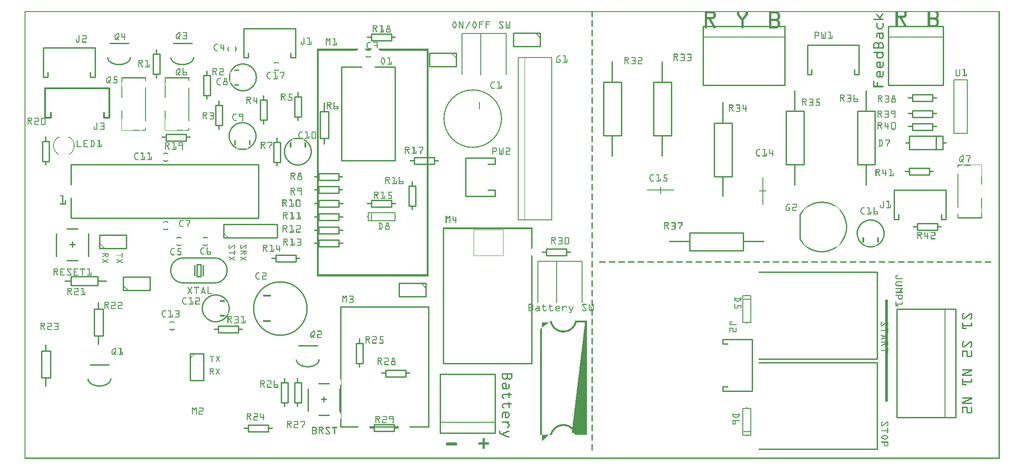
<source format=gto>
G04 MADE WITH FRITZING*
G04 WWW.FRITZING.ORG*
G04 DOUBLE SIDED*
G04 HOLES PLATED*
G04 CONTOUR ON CENTER OF CONTOUR VECTOR*
%ASAXBY*%
%FSLAX23Y23*%
%MOIN*%
%OFA0B0*%
%SFA1.0B1.0*%
%ADD10C,0.410000X0.39*%
%ADD11C,0.438000X0.422*%
%ADD12R,0.221272X0.198322X0.215746X0.192796*%
%ADD13C,0.002763*%
%ADD14R,0.038714X0.096457X0.019029X0.076772*%
%ADD15C,0.009843*%
%ADD16C,0.010000*%
%ADD17C,0.007564*%
%ADD18C,0.009807*%
%ADD19C,0.012217*%
%ADD20C,0.008000*%
%ADD21C,0.009745*%
%ADD22C,0.005668*%
%ADD23C,0.002834*%
%ADD24C,0.009799*%
%ADD25C,0.005000*%
%ADD26C,0.011000*%
%ADD27C,0.011102*%
%ADD28R,0.001000X0.001000*%
%LNSILK1*%
G90*
G70*
G54D10*
X1912Y1125D03*
G54D11*
X3348Y2542D03*
G54D13*
X3355Y1714D02*
X3573Y1714D01*
X3573Y1519D01*
X3355Y1519D01*
X3355Y1714D01*
D02*
G54D15*
X1289Y1452D02*
X1318Y1452D01*
X1318Y1365D01*
X1289Y1365D01*
X1289Y1452D01*
D02*
G54D16*
X2366Y2930D02*
X2366Y2230D01*
D02*
X2366Y2230D02*
X2766Y2230D01*
D02*
X2766Y2230D02*
X2766Y2930D01*
D02*
X2366Y2930D02*
X2516Y2930D01*
D02*
X2616Y2930D02*
X2766Y2930D01*
G54D17*
D02*
X4165Y1171D02*
X4165Y1477D01*
D02*
X4165Y1477D02*
X3834Y1477D01*
D02*
X3974Y1475D02*
X3974Y1168D01*
D02*
X3834Y1477D02*
X3834Y1171D01*
D02*
X3599Y2874D02*
X3599Y3180D01*
D02*
X3599Y3180D02*
X3268Y3180D01*
D02*
X3408Y3178D02*
X3408Y2871D01*
D02*
X3268Y3180D02*
X3268Y2874D01*
G54D18*
D02*
X5846Y2873D02*
X5846Y3092D01*
D02*
X5846Y3092D02*
X6232Y3092D01*
D02*
X6232Y3092D02*
X6232Y2873D01*
D02*
X5846Y2873D02*
X5879Y2873D01*
D02*
X6232Y2873D02*
X6198Y2873D01*
D02*
X5879Y2873D02*
X5879Y2909D01*
D02*
X6198Y2873D02*
X6198Y2909D01*
D02*
X5214Y894D02*
X5433Y894D01*
D02*
X5433Y894D02*
X5433Y508D01*
D02*
X5433Y508D02*
X5214Y508D01*
D02*
X5214Y894D02*
X5214Y860D01*
D02*
X5214Y508D02*
X5214Y541D01*
D02*
X5214Y860D02*
X5250Y860D01*
D02*
X5214Y541D02*
X5250Y541D01*
D02*
X6495Y1790D02*
X6495Y2009D01*
D02*
X6495Y2009D02*
X6881Y2009D01*
D02*
X6881Y2009D02*
X6881Y1790D01*
D02*
X6495Y1790D02*
X6529Y1790D01*
D02*
X6881Y1790D02*
X6848Y1790D01*
D02*
X6529Y1790D02*
X6529Y1827D01*
D02*
X6848Y1790D02*
X6848Y1827D01*
D02*
X1637Y2999D02*
X1637Y3218D01*
D02*
X1637Y3218D02*
X2023Y3218D01*
D02*
X2023Y3218D02*
X2023Y2999D01*
D02*
X1637Y2999D02*
X1670Y2999D01*
D02*
X2023Y2999D02*
X1989Y2999D01*
D02*
X1670Y2999D02*
X1670Y3035D01*
D02*
X1989Y2999D02*
X1989Y3035D01*
D02*
X140Y2853D02*
X140Y3072D01*
D02*
X140Y3072D02*
X526Y3072D01*
D02*
X526Y3072D02*
X526Y2853D01*
D02*
X140Y2853D02*
X174Y2853D01*
D02*
X526Y2853D02*
X492Y2853D01*
D02*
X174Y2853D02*
X174Y2890D01*
D02*
X492Y2853D02*
X492Y2890D01*
G54D19*
D02*
X154Y2551D02*
X154Y2771D01*
D02*
X154Y2771D02*
X635Y2771D01*
D02*
X635Y2771D02*
X635Y2551D01*
D02*
X154Y2551D02*
X196Y2551D01*
D02*
X635Y2551D02*
X593Y2551D01*
D02*
X196Y2551D02*
X196Y2588D01*
D02*
X593Y2551D02*
X593Y2588D01*
G54D20*
D02*
X5425Y377D02*
X5425Y177D01*
D02*
X5425Y177D02*
X5395Y177D01*
D02*
X5395Y177D02*
X5365Y177D01*
D02*
X5365Y177D02*
X5365Y377D01*
D02*
X5365Y377D02*
X5395Y377D01*
D02*
X5395Y377D02*
X5425Y377D01*
D02*
X5420Y202D02*
X5370Y202D01*
D02*
X2766Y1779D02*
X2566Y1779D01*
D02*
X2566Y1779D02*
X2566Y1809D01*
D02*
X2566Y1809D02*
X2566Y1839D01*
D02*
X2566Y1839D02*
X2766Y1839D01*
D02*
X2766Y1839D02*
X2766Y1809D01*
D02*
X2766Y1809D02*
X2766Y1779D01*
D02*
X2591Y1784D02*
X2591Y1834D01*
D02*
X5365Y1019D02*
X5365Y1219D01*
D02*
X5365Y1219D02*
X5395Y1219D01*
D02*
X5395Y1219D02*
X5425Y1219D01*
D02*
X5425Y1219D02*
X5425Y1019D01*
D02*
X5425Y1019D02*
X5395Y1019D01*
D02*
X5395Y1019D02*
X5365Y1019D01*
D02*
X5370Y1194D02*
X5420Y1194D01*
D02*
X4752Y1985D02*
X4752Y2010D01*
D02*
X4752Y2010D02*
X4752Y2035D01*
D02*
X4752Y2010D02*
X4852Y2010D01*
D02*
X4752Y2010D02*
X4652Y2010D01*
D02*
X5488Y2004D02*
X5513Y2004D01*
D02*
X5513Y2004D02*
X5538Y2004D01*
D02*
X5513Y2004D02*
X5513Y1904D01*
D02*
X5513Y2004D02*
X5513Y2104D01*
G54D21*
D02*
X3462Y2011D02*
X3513Y2011D01*
D02*
X3513Y2011D02*
X3513Y1963D01*
D02*
X3513Y1963D02*
X3294Y1963D01*
D02*
X3294Y1963D02*
X3294Y2251D01*
D02*
X3294Y2251D02*
X3513Y2251D01*
D02*
X3513Y2251D02*
X3513Y2203D01*
D02*
X3513Y2203D02*
X3462Y2203D01*
G54D22*
D02*
X3937Y1788D02*
X3937Y3000D01*
D02*
X3937Y3000D02*
X3688Y3000D01*
D02*
X3688Y3000D02*
X3688Y1788D01*
D02*
X3688Y1788D02*
X3937Y1788D01*
G54D23*
D02*
X3733Y3000D02*
X3733Y1788D01*
G54D16*
D02*
X2275Y327D02*
X2196Y327D01*
D02*
X2353Y524D02*
X2353Y357D01*
D02*
X2117Y524D02*
X2117Y357D01*
D02*
X2275Y564D02*
X2196Y564D01*
D02*
X2255Y446D02*
X2216Y446D01*
D02*
X2235Y426D02*
X2235Y465D01*
D02*
X397Y1485D02*
X318Y1485D01*
D02*
X476Y1682D02*
X476Y1514D01*
D02*
X239Y1682D02*
X239Y1514D01*
D02*
X397Y1721D02*
X318Y1721D01*
D02*
X377Y1603D02*
X338Y1603D01*
D02*
X357Y1583D02*
X357Y1623D01*
D02*
X6630Y2724D02*
X6780Y2724D01*
D02*
X6780Y2724D02*
X6780Y2674D01*
D02*
X6780Y2674D02*
X6630Y2674D01*
D02*
X6630Y2674D02*
X6630Y2724D01*
D02*
X6781Y2458D02*
X6631Y2458D01*
D02*
X6631Y2458D02*
X6631Y2508D01*
D02*
X6631Y2508D02*
X6781Y2508D01*
D02*
X6781Y2508D02*
X6781Y2458D01*
D02*
X6630Y2605D02*
X6780Y2605D01*
D02*
X6780Y2605D02*
X6780Y2555D01*
D02*
X6780Y2555D02*
X6630Y2555D01*
D02*
X6630Y2555D02*
X6630Y2605D01*
D02*
X6816Y1710D02*
X6666Y1710D01*
D02*
X6666Y1710D02*
X6666Y1760D01*
D02*
X6666Y1760D02*
X6816Y1760D01*
D02*
X6816Y1760D02*
X6816Y1710D01*
D02*
X6758Y2124D02*
X6608Y2124D01*
D02*
X6608Y2124D02*
X6608Y2174D01*
D02*
X6608Y2174D02*
X6758Y2174D01*
D02*
X6758Y2174D02*
X6758Y2124D01*
D02*
X6856Y2415D02*
X6806Y2415D01*
D02*
X6806Y2415D02*
X6606Y2415D01*
D02*
X6606Y2415D02*
X6606Y2365D01*
D02*
X6606Y2365D02*
X6606Y2315D01*
D02*
X6606Y2315D02*
X6806Y2315D01*
D02*
X6806Y2315D02*
X6856Y2315D01*
D02*
X6856Y2315D02*
X6856Y2365D01*
D02*
X6856Y2365D02*
X6856Y2415D01*
D02*
X6806Y2415D02*
X6806Y2315D01*
D02*
X6606Y2365D02*
X6581Y2365D01*
D02*
X6856Y2365D02*
X6881Y2365D01*
D02*
X347Y1799D02*
X1747Y1799D01*
D02*
X1747Y1799D02*
X1747Y2199D01*
D02*
X1747Y2199D02*
X347Y2199D01*
D02*
X347Y1799D02*
X347Y1949D01*
D02*
X347Y2049D02*
X347Y2199D01*
G54D24*
D02*
X6972Y1803D02*
X7149Y1803D01*
G54D16*
D02*
X1239Y788D02*
X1239Y588D01*
D02*
X1239Y588D02*
X1339Y588D01*
D02*
X1339Y588D02*
X1339Y788D01*
D02*
X1339Y788D02*
X1239Y788D01*
D02*
X739Y1260D02*
X939Y1260D01*
D02*
X939Y1260D02*
X939Y1360D01*
D02*
X939Y1360D02*
X739Y1360D01*
D02*
X739Y1360D02*
X739Y1260D01*
G54D25*
D02*
X774Y1260D02*
X739Y1295D01*
G54D16*
D02*
X561Y1575D02*
X761Y1575D01*
D02*
X761Y1575D02*
X761Y1675D01*
D02*
X761Y1675D02*
X561Y1675D01*
D02*
X561Y1675D02*
X561Y1575D01*
D02*
X1487Y1653D02*
X1887Y1653D01*
D02*
X1887Y1653D02*
X1887Y1753D01*
D02*
X1887Y1753D02*
X1487Y1753D01*
D02*
X1487Y1753D02*
X1487Y1653D01*
D02*
X2998Y1312D02*
X2798Y1312D01*
D02*
X2798Y1312D02*
X2798Y1212D01*
D02*
X2798Y1212D02*
X2998Y1212D01*
D02*
X2998Y1212D02*
X2998Y1312D01*
G54D25*
D02*
X2963Y1312D02*
X2998Y1277D01*
G54D16*
D02*
X3224Y3033D02*
X3024Y3033D01*
D02*
X3024Y3033D02*
X3024Y2933D01*
D02*
X3024Y2933D02*
X3224Y2933D01*
D02*
X3224Y2933D02*
X3224Y3033D01*
D02*
X3852Y3183D02*
X3652Y3183D01*
D02*
X3652Y3183D02*
X3652Y3083D01*
D02*
X3652Y3083D02*
X3852Y3083D01*
D02*
X3852Y3083D02*
X3852Y3183D01*
G54D25*
D02*
X3817Y3183D02*
X3852Y3148D01*
G54D16*
D02*
X4968Y1690D02*
X5368Y1690D01*
D02*
X5368Y1690D02*
X5368Y1558D01*
D02*
X5368Y1558D02*
X4968Y1558D01*
D02*
X4968Y1558D02*
X4968Y1690D01*
D02*
X5821Y2600D02*
X5821Y2200D01*
D02*
X5821Y2200D02*
X5689Y2200D01*
D02*
X5689Y2200D02*
X5689Y2600D01*
D02*
X5689Y2600D02*
X5821Y2600D01*
D02*
X5152Y2110D02*
X5152Y2510D01*
D02*
X5152Y2510D02*
X5284Y2510D01*
D02*
X5284Y2510D02*
X5284Y2110D01*
D02*
X5284Y2110D02*
X5152Y2110D01*
D02*
X4830Y2816D02*
X4830Y2416D01*
D02*
X4830Y2416D02*
X4698Y2416D01*
D02*
X4698Y2416D02*
X4698Y2816D01*
D02*
X4698Y2816D02*
X4830Y2816D01*
D02*
X4457Y2816D02*
X4457Y2416D01*
D02*
X4457Y2416D02*
X4325Y2416D01*
D02*
X4325Y2416D02*
X4325Y2816D01*
D02*
X4325Y2816D02*
X4457Y2816D01*
D02*
X6352Y2600D02*
X6352Y2200D01*
D02*
X6352Y2200D02*
X6220Y2200D01*
D02*
X6220Y2200D02*
X6220Y2600D01*
D02*
X6220Y2600D02*
X6352Y2600D01*
D02*
X549Y1296D02*
X349Y1296D01*
D02*
X349Y1296D02*
X349Y1362D01*
D02*
X349Y1362D02*
X549Y1362D01*
D02*
X549Y1362D02*
X549Y1296D01*
D02*
X1337Y2718D02*
X1337Y2868D01*
D02*
X1337Y2868D02*
X1387Y2868D01*
D02*
X1387Y2868D02*
X1387Y2718D01*
D02*
X1387Y2718D02*
X1337Y2718D01*
D02*
X2272Y2596D02*
X2272Y2396D01*
D02*
X2272Y2396D02*
X2206Y2396D01*
D02*
X2206Y2396D02*
X2206Y2596D01*
D02*
X2206Y2596D02*
X2272Y2596D01*
D02*
X2067Y2708D02*
X2067Y2558D01*
D02*
X2067Y2558D02*
X2017Y2558D01*
D02*
X2017Y2558D02*
X2017Y2708D01*
D02*
X2017Y2708D02*
X2067Y2708D01*
D02*
X1860Y2218D02*
X1860Y2368D01*
D02*
X1860Y2368D02*
X1910Y2368D01*
D02*
X1910Y2368D02*
X1910Y2218D01*
D02*
X1910Y2218D02*
X1860Y2218D01*
D02*
X1762Y2533D02*
X1762Y2683D01*
D02*
X1762Y2683D02*
X1812Y2683D01*
D02*
X1812Y2683D02*
X1812Y2533D01*
D02*
X1812Y2533D02*
X1762Y2533D01*
D02*
X1427Y2493D02*
X1427Y2643D01*
D02*
X1427Y2643D02*
X1477Y2643D01*
D02*
X1477Y2643D02*
X1477Y2493D01*
D02*
X1477Y2493D02*
X1427Y2493D01*
G54D20*
D02*
X3398Y2617D02*
X3398Y2667D01*
G54D16*
D02*
X3513Y634D02*
X3103Y634D01*
D02*
X3103Y634D02*
X3103Y194D01*
D02*
X3103Y194D02*
X3513Y194D01*
D02*
X3513Y194D02*
X3513Y634D01*
G54D25*
D02*
X3103Y274D02*
X3513Y274D01*
G54D16*
D02*
X6451Y2795D02*
X6861Y2795D01*
D02*
X6861Y2795D02*
X6861Y3235D01*
D02*
X6861Y3235D02*
X6451Y3235D01*
D02*
X6451Y3235D02*
X6451Y2795D01*
G54D25*
D02*
X6861Y3155D02*
X6451Y3155D01*
G54D16*
D02*
X5067Y2795D02*
X5677Y2795D01*
D02*
X5677Y2795D02*
X5677Y3235D01*
D02*
X5677Y3235D02*
X5067Y3235D01*
D02*
X5067Y3235D02*
X5067Y2795D01*
G54D25*
D02*
X5677Y3155D02*
X5067Y3155D01*
G54D16*
D02*
X3061Y2202D02*
X2911Y2202D01*
D02*
X2911Y2202D02*
X2911Y2252D01*
D02*
X2911Y2252D02*
X3061Y2252D01*
D02*
X3061Y2252D02*
X3061Y2202D01*
D02*
X2347Y2084D02*
X2197Y2084D01*
D02*
X2197Y2084D02*
X2197Y2134D01*
D02*
X2197Y2134D02*
X2347Y2134D01*
D02*
X2347Y2134D02*
X2347Y2084D01*
D02*
X2478Y715D02*
X2478Y865D01*
D02*
X2478Y865D02*
X2528Y865D01*
D02*
X2528Y865D02*
X2528Y715D01*
D02*
X2528Y715D02*
X2478Y715D01*
D02*
X2848Y615D02*
X2698Y615D01*
D02*
X2698Y615D02*
X2698Y665D01*
D02*
X2698Y665D02*
X2848Y665D01*
D02*
X2848Y665D02*
X2848Y615D01*
D02*
X2761Y206D02*
X2611Y206D01*
D02*
X2611Y206D02*
X2611Y256D01*
D02*
X2611Y256D02*
X2761Y256D01*
D02*
X2761Y256D02*
X2761Y206D01*
D02*
X2740Y3127D02*
X2590Y3127D01*
D02*
X2590Y3127D02*
X2590Y3177D01*
D02*
X2590Y3177D02*
X2740Y3177D01*
D02*
X2740Y3177D02*
X2740Y3127D01*
D02*
X2872Y1891D02*
X2872Y2041D01*
D02*
X2872Y2041D02*
X2922Y2041D01*
D02*
X2922Y2041D02*
X2922Y1891D01*
D02*
X2922Y1891D02*
X2872Y1891D01*
D02*
X1876Y1523D02*
X2026Y1523D01*
D02*
X2026Y1523D02*
X2026Y1473D01*
D02*
X2026Y1473D02*
X1876Y1473D01*
D02*
X1876Y1473D02*
X1876Y1523D01*
D02*
X1449Y992D02*
X1599Y992D01*
D02*
X1599Y992D02*
X1599Y942D01*
D02*
X1599Y942D02*
X1449Y942D01*
D02*
X1449Y942D02*
X1449Y992D01*
D02*
X3898Y1570D02*
X4048Y1570D01*
D02*
X4048Y1570D02*
X4048Y1520D01*
D02*
X4048Y1520D02*
X3898Y1520D01*
D02*
X3898Y1520D02*
X3898Y1570D01*
D02*
X2197Y1637D02*
X2347Y1637D01*
D02*
X2347Y1637D02*
X2347Y1587D01*
D02*
X2347Y1587D02*
X2197Y1587D01*
D02*
X2197Y1587D02*
X2197Y1637D01*
D02*
X2742Y1883D02*
X2592Y1883D01*
D02*
X2592Y1883D02*
X2592Y1933D01*
D02*
X2592Y1933D02*
X2742Y1933D01*
D02*
X2742Y1933D02*
X2742Y1883D01*
D02*
X2348Y1882D02*
X2198Y1882D01*
D02*
X2198Y1882D02*
X2198Y1932D01*
D02*
X2198Y1932D02*
X2348Y1932D01*
D02*
X2348Y1932D02*
X2348Y1882D01*
D02*
X2348Y1684D02*
X2198Y1684D01*
D02*
X2198Y1684D02*
X2198Y1734D01*
D02*
X2198Y1734D02*
X2348Y1734D01*
D02*
X2348Y1734D02*
X2348Y1684D01*
D02*
X2348Y1784D02*
X2198Y1784D01*
D02*
X2198Y1784D02*
X2198Y1834D01*
D02*
X2198Y1834D02*
X2348Y1834D01*
D02*
X2348Y1834D02*
X2348Y1784D01*
D02*
X2347Y1986D02*
X2197Y1986D01*
D02*
X2197Y1986D02*
X2197Y2036D01*
D02*
X2197Y2036D02*
X2347Y2036D01*
D02*
X2347Y2036D02*
X2347Y1986D01*
D02*
X1967Y571D02*
X1967Y421D01*
D02*
X1967Y421D02*
X1917Y421D01*
D02*
X1917Y421D02*
X1917Y571D01*
D02*
X1917Y571D02*
X1967Y571D01*
D02*
X2066Y571D02*
X2066Y421D01*
D02*
X2066Y421D02*
X2016Y421D01*
D02*
X2016Y421D02*
X2016Y571D01*
D02*
X2016Y571D02*
X2066Y571D01*
D02*
X1670Y252D02*
X1820Y252D01*
D02*
X1820Y252D02*
X1820Y202D01*
D02*
X1820Y202D02*
X1670Y202D01*
D02*
X1670Y202D02*
X1670Y252D01*
D02*
X2048Y847D02*
X2188Y847D01*
D02*
X492Y704D02*
X632Y704D01*
D02*
X127Y606D02*
X127Y806D01*
D02*
X127Y806D02*
X193Y806D01*
D02*
X193Y806D02*
X193Y606D01*
D02*
X193Y606D02*
X127Y606D01*
D02*
X521Y921D02*
X521Y1121D01*
D02*
X521Y1121D02*
X587Y1121D01*
D02*
X587Y1121D02*
X587Y921D01*
D02*
X587Y921D02*
X521Y921D01*
G54D24*
D02*
X1229Y2849D02*
X1052Y2849D01*
D02*
X905Y2849D02*
X727Y2849D01*
G54D16*
D02*
X1111Y3106D02*
X1251Y3106D01*
D02*
X639Y3106D02*
X779Y3106D01*
D02*
X133Y2225D02*
X133Y2375D01*
D02*
X133Y2375D02*
X183Y2375D01*
D02*
X183Y2375D02*
X183Y2225D01*
D02*
X183Y2225D02*
X133Y2225D01*
D02*
X1058Y2428D02*
X1208Y2428D01*
D02*
X1208Y2428D02*
X1208Y2378D01*
D02*
X1208Y2378D02*
X1058Y2378D01*
D02*
X1058Y2378D02*
X1058Y2428D01*
D02*
X1011Y3027D02*
X1011Y2877D01*
D02*
X1011Y2877D02*
X961Y2877D01*
D02*
X961Y2877D02*
X961Y3027D01*
D02*
X961Y3027D02*
X1011Y3027D01*
D02*
X6514Y1121D02*
X6514Y311D01*
D02*
X6514Y311D02*
X6954Y311D01*
D02*
X6954Y311D02*
X6954Y1121D01*
D02*
X6954Y1121D02*
X6514Y1121D01*
G54D25*
D02*
X6874Y311D02*
X6874Y1121D01*
D02*
X6940Y2433D02*
X7040Y2433D01*
D02*
X7040Y2433D02*
X7040Y2833D01*
D02*
X7040Y2833D02*
X6940Y2833D01*
D02*
X6940Y2833D02*
X6940Y2433D01*
G54D26*
X1566Y2906D02*
X1596Y2906D01*
D02*
X1566Y2796D02*
X1596Y2796D01*
D02*
G54D15*
X1334Y1448D02*
X1334Y1370D01*
D02*
X1271Y1448D02*
X1271Y1370D01*
D02*
G54D27*
X5483Y72D02*
X6368Y72D01*
X6368Y721D01*
X5483Y721D01*
D02*
X5484Y748D02*
X6369Y748D01*
X6369Y1397D01*
X5484Y1397D01*
D02*
G54D28*
X0Y3346D02*
X7282Y3346D01*
X0Y3345D02*
X7282Y3345D01*
X0Y3344D02*
X7282Y3344D01*
X0Y3343D02*
X7282Y3343D01*
X0Y3342D02*
X7282Y3342D01*
X0Y3341D02*
X7282Y3341D01*
X0Y3340D02*
X7282Y3340D01*
X0Y3339D02*
X7282Y3339D01*
X0Y3338D02*
X7Y3338D01*
X4235Y3338D02*
X4244Y3338D01*
X5080Y3338D02*
X5155Y3338D01*
X5320Y3338D02*
X5336Y3338D01*
X5386Y3338D02*
X5402Y3338D01*
X5560Y3338D02*
X5630Y3338D01*
X6506Y3338D02*
X6522Y3338D01*
X6567Y3338D02*
X6587Y3338D01*
X6746Y3338D02*
X6762Y3338D01*
X6799Y3338D02*
X6824Y3338D01*
X7275Y3338D02*
X7282Y3338D01*
X0Y3337D02*
X7Y3337D01*
X4235Y3337D02*
X4244Y3337D01*
X5080Y3337D02*
X5156Y3337D01*
X5320Y3337D02*
X5336Y3337D01*
X5386Y3337D02*
X5402Y3337D01*
X5560Y3337D02*
X5631Y3337D01*
X6506Y3337D02*
X6522Y3337D01*
X6569Y3337D02*
X6587Y3337D01*
X6746Y3337D02*
X6762Y3337D01*
X6802Y3337D02*
X6824Y3337D01*
X7275Y3337D02*
X7282Y3337D01*
X0Y3336D02*
X7Y3336D01*
X4235Y3336D02*
X4244Y3336D01*
X5080Y3336D02*
X5157Y3336D01*
X5320Y3336D02*
X5336Y3336D01*
X5386Y3336D02*
X5402Y3336D01*
X5560Y3336D02*
X5632Y3336D01*
X6506Y3336D02*
X6522Y3336D01*
X6570Y3336D02*
X6587Y3336D01*
X6746Y3336D02*
X6762Y3336D01*
X6804Y3336D02*
X6825Y3336D01*
X7275Y3336D02*
X7282Y3336D01*
X0Y3335D02*
X7Y3335D01*
X4235Y3335D02*
X4244Y3335D01*
X5080Y3335D02*
X5158Y3335D01*
X5320Y3335D02*
X5336Y3335D01*
X5386Y3335D02*
X5402Y3335D01*
X5560Y3335D02*
X5633Y3335D01*
X6506Y3335D02*
X6522Y3335D01*
X6571Y3335D02*
X6588Y3335D01*
X6746Y3335D02*
X6762Y3335D01*
X6805Y3335D02*
X6825Y3335D01*
X7275Y3335D02*
X7282Y3335D01*
X0Y3334D02*
X7Y3334D01*
X4235Y3334D02*
X4244Y3334D01*
X5080Y3334D02*
X5158Y3334D01*
X5320Y3334D02*
X5336Y3334D01*
X5386Y3334D02*
X5402Y3334D01*
X5560Y3334D02*
X5634Y3334D01*
X6506Y3334D02*
X6522Y3334D01*
X6571Y3334D02*
X6588Y3334D01*
X6746Y3334D02*
X6762Y3334D01*
X6807Y3334D02*
X6826Y3334D01*
X7275Y3334D02*
X7282Y3334D01*
X0Y3333D02*
X7Y3333D01*
X4235Y3333D02*
X4244Y3333D01*
X5080Y3333D02*
X5159Y3333D01*
X5320Y3333D02*
X5336Y3333D01*
X5386Y3333D02*
X5402Y3333D01*
X5560Y3333D02*
X5635Y3333D01*
X6506Y3333D02*
X6522Y3333D01*
X6572Y3333D02*
X6588Y3333D01*
X6746Y3333D02*
X6762Y3333D01*
X6808Y3333D02*
X6826Y3333D01*
X7275Y3333D02*
X7282Y3333D01*
X0Y3332D02*
X7Y3332D01*
X4235Y3332D02*
X4244Y3332D01*
X5080Y3332D02*
X5159Y3332D01*
X5320Y3332D02*
X5336Y3332D01*
X5386Y3332D02*
X5402Y3332D01*
X5560Y3332D02*
X5636Y3332D01*
X6506Y3332D02*
X6522Y3332D01*
X6572Y3332D02*
X6588Y3332D01*
X6746Y3332D02*
X6762Y3332D01*
X6809Y3332D02*
X6827Y3332D01*
X7275Y3332D02*
X7282Y3332D01*
X0Y3331D02*
X7Y3331D01*
X4235Y3331D02*
X4244Y3331D01*
X5080Y3331D02*
X5160Y3331D01*
X5320Y3331D02*
X5336Y3331D01*
X5386Y3331D02*
X5402Y3331D01*
X5560Y3331D02*
X5636Y3331D01*
X6409Y3331D02*
X6413Y3331D01*
X6506Y3331D02*
X6522Y3331D01*
X6572Y3331D02*
X6588Y3331D01*
X6746Y3331D02*
X6762Y3331D01*
X6809Y3331D02*
X6827Y3331D01*
X7275Y3331D02*
X7282Y3331D01*
X0Y3330D02*
X7Y3330D01*
X4235Y3330D02*
X4244Y3330D01*
X5080Y3330D02*
X5160Y3330D01*
X5320Y3330D02*
X5336Y3330D01*
X5386Y3330D02*
X5402Y3330D01*
X5560Y3330D02*
X5637Y3330D01*
X6408Y3330D02*
X6414Y3330D01*
X6506Y3330D02*
X6522Y3330D01*
X6572Y3330D02*
X6588Y3330D01*
X6746Y3330D02*
X6762Y3330D01*
X6810Y3330D02*
X6827Y3330D01*
X7275Y3330D02*
X7282Y3330D01*
X0Y3329D02*
X7Y3329D01*
X4235Y3329D02*
X4244Y3329D01*
X5080Y3329D02*
X5096Y3329D01*
X5141Y3329D02*
X5161Y3329D01*
X5320Y3329D02*
X5336Y3329D01*
X5386Y3329D02*
X5402Y3329D01*
X5560Y3329D02*
X5576Y3329D01*
X5613Y3329D02*
X5638Y3329D01*
X6407Y3329D02*
X6415Y3329D01*
X6506Y3329D02*
X6522Y3329D01*
X6572Y3329D02*
X6588Y3329D01*
X6746Y3329D02*
X6762Y3329D01*
X6811Y3329D02*
X6827Y3329D01*
X7275Y3329D02*
X7282Y3329D01*
X0Y3328D02*
X7Y3328D01*
X4235Y3328D02*
X4244Y3328D01*
X5080Y3328D02*
X5096Y3328D01*
X5142Y3328D02*
X5161Y3328D01*
X5320Y3328D02*
X5336Y3328D01*
X5386Y3328D02*
X5402Y3328D01*
X5560Y3328D02*
X5576Y3328D01*
X5616Y3328D02*
X5638Y3328D01*
X6406Y3328D02*
X6415Y3328D01*
X6506Y3328D02*
X6522Y3328D01*
X6572Y3328D02*
X6588Y3328D01*
X6746Y3328D02*
X6762Y3328D01*
X6811Y3328D02*
X6828Y3328D01*
X7275Y3328D02*
X7282Y3328D01*
X0Y3327D02*
X7Y3327D01*
X4235Y3327D02*
X4244Y3327D01*
X5080Y3327D02*
X5096Y3327D01*
X5144Y3327D02*
X5161Y3327D01*
X5320Y3327D02*
X5336Y3327D01*
X5386Y3327D02*
X5402Y3327D01*
X5560Y3327D02*
X5576Y3327D01*
X5618Y3327D02*
X5639Y3327D01*
X6405Y3327D02*
X6416Y3327D01*
X6506Y3327D02*
X6522Y3327D01*
X6572Y3327D02*
X6588Y3327D01*
X6746Y3327D02*
X6762Y3327D01*
X6811Y3327D02*
X6828Y3327D01*
X7275Y3327D02*
X7282Y3327D01*
X0Y3326D02*
X7Y3326D01*
X4235Y3326D02*
X4244Y3326D01*
X5080Y3326D02*
X5096Y3326D01*
X5144Y3326D02*
X5161Y3326D01*
X5320Y3326D02*
X5336Y3326D01*
X5385Y3326D02*
X5402Y3326D01*
X5560Y3326D02*
X5576Y3326D01*
X5619Y3326D02*
X5639Y3326D01*
X6363Y3326D02*
X6366Y3326D01*
X6405Y3326D02*
X6416Y3326D01*
X6506Y3326D02*
X6522Y3326D01*
X6572Y3326D02*
X6588Y3326D01*
X6746Y3326D02*
X6762Y3326D01*
X6812Y3326D02*
X6828Y3326D01*
X7275Y3326D02*
X7282Y3326D01*
X0Y3325D02*
X7Y3325D01*
X4235Y3325D02*
X4244Y3325D01*
X5080Y3325D02*
X5096Y3325D01*
X5145Y3325D02*
X5162Y3325D01*
X5320Y3325D02*
X5337Y3325D01*
X5385Y3325D02*
X5402Y3325D01*
X5560Y3325D02*
X5576Y3325D01*
X5620Y3325D02*
X5640Y3325D01*
X6361Y3325D02*
X6368Y3325D01*
X6404Y3325D02*
X6415Y3325D01*
X6506Y3325D02*
X6522Y3325D01*
X6572Y3325D02*
X6588Y3325D01*
X6746Y3325D02*
X6762Y3325D01*
X6812Y3325D02*
X6828Y3325D01*
X7275Y3325D02*
X7282Y3325D01*
X0Y3324D02*
X7Y3324D01*
X4235Y3324D02*
X4244Y3324D01*
X5080Y3324D02*
X5096Y3324D01*
X5146Y3324D02*
X5162Y3324D01*
X5320Y3324D02*
X5338Y3324D01*
X5384Y3324D02*
X5402Y3324D01*
X5560Y3324D02*
X5576Y3324D01*
X5621Y3324D02*
X5640Y3324D01*
X6361Y3324D02*
X6369Y3324D01*
X6403Y3324D02*
X6415Y3324D01*
X6506Y3324D02*
X6522Y3324D01*
X6572Y3324D02*
X6588Y3324D01*
X6746Y3324D02*
X6762Y3324D01*
X6812Y3324D02*
X6828Y3324D01*
X7275Y3324D02*
X7282Y3324D01*
X0Y3323D02*
X7Y3323D01*
X4235Y3323D02*
X4244Y3323D01*
X5080Y3323D02*
X5096Y3323D01*
X5146Y3323D02*
X5162Y3323D01*
X5320Y3323D02*
X5339Y3323D01*
X5383Y3323D02*
X5402Y3323D01*
X5560Y3323D02*
X5576Y3323D01*
X5622Y3323D02*
X5640Y3323D01*
X6360Y3323D02*
X6369Y3323D01*
X6402Y3323D02*
X6414Y3323D01*
X6506Y3323D02*
X6522Y3323D01*
X6572Y3323D02*
X6588Y3323D01*
X6746Y3323D02*
X6762Y3323D01*
X6812Y3323D02*
X6828Y3323D01*
X7275Y3323D02*
X7282Y3323D01*
X0Y3322D02*
X7Y3322D01*
X4235Y3322D02*
X4244Y3322D01*
X5080Y3322D02*
X5096Y3322D01*
X5146Y3322D02*
X5162Y3322D01*
X5320Y3322D02*
X5339Y3322D01*
X5382Y3322D02*
X5402Y3322D01*
X5560Y3322D02*
X5576Y3322D01*
X5623Y3322D02*
X5641Y3322D01*
X6360Y3322D02*
X6370Y3322D01*
X6401Y3322D02*
X6414Y3322D01*
X6506Y3322D02*
X6522Y3322D01*
X6572Y3322D02*
X6588Y3322D01*
X6746Y3322D02*
X6762Y3322D01*
X6812Y3322D02*
X6828Y3322D01*
X7275Y3322D02*
X7282Y3322D01*
X0Y3321D02*
X7Y3321D01*
X4235Y3321D02*
X4244Y3321D01*
X5080Y3321D02*
X5096Y3321D01*
X5146Y3321D02*
X5162Y3321D01*
X5320Y3321D02*
X5340Y3321D01*
X5381Y3321D02*
X5402Y3321D01*
X5560Y3321D02*
X5576Y3321D01*
X5624Y3321D02*
X5641Y3321D01*
X6360Y3321D02*
X6371Y3321D01*
X6400Y3321D02*
X6413Y3321D01*
X6506Y3321D02*
X6522Y3321D01*
X6572Y3321D02*
X6588Y3321D01*
X6746Y3321D02*
X6762Y3321D01*
X6812Y3321D02*
X6828Y3321D01*
X7275Y3321D02*
X7282Y3321D01*
X0Y3320D02*
X7Y3320D01*
X4235Y3320D02*
X4244Y3320D01*
X5080Y3320D02*
X5096Y3320D01*
X5146Y3320D02*
X5162Y3320D01*
X5321Y3320D02*
X5341Y3320D01*
X5381Y3320D02*
X5401Y3320D01*
X5560Y3320D02*
X5576Y3320D01*
X5624Y3320D02*
X5641Y3320D01*
X6360Y3320D02*
X6372Y3320D01*
X6399Y3320D02*
X6412Y3320D01*
X6506Y3320D02*
X6522Y3320D01*
X6572Y3320D02*
X6588Y3320D01*
X6746Y3320D02*
X6762Y3320D01*
X6812Y3320D02*
X6828Y3320D01*
X7275Y3320D02*
X7282Y3320D01*
X0Y3319D02*
X7Y3319D01*
X4235Y3319D02*
X4244Y3319D01*
X5080Y3319D02*
X5096Y3319D01*
X5146Y3319D02*
X5162Y3319D01*
X5321Y3319D02*
X5342Y3319D01*
X5380Y3319D02*
X5400Y3319D01*
X5560Y3319D02*
X5576Y3319D01*
X5625Y3319D02*
X5641Y3319D01*
X6361Y3319D02*
X6373Y3319D01*
X6399Y3319D02*
X6411Y3319D01*
X6506Y3319D02*
X6522Y3319D01*
X6572Y3319D02*
X6588Y3319D01*
X6746Y3319D02*
X6762Y3319D01*
X6812Y3319D02*
X6828Y3319D01*
X7275Y3319D02*
X7282Y3319D01*
X0Y3318D02*
X7Y3318D01*
X4235Y3318D02*
X4244Y3318D01*
X5080Y3318D02*
X5096Y3318D01*
X5146Y3318D02*
X5162Y3318D01*
X5322Y3318D02*
X5343Y3318D01*
X5379Y3318D02*
X5400Y3318D01*
X5560Y3318D02*
X5576Y3318D01*
X5625Y3318D02*
X5641Y3318D01*
X6361Y3318D02*
X6374Y3318D01*
X6398Y3318D02*
X6410Y3318D01*
X6506Y3318D02*
X6522Y3318D01*
X6572Y3318D02*
X6588Y3318D01*
X6746Y3318D02*
X6762Y3318D01*
X6812Y3318D02*
X6828Y3318D01*
X7275Y3318D02*
X7282Y3318D01*
X0Y3317D02*
X7Y3317D01*
X4235Y3317D02*
X4244Y3317D01*
X5080Y3317D02*
X5096Y3317D01*
X5146Y3317D02*
X5162Y3317D01*
X5323Y3317D02*
X5343Y3317D01*
X5378Y3317D02*
X5399Y3317D01*
X5560Y3317D02*
X5576Y3317D01*
X5625Y3317D02*
X5642Y3317D01*
X6362Y3317D02*
X6375Y3317D01*
X6397Y3317D02*
X6409Y3317D01*
X6506Y3317D02*
X6522Y3317D01*
X6571Y3317D02*
X6588Y3317D01*
X6746Y3317D02*
X6762Y3317D01*
X6812Y3317D02*
X6828Y3317D01*
X7275Y3317D02*
X7282Y3317D01*
X0Y3316D02*
X7Y3316D01*
X4235Y3316D02*
X4244Y3316D01*
X5080Y3316D02*
X5096Y3316D01*
X5146Y3316D02*
X5162Y3316D01*
X5324Y3316D02*
X5344Y3316D01*
X5378Y3316D02*
X5398Y3316D01*
X5560Y3316D02*
X5576Y3316D01*
X5626Y3316D02*
X5642Y3316D01*
X6363Y3316D02*
X6375Y3316D01*
X6396Y3316D02*
X6408Y3316D01*
X6506Y3316D02*
X6522Y3316D01*
X6570Y3316D02*
X6588Y3316D01*
X6746Y3316D02*
X6762Y3316D01*
X6812Y3316D02*
X6828Y3316D01*
X7275Y3316D02*
X7282Y3316D01*
X0Y3315D02*
X7Y3315D01*
X4235Y3315D02*
X4244Y3315D01*
X5080Y3315D02*
X5096Y3315D01*
X5146Y3315D02*
X5162Y3315D01*
X5325Y3315D02*
X5345Y3315D01*
X5377Y3315D02*
X5397Y3315D01*
X5560Y3315D02*
X5576Y3315D01*
X5626Y3315D02*
X5642Y3315D01*
X6364Y3315D02*
X6376Y3315D01*
X6395Y3315D02*
X6408Y3315D01*
X6506Y3315D02*
X6522Y3315D01*
X6569Y3315D02*
X6587Y3315D01*
X6746Y3315D02*
X6762Y3315D01*
X6812Y3315D02*
X6828Y3315D01*
X7275Y3315D02*
X7282Y3315D01*
X0Y3314D02*
X7Y3314D01*
X4235Y3314D02*
X4244Y3314D01*
X5080Y3314D02*
X5096Y3314D01*
X5146Y3314D02*
X5162Y3314D01*
X5325Y3314D02*
X5346Y3314D01*
X5376Y3314D02*
X5397Y3314D01*
X5560Y3314D02*
X5576Y3314D01*
X5626Y3314D02*
X5642Y3314D01*
X6365Y3314D02*
X6377Y3314D01*
X6394Y3314D02*
X6407Y3314D01*
X6506Y3314D02*
X6522Y3314D01*
X6568Y3314D02*
X6587Y3314D01*
X6746Y3314D02*
X6762Y3314D01*
X6812Y3314D02*
X6828Y3314D01*
X7275Y3314D02*
X7282Y3314D01*
X0Y3313D02*
X7Y3313D01*
X4235Y3313D02*
X4244Y3313D01*
X5080Y3313D02*
X5096Y3313D01*
X5146Y3313D02*
X5162Y3313D01*
X5326Y3313D02*
X5346Y3313D01*
X5375Y3313D02*
X5396Y3313D01*
X5560Y3313D02*
X5576Y3313D01*
X5626Y3313D02*
X5642Y3313D01*
X6366Y3313D02*
X6378Y3313D01*
X6393Y3313D02*
X6406Y3313D01*
X6506Y3313D02*
X6522Y3313D01*
X6565Y3313D02*
X6587Y3313D01*
X6746Y3313D02*
X6762Y3313D01*
X6812Y3313D02*
X6828Y3313D01*
X7275Y3313D02*
X7282Y3313D01*
X0Y3312D02*
X7Y3312D01*
X4235Y3312D02*
X4244Y3312D01*
X5080Y3312D02*
X5096Y3312D01*
X5146Y3312D02*
X5162Y3312D01*
X5327Y3312D02*
X5347Y3312D01*
X5375Y3312D02*
X5395Y3312D01*
X5560Y3312D02*
X5576Y3312D01*
X5626Y3312D02*
X5642Y3312D01*
X6367Y3312D02*
X6379Y3312D01*
X6393Y3312D02*
X6405Y3312D01*
X6506Y3312D02*
X6586Y3312D01*
X6746Y3312D02*
X6762Y3312D01*
X6812Y3312D02*
X6828Y3312D01*
X7275Y3312D02*
X7282Y3312D01*
X0Y3311D02*
X7Y3311D01*
X4235Y3311D02*
X4244Y3311D01*
X5080Y3311D02*
X5096Y3311D01*
X5146Y3311D02*
X5162Y3311D01*
X5328Y3311D02*
X5348Y3311D01*
X5374Y3311D02*
X5394Y3311D01*
X5560Y3311D02*
X5576Y3311D01*
X5626Y3311D02*
X5642Y3311D01*
X6367Y3311D02*
X6380Y3311D01*
X6392Y3311D02*
X6404Y3311D01*
X6506Y3311D02*
X6586Y3311D01*
X6746Y3311D02*
X6762Y3311D01*
X6812Y3311D02*
X6828Y3311D01*
X7275Y3311D02*
X7282Y3311D01*
X0Y3310D02*
X7Y3310D01*
X4235Y3310D02*
X4244Y3310D01*
X5080Y3310D02*
X5096Y3310D01*
X5146Y3310D02*
X5162Y3310D01*
X5328Y3310D02*
X5349Y3310D01*
X5373Y3310D02*
X5393Y3310D01*
X5560Y3310D02*
X5576Y3310D01*
X5626Y3310D02*
X5642Y3310D01*
X6368Y3310D02*
X6381Y3310D01*
X6391Y3310D02*
X6403Y3310D01*
X6506Y3310D02*
X6585Y3310D01*
X6746Y3310D02*
X6762Y3310D01*
X6811Y3310D02*
X6828Y3310D01*
X7275Y3310D02*
X7282Y3310D01*
X0Y3309D02*
X7Y3309D01*
X4235Y3309D02*
X4244Y3309D01*
X5080Y3309D02*
X5096Y3309D01*
X5145Y3309D02*
X5162Y3309D01*
X5329Y3309D02*
X5350Y3309D01*
X5372Y3309D02*
X5393Y3309D01*
X5560Y3309D02*
X5576Y3309D01*
X5626Y3309D02*
X5642Y3309D01*
X6369Y3309D02*
X6381Y3309D01*
X6390Y3309D02*
X6402Y3309D01*
X6506Y3309D02*
X6585Y3309D01*
X6746Y3309D02*
X6762Y3309D01*
X6811Y3309D02*
X6828Y3309D01*
X7275Y3309D02*
X7282Y3309D01*
X0Y3308D02*
X7Y3308D01*
X4235Y3308D02*
X4244Y3308D01*
X5080Y3308D02*
X5096Y3308D01*
X5145Y3308D02*
X5162Y3308D01*
X5330Y3308D02*
X5350Y3308D01*
X5371Y3308D02*
X5392Y3308D01*
X5560Y3308D02*
X5576Y3308D01*
X5626Y3308D02*
X5642Y3308D01*
X6370Y3308D02*
X6382Y3308D01*
X6389Y3308D02*
X6402Y3308D01*
X6506Y3308D02*
X6584Y3308D01*
X6746Y3308D02*
X6762Y3308D01*
X6810Y3308D02*
X6827Y3308D01*
X7275Y3308D02*
X7282Y3308D01*
X0Y3307D02*
X7Y3307D01*
X4235Y3307D02*
X4244Y3307D01*
X5080Y3307D02*
X5096Y3307D01*
X5144Y3307D02*
X5161Y3307D01*
X5331Y3307D02*
X5351Y3307D01*
X5371Y3307D02*
X5391Y3307D01*
X5560Y3307D02*
X5576Y3307D01*
X5626Y3307D02*
X5642Y3307D01*
X6371Y3307D02*
X6383Y3307D01*
X6388Y3307D02*
X6401Y3307D01*
X6506Y3307D02*
X6584Y3307D01*
X6746Y3307D02*
X6762Y3307D01*
X6810Y3307D02*
X6827Y3307D01*
X7275Y3307D02*
X7282Y3307D01*
X0Y3306D02*
X7Y3306D01*
X4235Y3306D02*
X4244Y3306D01*
X5080Y3306D02*
X5096Y3306D01*
X5143Y3306D02*
X5161Y3306D01*
X5332Y3306D02*
X5352Y3306D01*
X5370Y3306D02*
X5390Y3306D01*
X5560Y3306D02*
X5576Y3306D01*
X5626Y3306D02*
X5642Y3306D01*
X6372Y3306D02*
X6384Y3306D01*
X6387Y3306D02*
X6400Y3306D01*
X6506Y3306D02*
X6583Y3306D01*
X6746Y3306D02*
X6762Y3306D01*
X6809Y3306D02*
X6827Y3306D01*
X7275Y3306D02*
X7282Y3306D01*
X0Y3305D02*
X7Y3305D01*
X4235Y3305D02*
X4244Y3305D01*
X5080Y3305D02*
X5096Y3305D01*
X5142Y3305D02*
X5161Y3305D01*
X5332Y3305D02*
X5353Y3305D01*
X5369Y3305D02*
X5389Y3305D01*
X5560Y3305D02*
X5576Y3305D01*
X5626Y3305D02*
X5642Y3305D01*
X6372Y3305D02*
X6385Y3305D01*
X6387Y3305D02*
X6399Y3305D01*
X6506Y3305D02*
X6582Y3305D01*
X6746Y3305D02*
X6762Y3305D01*
X6808Y3305D02*
X6827Y3305D01*
X7275Y3305D02*
X7282Y3305D01*
X0Y3304D02*
X7Y3304D01*
X4236Y3304D02*
X4243Y3304D01*
X5080Y3304D02*
X5096Y3304D01*
X5139Y3304D02*
X5160Y3304D01*
X5333Y3304D02*
X5353Y3304D01*
X5368Y3304D02*
X5389Y3304D01*
X5560Y3304D02*
X5576Y3304D01*
X5626Y3304D02*
X5642Y3304D01*
X6373Y3304D02*
X6398Y3304D01*
X6506Y3304D02*
X6581Y3304D01*
X6746Y3304D02*
X6762Y3304D01*
X6807Y3304D02*
X6826Y3304D01*
X7275Y3304D02*
X7282Y3304D01*
X0Y3303D02*
X7Y3303D01*
X4237Y3303D02*
X4242Y3303D01*
X5080Y3303D02*
X5160Y3303D01*
X5334Y3303D02*
X5354Y3303D01*
X5368Y3303D02*
X5388Y3303D01*
X5560Y3303D02*
X5576Y3303D01*
X5626Y3303D02*
X5642Y3303D01*
X6374Y3303D02*
X6397Y3303D01*
X6506Y3303D02*
X6580Y3303D01*
X6746Y3303D02*
X6762Y3303D01*
X6806Y3303D02*
X6826Y3303D01*
X7275Y3303D02*
X7282Y3303D01*
X0Y3302D02*
X7Y3302D01*
X4239Y3302D02*
X4240Y3302D01*
X5080Y3302D02*
X5160Y3302D01*
X5335Y3302D02*
X5355Y3302D01*
X5367Y3302D02*
X5387Y3302D01*
X5560Y3302D02*
X5576Y3302D01*
X5625Y3302D02*
X5642Y3302D01*
X6375Y3302D02*
X6396Y3302D01*
X6506Y3302D02*
X6579Y3302D01*
X6746Y3302D02*
X6762Y3302D01*
X6805Y3302D02*
X6825Y3302D01*
X7275Y3302D02*
X7282Y3302D01*
X0Y3301D02*
X7Y3301D01*
X5080Y3301D02*
X5159Y3301D01*
X5335Y3301D02*
X5356Y3301D01*
X5366Y3301D02*
X5386Y3301D01*
X5560Y3301D02*
X5576Y3301D01*
X5625Y3301D02*
X5641Y3301D01*
X6376Y3301D02*
X6396Y3301D01*
X6506Y3301D02*
X6578Y3301D01*
X6746Y3301D02*
X6762Y3301D01*
X6804Y3301D02*
X6825Y3301D01*
X7275Y3301D02*
X7282Y3301D01*
X0Y3300D02*
X7Y3300D01*
X5080Y3300D02*
X5159Y3300D01*
X5336Y3300D02*
X5357Y3300D01*
X5365Y3300D02*
X5386Y3300D01*
X5560Y3300D02*
X5576Y3300D01*
X5625Y3300D02*
X5641Y3300D01*
X6377Y3300D02*
X6395Y3300D01*
X6506Y3300D02*
X6576Y3300D01*
X6746Y3300D02*
X6762Y3300D01*
X6802Y3300D02*
X6824Y3300D01*
X7275Y3300D02*
X7282Y3300D01*
X0Y3299D02*
X7Y3299D01*
X5080Y3299D02*
X5158Y3299D01*
X5337Y3299D02*
X5357Y3299D01*
X5364Y3299D02*
X5385Y3299D01*
X5560Y3299D02*
X5576Y3299D01*
X5624Y3299D02*
X5641Y3299D01*
X6378Y3299D02*
X6394Y3299D01*
X6506Y3299D02*
X6574Y3299D01*
X6746Y3299D02*
X6762Y3299D01*
X6797Y3299D02*
X6824Y3299D01*
X7275Y3299D02*
X7282Y3299D01*
X0Y3298D02*
X7Y3298D01*
X5080Y3298D02*
X5157Y3298D01*
X5338Y3298D02*
X5358Y3298D01*
X5364Y3298D02*
X5384Y3298D01*
X5560Y3298D02*
X5576Y3298D01*
X5624Y3298D02*
X5641Y3298D01*
X6378Y3298D02*
X6393Y3298D01*
X6506Y3298D02*
X6573Y3298D01*
X6746Y3298D02*
X6823Y3298D01*
X7275Y3298D02*
X7282Y3298D01*
X0Y3297D02*
X7Y3297D01*
X5080Y3297D02*
X5156Y3297D01*
X5339Y3297D02*
X5359Y3297D01*
X5363Y3297D02*
X5383Y3297D01*
X5560Y3297D02*
X5576Y3297D01*
X5623Y3297D02*
X5641Y3297D01*
X6379Y3297D02*
X6392Y3297D01*
X6506Y3297D02*
X6570Y3297D01*
X6746Y3297D02*
X6822Y3297D01*
X7275Y3297D02*
X7282Y3297D01*
X0Y3296D02*
X7Y3296D01*
X5080Y3296D02*
X5156Y3296D01*
X5339Y3296D02*
X5360Y3296D01*
X5362Y3296D02*
X5382Y3296D01*
X5560Y3296D02*
X5576Y3296D01*
X5622Y3296D02*
X5640Y3296D01*
X6380Y3296D02*
X6392Y3296D01*
X6506Y3296D02*
X6523Y3296D01*
X6534Y3296D02*
X6554Y3296D01*
X6746Y3296D02*
X6822Y3296D01*
X7275Y3296D02*
X7282Y3296D01*
X0Y3295D02*
X7Y3295D01*
X5080Y3295D02*
X5155Y3295D01*
X5340Y3295D02*
X5382Y3295D01*
X5560Y3295D02*
X5576Y3295D01*
X5621Y3295D02*
X5640Y3295D01*
X6381Y3295D02*
X6393Y3295D01*
X6506Y3295D02*
X6522Y3295D01*
X6535Y3295D02*
X6554Y3295D01*
X6746Y3295D02*
X6821Y3295D01*
X7275Y3295D02*
X7282Y3295D01*
X0Y3294D02*
X7Y3294D01*
X5080Y3294D02*
X5154Y3294D01*
X5341Y3294D02*
X5381Y3294D01*
X5560Y3294D02*
X5576Y3294D01*
X5620Y3294D02*
X5639Y3294D01*
X6382Y3294D02*
X6394Y3294D01*
X6506Y3294D02*
X6522Y3294D01*
X6536Y3294D02*
X6554Y3294D01*
X6746Y3294D02*
X6820Y3294D01*
X7275Y3294D02*
X7282Y3294D01*
X0Y3293D02*
X7Y3293D01*
X5080Y3293D02*
X5152Y3293D01*
X5342Y3293D02*
X5380Y3293D01*
X5560Y3293D02*
X5576Y3293D01*
X5619Y3293D02*
X5639Y3293D01*
X6383Y3293D02*
X6395Y3293D01*
X6506Y3293D02*
X6522Y3293D01*
X6536Y3293D02*
X6555Y3293D01*
X6746Y3293D02*
X6819Y3293D01*
X7275Y3293D02*
X7282Y3293D01*
X0Y3292D02*
X7Y3292D01*
X5080Y3292D02*
X5151Y3292D01*
X5342Y3292D02*
X5379Y3292D01*
X5560Y3292D02*
X5576Y3292D01*
X5617Y3292D02*
X5639Y3292D01*
X6383Y3292D02*
X6396Y3292D01*
X6506Y3292D02*
X6522Y3292D01*
X6537Y3292D02*
X6556Y3292D01*
X6746Y3292D02*
X6818Y3292D01*
X7275Y3292D02*
X7282Y3292D01*
X0Y3291D02*
X7Y3291D01*
X5080Y3291D02*
X5150Y3291D01*
X5343Y3291D02*
X5379Y3291D01*
X5560Y3291D02*
X5576Y3291D01*
X5615Y3291D02*
X5638Y3291D01*
X6341Y3291D02*
X6413Y3291D01*
X6506Y3291D02*
X6522Y3291D01*
X6537Y3291D02*
X6556Y3291D01*
X6746Y3291D02*
X6817Y3291D01*
X7275Y3291D02*
X7282Y3291D01*
X0Y3290D02*
X7Y3290D01*
X5080Y3290D02*
X5148Y3290D01*
X5344Y3290D02*
X5378Y3290D01*
X5560Y3290D02*
X5576Y3290D01*
X5610Y3290D02*
X5637Y3290D01*
X6340Y3290D02*
X6415Y3290D01*
X6506Y3290D02*
X6522Y3290D01*
X6538Y3290D02*
X6557Y3290D01*
X6746Y3290D02*
X6817Y3290D01*
X7275Y3290D02*
X7282Y3290D01*
X0Y3289D02*
X7Y3289D01*
X5080Y3289D02*
X5146Y3289D01*
X5345Y3289D02*
X5377Y3289D01*
X5560Y3289D02*
X5637Y3289D01*
X6339Y3289D02*
X6415Y3289D01*
X6506Y3289D02*
X6522Y3289D01*
X6539Y3289D02*
X6557Y3289D01*
X6746Y3289D02*
X6818Y3289D01*
X7275Y3289D02*
X7282Y3289D01*
X0Y3288D02*
X7Y3288D01*
X5080Y3288D02*
X5143Y3288D01*
X5346Y3288D02*
X5376Y3288D01*
X5560Y3288D02*
X5636Y3288D01*
X6339Y3288D02*
X6416Y3288D01*
X6506Y3288D02*
X6522Y3288D01*
X6539Y3288D02*
X6558Y3288D01*
X6746Y3288D02*
X6819Y3288D01*
X7275Y3288D02*
X7282Y3288D01*
X0Y3287D02*
X7Y3287D01*
X5080Y3287D02*
X5096Y3287D01*
X5108Y3287D02*
X5128Y3287D01*
X5346Y3287D02*
X5375Y3287D01*
X5560Y3287D02*
X5635Y3287D01*
X6339Y3287D02*
X6416Y3287D01*
X6506Y3287D02*
X6522Y3287D01*
X6540Y3287D02*
X6558Y3287D01*
X6746Y3287D02*
X6820Y3287D01*
X7275Y3287D02*
X7282Y3287D01*
X0Y3286D02*
X7Y3286D01*
X5080Y3286D02*
X5096Y3286D01*
X5109Y3286D02*
X5128Y3286D01*
X5347Y3286D02*
X5375Y3286D01*
X5560Y3286D02*
X5635Y3286D01*
X6339Y3286D02*
X6416Y3286D01*
X6506Y3286D02*
X6522Y3286D01*
X6540Y3286D02*
X6559Y3286D01*
X6746Y3286D02*
X6821Y3286D01*
X7275Y3286D02*
X7282Y3286D01*
X0Y3285D02*
X7Y3285D01*
X5080Y3285D02*
X5096Y3285D01*
X5109Y3285D02*
X5128Y3285D01*
X5348Y3285D02*
X5374Y3285D01*
X5560Y3285D02*
X5634Y3285D01*
X6339Y3285D02*
X6415Y3285D01*
X6506Y3285D02*
X6522Y3285D01*
X6541Y3285D02*
X6560Y3285D01*
X6746Y3285D02*
X6822Y3285D01*
X7275Y3285D02*
X7282Y3285D01*
X0Y3284D02*
X7Y3284D01*
X5080Y3284D02*
X5096Y3284D01*
X5110Y3284D02*
X5129Y3284D01*
X5349Y3284D02*
X5373Y3284D01*
X5560Y3284D02*
X5633Y3284D01*
X6340Y3284D02*
X6415Y3284D01*
X6506Y3284D02*
X6522Y3284D01*
X6542Y3284D02*
X6560Y3284D01*
X6746Y3284D02*
X6822Y3284D01*
X7275Y3284D02*
X7282Y3284D01*
X0Y3283D02*
X7Y3283D01*
X5080Y3283D02*
X5096Y3283D01*
X5111Y3283D02*
X5129Y3283D01*
X5349Y3283D02*
X5372Y3283D01*
X5560Y3283D02*
X5632Y3283D01*
X6341Y3283D02*
X6414Y3283D01*
X6506Y3283D02*
X6522Y3283D01*
X6542Y3283D02*
X6561Y3283D01*
X6746Y3283D02*
X6823Y3283D01*
X7275Y3283D02*
X7282Y3283D01*
X0Y3282D02*
X7Y3282D01*
X5080Y3282D02*
X5096Y3282D01*
X5111Y3282D02*
X5130Y3282D01*
X5350Y3282D02*
X5371Y3282D01*
X5560Y3282D02*
X5631Y3282D01*
X6343Y3282D02*
X6412Y3282D01*
X6506Y3282D02*
X6522Y3282D01*
X6543Y3282D02*
X6561Y3282D01*
X6746Y3282D02*
X6762Y3282D01*
X6796Y3282D02*
X6824Y3282D01*
X7275Y3282D02*
X7282Y3282D01*
X0Y3281D02*
X7Y3281D01*
X5080Y3281D02*
X5096Y3281D01*
X5112Y3281D02*
X5130Y3281D01*
X5351Y3281D02*
X5371Y3281D01*
X5560Y3281D02*
X5631Y3281D01*
X6506Y3281D02*
X6522Y3281D01*
X6543Y3281D02*
X6562Y3281D01*
X6746Y3281D02*
X6762Y3281D01*
X6801Y3281D02*
X6824Y3281D01*
X7275Y3281D02*
X7282Y3281D01*
X0Y3280D02*
X7Y3280D01*
X5080Y3280D02*
X5096Y3280D01*
X5112Y3280D02*
X5131Y3280D01*
X5352Y3280D02*
X5370Y3280D01*
X5560Y3280D02*
X5632Y3280D01*
X6506Y3280D02*
X6522Y3280D01*
X6544Y3280D02*
X6563Y3280D01*
X6746Y3280D02*
X6762Y3280D01*
X6803Y3280D02*
X6825Y3280D01*
X7275Y3280D02*
X7282Y3280D01*
X0Y3279D02*
X7Y3279D01*
X4238Y3279D02*
X4241Y3279D01*
X5080Y3279D02*
X5096Y3279D01*
X5113Y3279D02*
X5132Y3279D01*
X5353Y3279D02*
X5369Y3279D01*
X5560Y3279D02*
X5633Y3279D01*
X6506Y3279D02*
X6522Y3279D01*
X6544Y3279D02*
X6563Y3279D01*
X6746Y3279D02*
X6762Y3279D01*
X6805Y3279D02*
X6825Y3279D01*
X7275Y3279D02*
X7282Y3279D01*
X0Y3278D02*
X7Y3278D01*
X4236Y3278D02*
X4242Y3278D01*
X5080Y3278D02*
X5096Y3278D01*
X5114Y3278D02*
X5132Y3278D01*
X5353Y3278D02*
X5369Y3278D01*
X5560Y3278D02*
X5634Y3278D01*
X6506Y3278D02*
X6522Y3278D01*
X6545Y3278D02*
X6564Y3278D01*
X6746Y3278D02*
X6762Y3278D01*
X6806Y3278D02*
X6826Y3278D01*
X7275Y3278D02*
X7282Y3278D01*
X0Y3277D02*
X7Y3277D01*
X4236Y3277D02*
X4243Y3277D01*
X5080Y3277D02*
X5096Y3277D01*
X5114Y3277D02*
X5133Y3277D01*
X5353Y3277D02*
X5369Y3277D01*
X5560Y3277D02*
X5634Y3277D01*
X6506Y3277D02*
X6522Y3277D01*
X6546Y3277D02*
X6564Y3277D01*
X6746Y3277D02*
X6762Y3277D01*
X6807Y3277D02*
X6826Y3277D01*
X7275Y3277D02*
X7282Y3277D01*
X0Y3276D02*
X7Y3276D01*
X4235Y3276D02*
X4244Y3276D01*
X5080Y3276D02*
X5096Y3276D01*
X5115Y3276D02*
X5133Y3276D01*
X5353Y3276D02*
X5369Y3276D01*
X5560Y3276D02*
X5635Y3276D01*
X6506Y3276D02*
X6522Y3276D01*
X6546Y3276D02*
X6565Y3276D01*
X6746Y3276D02*
X6762Y3276D01*
X6808Y3276D02*
X6826Y3276D01*
X7275Y3276D02*
X7282Y3276D01*
X0Y3275D02*
X7Y3275D01*
X4235Y3275D02*
X4244Y3275D01*
X5080Y3275D02*
X5096Y3275D01*
X5115Y3275D02*
X5134Y3275D01*
X5353Y3275D02*
X5369Y3275D01*
X5560Y3275D02*
X5636Y3275D01*
X6506Y3275D02*
X6522Y3275D01*
X6547Y3275D02*
X6565Y3275D01*
X6746Y3275D02*
X6762Y3275D01*
X6809Y3275D02*
X6827Y3275D01*
X7275Y3275D02*
X7282Y3275D01*
X0Y3274D02*
X7Y3274D01*
X4235Y3274D02*
X4244Y3274D01*
X5080Y3274D02*
X5096Y3274D01*
X5116Y3274D02*
X5135Y3274D01*
X5353Y3274D02*
X5369Y3274D01*
X5560Y3274D02*
X5637Y3274D01*
X6506Y3274D02*
X6522Y3274D01*
X6547Y3274D02*
X6566Y3274D01*
X6746Y3274D02*
X6762Y3274D01*
X6810Y3274D02*
X6827Y3274D01*
X7275Y3274D02*
X7282Y3274D01*
X0Y3273D02*
X7Y3273D01*
X4235Y3273D02*
X4244Y3273D01*
X5080Y3273D02*
X5096Y3273D01*
X5116Y3273D02*
X5135Y3273D01*
X5353Y3273D02*
X5369Y3273D01*
X5560Y3273D02*
X5576Y3273D01*
X5610Y3273D02*
X5637Y3273D01*
X6506Y3273D02*
X6522Y3273D01*
X6548Y3273D02*
X6567Y3273D01*
X6746Y3273D02*
X6762Y3273D01*
X6810Y3273D02*
X6827Y3273D01*
X7275Y3273D02*
X7282Y3273D01*
X0Y3272D02*
X7Y3272D01*
X4235Y3272D02*
X4244Y3272D01*
X5080Y3272D02*
X5096Y3272D01*
X5117Y3272D02*
X5136Y3272D01*
X5353Y3272D02*
X5369Y3272D01*
X5560Y3272D02*
X5576Y3272D01*
X5615Y3272D02*
X5638Y3272D01*
X6506Y3272D02*
X6522Y3272D01*
X6549Y3272D02*
X6567Y3272D01*
X6746Y3272D02*
X6762Y3272D01*
X6811Y3272D02*
X6827Y3272D01*
X7275Y3272D02*
X7282Y3272D01*
X0Y3271D02*
X7Y3271D01*
X4235Y3271D02*
X4244Y3271D01*
X5080Y3271D02*
X5096Y3271D01*
X5118Y3271D02*
X5136Y3271D01*
X5353Y3271D02*
X5369Y3271D01*
X5560Y3271D02*
X5576Y3271D01*
X5617Y3271D02*
X5638Y3271D01*
X6506Y3271D02*
X6522Y3271D01*
X6549Y3271D02*
X6568Y3271D01*
X6746Y3271D02*
X6762Y3271D01*
X6811Y3271D02*
X6828Y3271D01*
X7275Y3271D02*
X7282Y3271D01*
X0Y3270D02*
X7Y3270D01*
X3209Y3270D02*
X3213Y3270D01*
X3244Y3270D02*
X3253Y3270D01*
X3274Y3270D02*
X3276Y3270D01*
X3324Y3270D02*
X3326Y3270D01*
X3359Y3270D02*
X3363Y3270D01*
X3394Y3270D02*
X3426Y3270D01*
X3444Y3270D02*
X3476Y3270D01*
X3550Y3270D02*
X3571Y3270D01*
X3596Y3270D02*
X3599Y3270D01*
X3624Y3270D02*
X3626Y3270D01*
X4235Y3270D02*
X4244Y3270D01*
X5080Y3270D02*
X5096Y3270D01*
X5118Y3270D02*
X5137Y3270D01*
X5353Y3270D02*
X5369Y3270D01*
X5560Y3270D02*
X5576Y3270D01*
X5619Y3270D02*
X5639Y3270D01*
X6506Y3270D02*
X6522Y3270D01*
X6550Y3270D02*
X6568Y3270D01*
X6746Y3270D02*
X6762Y3270D01*
X6812Y3270D02*
X6828Y3270D01*
X7275Y3270D02*
X7282Y3270D01*
X0Y3269D02*
X7Y3269D01*
X3207Y3269D02*
X3216Y3269D01*
X3244Y3269D02*
X3253Y3269D01*
X3273Y3269D02*
X3277Y3269D01*
X3323Y3269D02*
X3327Y3269D01*
X3357Y3269D02*
X3366Y3269D01*
X3394Y3269D02*
X3427Y3269D01*
X3444Y3269D02*
X3477Y3269D01*
X3548Y3269D02*
X3574Y3269D01*
X3595Y3269D02*
X3600Y3269D01*
X3623Y3269D02*
X3627Y3269D01*
X4235Y3269D02*
X4244Y3269D01*
X5080Y3269D02*
X5096Y3269D01*
X5119Y3269D02*
X5137Y3269D01*
X5353Y3269D02*
X5369Y3269D01*
X5560Y3269D02*
X5576Y3269D01*
X5620Y3269D02*
X5639Y3269D01*
X6506Y3269D02*
X6522Y3269D01*
X6550Y3269D02*
X6569Y3269D01*
X6746Y3269D02*
X6762Y3269D01*
X6812Y3269D02*
X6828Y3269D01*
X7275Y3269D02*
X7282Y3269D01*
X0Y3268D02*
X7Y3268D01*
X3206Y3268D02*
X3217Y3268D01*
X3244Y3268D02*
X3254Y3268D01*
X3272Y3268D02*
X3278Y3268D01*
X3322Y3268D02*
X3328Y3268D01*
X3356Y3268D02*
X3367Y3268D01*
X3394Y3268D02*
X3428Y3268D01*
X3444Y3268D02*
X3478Y3268D01*
X3547Y3268D02*
X3575Y3268D01*
X3595Y3268D02*
X3600Y3268D01*
X3622Y3268D02*
X3628Y3268D01*
X4235Y3268D02*
X4244Y3268D01*
X5080Y3268D02*
X5096Y3268D01*
X5119Y3268D02*
X5138Y3268D01*
X5353Y3268D02*
X5369Y3268D01*
X5560Y3268D02*
X5576Y3268D01*
X5621Y3268D02*
X5640Y3268D01*
X6506Y3268D02*
X6522Y3268D01*
X6551Y3268D02*
X6570Y3268D01*
X6746Y3268D02*
X6762Y3268D01*
X6812Y3268D02*
X6828Y3268D01*
X7275Y3268D02*
X7282Y3268D01*
X0Y3267D02*
X7Y3267D01*
X3205Y3267D02*
X3218Y3267D01*
X3244Y3267D02*
X3254Y3267D01*
X3272Y3267D02*
X3278Y3267D01*
X3321Y3267D02*
X3328Y3267D01*
X3355Y3267D02*
X3368Y3267D01*
X3394Y3267D02*
X3428Y3267D01*
X3444Y3267D02*
X3478Y3267D01*
X3546Y3267D02*
X3576Y3267D01*
X3594Y3267D02*
X3600Y3267D01*
X3622Y3267D02*
X3628Y3267D01*
X4235Y3267D02*
X4244Y3267D01*
X5080Y3267D02*
X5096Y3267D01*
X5120Y3267D02*
X5139Y3267D01*
X5353Y3267D02*
X5369Y3267D01*
X5560Y3267D02*
X5576Y3267D01*
X5622Y3267D02*
X5640Y3267D01*
X6506Y3267D02*
X6522Y3267D01*
X6551Y3267D02*
X6570Y3267D01*
X6746Y3267D02*
X6762Y3267D01*
X6812Y3267D02*
X6828Y3267D01*
X7275Y3267D02*
X7282Y3267D01*
X0Y3266D02*
X7Y3266D01*
X3204Y3266D02*
X3218Y3266D01*
X3244Y3266D02*
X3255Y3266D01*
X3272Y3266D02*
X3278Y3266D01*
X3321Y3266D02*
X3328Y3266D01*
X3354Y3266D02*
X3368Y3266D01*
X3394Y3266D02*
X3428Y3266D01*
X3444Y3266D02*
X3478Y3266D01*
X3545Y3266D02*
X3577Y3266D01*
X3594Y3266D02*
X3600Y3266D01*
X3622Y3266D02*
X3628Y3266D01*
X4235Y3266D02*
X4244Y3266D01*
X5080Y3266D02*
X5096Y3266D01*
X5121Y3266D02*
X5139Y3266D01*
X5353Y3266D02*
X5369Y3266D01*
X5560Y3266D02*
X5576Y3266D01*
X5623Y3266D02*
X5640Y3266D01*
X6506Y3266D02*
X6522Y3266D01*
X6552Y3266D02*
X6571Y3266D01*
X6746Y3266D02*
X6762Y3266D01*
X6812Y3266D02*
X6828Y3266D01*
X7275Y3266D02*
X7282Y3266D01*
X0Y3265D02*
X7Y3265D01*
X3203Y3265D02*
X3219Y3265D01*
X3244Y3265D02*
X3255Y3265D01*
X3272Y3265D02*
X3278Y3265D01*
X3320Y3265D02*
X3327Y3265D01*
X3353Y3265D02*
X3369Y3265D01*
X3394Y3265D02*
X3427Y3265D01*
X3444Y3265D02*
X3477Y3265D01*
X3545Y3265D02*
X3577Y3265D01*
X3594Y3265D02*
X3600Y3265D01*
X3622Y3265D02*
X3628Y3265D01*
X4235Y3265D02*
X4244Y3265D01*
X5080Y3265D02*
X5096Y3265D01*
X5121Y3265D02*
X5140Y3265D01*
X5353Y3265D02*
X5369Y3265D01*
X5560Y3265D02*
X5576Y3265D01*
X5624Y3265D02*
X5641Y3265D01*
X6506Y3265D02*
X6522Y3265D01*
X6553Y3265D02*
X6571Y3265D01*
X6746Y3265D02*
X6762Y3265D01*
X6812Y3265D02*
X6828Y3265D01*
X7275Y3265D02*
X7282Y3265D01*
X0Y3264D02*
X7Y3264D01*
X3203Y3264D02*
X3220Y3264D01*
X3244Y3264D02*
X3256Y3264D01*
X3272Y3264D02*
X3278Y3264D01*
X3320Y3264D02*
X3327Y3264D01*
X3353Y3264D02*
X3370Y3264D01*
X3394Y3264D02*
X3426Y3264D01*
X3444Y3264D02*
X3476Y3264D01*
X3545Y3264D02*
X3577Y3264D01*
X3594Y3264D02*
X3600Y3264D01*
X3622Y3264D02*
X3628Y3264D01*
X4235Y3264D02*
X4244Y3264D01*
X5080Y3264D02*
X5096Y3264D01*
X5122Y3264D02*
X5140Y3264D01*
X5353Y3264D02*
X5369Y3264D01*
X5560Y3264D02*
X5576Y3264D01*
X5624Y3264D02*
X5641Y3264D01*
X6506Y3264D02*
X6522Y3264D01*
X6553Y3264D02*
X6572Y3264D01*
X6746Y3264D02*
X6762Y3264D01*
X6812Y3264D02*
X6828Y3264D01*
X7275Y3264D02*
X7282Y3264D01*
X0Y3263D02*
X7Y3263D01*
X3202Y3263D02*
X3210Y3263D01*
X3213Y3263D02*
X3220Y3263D01*
X3244Y3263D02*
X3256Y3263D01*
X3272Y3263D02*
X3278Y3263D01*
X3319Y3263D02*
X3326Y3263D01*
X3352Y3263D02*
X3360Y3263D01*
X3363Y3263D02*
X3370Y3263D01*
X3394Y3263D02*
X3400Y3263D01*
X3444Y3263D02*
X3450Y3263D01*
X3544Y3263D02*
X3551Y3263D01*
X3571Y3263D02*
X3578Y3263D01*
X3594Y3263D02*
X3600Y3263D01*
X3622Y3263D02*
X3628Y3263D01*
X4235Y3263D02*
X4244Y3263D01*
X5080Y3263D02*
X5096Y3263D01*
X5122Y3263D02*
X5141Y3263D01*
X5353Y3263D02*
X5369Y3263D01*
X5560Y3263D02*
X5576Y3263D01*
X5625Y3263D02*
X5641Y3263D01*
X6506Y3263D02*
X6522Y3263D01*
X6554Y3263D02*
X6572Y3263D01*
X6746Y3263D02*
X6762Y3263D01*
X6812Y3263D02*
X6828Y3263D01*
X7275Y3263D02*
X7282Y3263D01*
X0Y3262D02*
X7Y3262D01*
X3202Y3262D02*
X3209Y3262D01*
X3214Y3262D02*
X3221Y3262D01*
X3244Y3262D02*
X3256Y3262D01*
X3272Y3262D02*
X3278Y3262D01*
X3318Y3262D02*
X3326Y3262D01*
X3352Y3262D02*
X3359Y3262D01*
X3364Y3262D02*
X3371Y3262D01*
X3394Y3262D02*
X3400Y3262D01*
X3444Y3262D02*
X3450Y3262D01*
X3544Y3262D02*
X3551Y3262D01*
X3572Y3262D02*
X3578Y3262D01*
X3594Y3262D02*
X3600Y3262D01*
X3622Y3262D02*
X3628Y3262D01*
X4235Y3262D02*
X4244Y3262D01*
X5080Y3262D02*
X5096Y3262D01*
X5123Y3262D02*
X5142Y3262D01*
X5353Y3262D02*
X5369Y3262D01*
X5560Y3262D02*
X5576Y3262D01*
X5625Y3262D02*
X5641Y3262D01*
X6506Y3262D02*
X6522Y3262D01*
X6554Y3262D02*
X6573Y3262D01*
X6746Y3262D02*
X6762Y3262D01*
X6812Y3262D02*
X6828Y3262D01*
X7275Y3262D02*
X7282Y3262D01*
X0Y3261D02*
X7Y3261D01*
X3201Y3261D02*
X3208Y3261D01*
X3214Y3261D02*
X3221Y3261D01*
X3244Y3261D02*
X3257Y3261D01*
X3272Y3261D02*
X3278Y3261D01*
X3318Y3261D02*
X3325Y3261D01*
X3351Y3261D02*
X3358Y3261D01*
X3364Y3261D02*
X3371Y3261D01*
X3394Y3261D02*
X3400Y3261D01*
X3444Y3261D02*
X3450Y3261D01*
X3545Y3261D02*
X3551Y3261D01*
X3572Y3261D02*
X3578Y3261D01*
X3594Y3261D02*
X3600Y3261D01*
X3622Y3261D02*
X3628Y3261D01*
X4235Y3261D02*
X4244Y3261D01*
X5080Y3261D02*
X5096Y3261D01*
X5123Y3261D02*
X5142Y3261D01*
X5353Y3261D02*
X5369Y3261D01*
X5560Y3261D02*
X5576Y3261D01*
X5625Y3261D02*
X5642Y3261D01*
X6506Y3261D02*
X6522Y3261D01*
X6555Y3261D02*
X6574Y3261D01*
X6746Y3261D02*
X6762Y3261D01*
X6812Y3261D02*
X6828Y3261D01*
X7275Y3261D02*
X7282Y3261D01*
X0Y3260D02*
X7Y3260D01*
X3201Y3260D02*
X3208Y3260D01*
X3215Y3260D02*
X3222Y3260D01*
X3244Y3260D02*
X3257Y3260D01*
X3272Y3260D02*
X3278Y3260D01*
X3317Y3260D02*
X3324Y3260D01*
X3351Y3260D02*
X3358Y3260D01*
X3365Y3260D02*
X3372Y3260D01*
X3394Y3260D02*
X3400Y3260D01*
X3444Y3260D02*
X3450Y3260D01*
X3545Y3260D02*
X3552Y3260D01*
X3572Y3260D02*
X3578Y3260D01*
X3594Y3260D02*
X3600Y3260D01*
X3622Y3260D02*
X3628Y3260D01*
X4235Y3260D02*
X4244Y3260D01*
X5080Y3260D02*
X5096Y3260D01*
X5124Y3260D02*
X5143Y3260D01*
X5353Y3260D02*
X5369Y3260D01*
X5560Y3260D02*
X5576Y3260D01*
X5626Y3260D02*
X5642Y3260D01*
X6506Y3260D02*
X6522Y3260D01*
X6556Y3260D02*
X6574Y3260D01*
X6746Y3260D02*
X6762Y3260D01*
X6812Y3260D02*
X6828Y3260D01*
X7275Y3260D02*
X7282Y3260D01*
X0Y3259D02*
X7Y3259D01*
X3200Y3259D02*
X3207Y3259D01*
X3215Y3259D02*
X3222Y3259D01*
X3244Y3259D02*
X3258Y3259D01*
X3272Y3259D02*
X3278Y3259D01*
X3317Y3259D02*
X3324Y3259D01*
X3350Y3259D02*
X3357Y3259D01*
X3365Y3259D02*
X3372Y3259D01*
X3394Y3259D02*
X3400Y3259D01*
X3444Y3259D02*
X3450Y3259D01*
X3545Y3259D02*
X3553Y3259D01*
X3573Y3259D02*
X3577Y3259D01*
X3594Y3259D02*
X3600Y3259D01*
X3622Y3259D02*
X3628Y3259D01*
X4235Y3259D02*
X4244Y3259D01*
X5080Y3259D02*
X5096Y3259D01*
X5125Y3259D02*
X5143Y3259D01*
X5353Y3259D02*
X5369Y3259D01*
X5560Y3259D02*
X5576Y3259D01*
X5626Y3259D02*
X5642Y3259D01*
X6363Y3259D02*
X6366Y3259D01*
X6409Y3259D02*
X6413Y3259D01*
X6506Y3259D02*
X6522Y3259D01*
X6556Y3259D02*
X6575Y3259D01*
X6746Y3259D02*
X6762Y3259D01*
X6812Y3259D02*
X6828Y3259D01*
X7275Y3259D02*
X7282Y3259D01*
X0Y3258D02*
X7Y3258D01*
X3200Y3258D02*
X3207Y3258D01*
X3216Y3258D02*
X3223Y3258D01*
X3244Y3258D02*
X3258Y3258D01*
X3272Y3258D02*
X3278Y3258D01*
X3316Y3258D02*
X3323Y3258D01*
X3350Y3258D02*
X3357Y3258D01*
X3366Y3258D02*
X3373Y3258D01*
X3394Y3258D02*
X3400Y3258D01*
X3444Y3258D02*
X3450Y3258D01*
X3546Y3258D02*
X3554Y3258D01*
X3574Y3258D02*
X3576Y3258D01*
X3594Y3258D02*
X3600Y3258D01*
X3622Y3258D02*
X3628Y3258D01*
X4235Y3258D02*
X4244Y3258D01*
X5080Y3258D02*
X5096Y3258D01*
X5125Y3258D02*
X5144Y3258D01*
X5353Y3258D02*
X5369Y3258D01*
X5560Y3258D02*
X5576Y3258D01*
X5626Y3258D02*
X5642Y3258D01*
X6361Y3258D02*
X6368Y3258D01*
X6408Y3258D02*
X6414Y3258D01*
X6506Y3258D02*
X6522Y3258D01*
X6557Y3258D02*
X6575Y3258D01*
X6746Y3258D02*
X6762Y3258D01*
X6812Y3258D02*
X6828Y3258D01*
X7275Y3258D02*
X7282Y3258D01*
X0Y3257D02*
X7Y3257D01*
X3199Y3257D02*
X3206Y3257D01*
X3216Y3257D02*
X3223Y3257D01*
X3244Y3257D02*
X3259Y3257D01*
X3272Y3257D02*
X3278Y3257D01*
X3316Y3257D02*
X3323Y3257D01*
X3349Y3257D02*
X3356Y3257D01*
X3366Y3257D02*
X3373Y3257D01*
X3394Y3257D02*
X3400Y3257D01*
X3444Y3257D02*
X3450Y3257D01*
X3547Y3257D02*
X3555Y3257D01*
X3594Y3257D02*
X3600Y3257D01*
X3622Y3257D02*
X3628Y3257D01*
X4235Y3257D02*
X4244Y3257D01*
X5080Y3257D02*
X5096Y3257D01*
X5126Y3257D02*
X5144Y3257D01*
X5353Y3257D02*
X5369Y3257D01*
X5560Y3257D02*
X5576Y3257D01*
X5626Y3257D02*
X5642Y3257D01*
X6361Y3257D02*
X6368Y3257D01*
X6407Y3257D02*
X6415Y3257D01*
X6506Y3257D02*
X6522Y3257D01*
X6557Y3257D02*
X6576Y3257D01*
X6746Y3257D02*
X6762Y3257D01*
X6812Y3257D02*
X6828Y3257D01*
X7275Y3257D02*
X7282Y3257D01*
X0Y3256D02*
X7Y3256D01*
X3199Y3256D02*
X3206Y3256D01*
X3217Y3256D02*
X3224Y3256D01*
X3244Y3256D02*
X3250Y3256D01*
X3252Y3256D02*
X3259Y3256D01*
X3272Y3256D02*
X3278Y3256D01*
X3315Y3256D02*
X3322Y3256D01*
X3349Y3256D02*
X3356Y3256D01*
X3367Y3256D02*
X3374Y3256D01*
X3394Y3256D02*
X3400Y3256D01*
X3444Y3256D02*
X3450Y3256D01*
X3547Y3256D02*
X3555Y3256D01*
X3594Y3256D02*
X3600Y3256D01*
X3622Y3256D02*
X3628Y3256D01*
X4235Y3256D02*
X4244Y3256D01*
X5080Y3256D02*
X5096Y3256D01*
X5126Y3256D02*
X5145Y3256D01*
X5353Y3256D02*
X5369Y3256D01*
X5560Y3256D02*
X5576Y3256D01*
X5626Y3256D02*
X5642Y3256D01*
X6360Y3256D02*
X6369Y3256D01*
X6407Y3256D02*
X6415Y3256D01*
X6506Y3256D02*
X6522Y3256D01*
X6558Y3256D02*
X6577Y3256D01*
X6746Y3256D02*
X6762Y3256D01*
X6812Y3256D02*
X6828Y3256D01*
X7275Y3256D02*
X7282Y3256D01*
X0Y3255D02*
X7Y3255D01*
X3198Y3255D02*
X3205Y3255D01*
X3217Y3255D02*
X3224Y3255D01*
X3244Y3255D02*
X3250Y3255D01*
X3253Y3255D02*
X3259Y3255D01*
X3272Y3255D02*
X3278Y3255D01*
X3314Y3255D02*
X3322Y3255D01*
X3348Y3255D02*
X3355Y3255D01*
X3367Y3255D02*
X3374Y3255D01*
X3394Y3255D02*
X3400Y3255D01*
X3444Y3255D02*
X3450Y3255D01*
X3548Y3255D02*
X3556Y3255D01*
X3594Y3255D02*
X3600Y3255D01*
X3622Y3255D02*
X3628Y3255D01*
X4235Y3255D02*
X4244Y3255D01*
X5080Y3255D02*
X5096Y3255D01*
X5127Y3255D02*
X5146Y3255D01*
X5353Y3255D02*
X5369Y3255D01*
X5560Y3255D02*
X5576Y3255D01*
X5626Y3255D02*
X5642Y3255D01*
X6360Y3255D02*
X6369Y3255D01*
X6407Y3255D02*
X6416Y3255D01*
X6506Y3255D02*
X6522Y3255D01*
X6558Y3255D02*
X6577Y3255D01*
X6746Y3255D02*
X6762Y3255D01*
X6812Y3255D02*
X6828Y3255D01*
X7275Y3255D02*
X7282Y3255D01*
X0Y3254D02*
X7Y3254D01*
X3198Y3254D02*
X3205Y3254D01*
X3218Y3254D02*
X3225Y3254D01*
X3244Y3254D02*
X3250Y3254D01*
X3253Y3254D02*
X3260Y3254D01*
X3272Y3254D02*
X3278Y3254D01*
X3314Y3254D02*
X3321Y3254D01*
X3348Y3254D02*
X3355Y3254D01*
X3368Y3254D02*
X3375Y3254D01*
X3394Y3254D02*
X3400Y3254D01*
X3444Y3254D02*
X3450Y3254D01*
X3549Y3254D02*
X3557Y3254D01*
X3594Y3254D02*
X3600Y3254D01*
X3622Y3254D02*
X3628Y3254D01*
X4235Y3254D02*
X4244Y3254D01*
X5080Y3254D02*
X5096Y3254D01*
X5128Y3254D02*
X5146Y3254D01*
X5353Y3254D02*
X5369Y3254D01*
X5560Y3254D02*
X5576Y3254D01*
X5626Y3254D02*
X5642Y3254D01*
X6360Y3254D02*
X6369Y3254D01*
X6407Y3254D02*
X6416Y3254D01*
X6506Y3254D02*
X6522Y3254D01*
X6559Y3254D02*
X6578Y3254D01*
X6746Y3254D02*
X6762Y3254D01*
X6811Y3254D02*
X6828Y3254D01*
X7275Y3254D02*
X7282Y3254D01*
X0Y3253D02*
X7Y3253D01*
X3197Y3253D02*
X3204Y3253D01*
X3218Y3253D02*
X3225Y3253D01*
X3244Y3253D02*
X3250Y3253D01*
X3254Y3253D02*
X3260Y3253D01*
X3272Y3253D02*
X3278Y3253D01*
X3313Y3253D02*
X3320Y3253D01*
X3347Y3253D02*
X3354Y3253D01*
X3368Y3253D02*
X3375Y3253D01*
X3394Y3253D02*
X3401Y3253D01*
X3444Y3253D02*
X3451Y3253D01*
X3550Y3253D02*
X3558Y3253D01*
X3594Y3253D02*
X3600Y3253D01*
X3622Y3253D02*
X3628Y3253D01*
X4235Y3253D02*
X4244Y3253D01*
X5080Y3253D02*
X5096Y3253D01*
X5128Y3253D02*
X5147Y3253D01*
X5353Y3253D02*
X5369Y3253D01*
X5560Y3253D02*
X5576Y3253D01*
X5626Y3253D02*
X5642Y3253D01*
X6360Y3253D02*
X6369Y3253D01*
X6407Y3253D02*
X6416Y3253D01*
X6506Y3253D02*
X6522Y3253D01*
X6560Y3253D02*
X6578Y3253D01*
X6746Y3253D02*
X6762Y3253D01*
X6811Y3253D02*
X6828Y3253D01*
X7275Y3253D02*
X7282Y3253D01*
X0Y3252D02*
X7Y3252D01*
X3197Y3252D02*
X3204Y3252D01*
X3219Y3252D02*
X3226Y3252D01*
X3244Y3252D02*
X3250Y3252D01*
X3254Y3252D02*
X3261Y3252D01*
X3272Y3252D02*
X3278Y3252D01*
X3313Y3252D02*
X3320Y3252D01*
X3347Y3252D02*
X3354Y3252D01*
X3369Y3252D02*
X3376Y3252D01*
X3394Y3252D02*
X3420Y3252D01*
X3444Y3252D02*
X3470Y3252D01*
X3550Y3252D02*
X3558Y3252D01*
X3594Y3252D02*
X3600Y3252D01*
X3610Y3252D02*
X3613Y3252D01*
X3622Y3252D02*
X3628Y3252D01*
X4235Y3252D02*
X4244Y3252D01*
X5080Y3252D02*
X5096Y3252D01*
X5129Y3252D02*
X5147Y3252D01*
X5353Y3252D02*
X5369Y3252D01*
X5560Y3252D02*
X5576Y3252D01*
X5626Y3252D02*
X5642Y3252D01*
X6360Y3252D02*
X6369Y3252D01*
X6407Y3252D02*
X6416Y3252D01*
X6506Y3252D02*
X6522Y3252D01*
X6560Y3252D02*
X6579Y3252D01*
X6746Y3252D02*
X6762Y3252D01*
X6811Y3252D02*
X6827Y3252D01*
X7275Y3252D02*
X7282Y3252D01*
X0Y3251D02*
X7Y3251D01*
X3196Y3251D02*
X3203Y3251D01*
X3219Y3251D02*
X3226Y3251D01*
X3244Y3251D02*
X3250Y3251D01*
X3254Y3251D02*
X3261Y3251D01*
X3272Y3251D02*
X3278Y3251D01*
X3312Y3251D02*
X3319Y3251D01*
X3346Y3251D02*
X3353Y3251D01*
X3369Y3251D02*
X3376Y3251D01*
X3394Y3251D02*
X3421Y3251D01*
X3444Y3251D02*
X3471Y3251D01*
X3551Y3251D02*
X3559Y3251D01*
X3594Y3251D02*
X3600Y3251D01*
X3609Y3251D02*
X3614Y3251D01*
X3622Y3251D02*
X3628Y3251D01*
X4235Y3251D02*
X4244Y3251D01*
X5080Y3251D02*
X5096Y3251D01*
X5129Y3251D02*
X5148Y3251D01*
X5353Y3251D02*
X5369Y3251D01*
X5560Y3251D02*
X5576Y3251D01*
X5626Y3251D02*
X5642Y3251D01*
X6360Y3251D02*
X6369Y3251D01*
X6407Y3251D02*
X6416Y3251D01*
X6506Y3251D02*
X6522Y3251D01*
X6561Y3251D02*
X6579Y3251D01*
X6746Y3251D02*
X6762Y3251D01*
X6810Y3251D02*
X6827Y3251D01*
X7275Y3251D02*
X7282Y3251D01*
X0Y3250D02*
X7Y3250D01*
X3196Y3250D02*
X3203Y3250D01*
X3220Y3250D02*
X3226Y3250D01*
X3244Y3250D02*
X3250Y3250D01*
X3255Y3250D02*
X3262Y3250D01*
X3272Y3250D02*
X3278Y3250D01*
X3311Y3250D02*
X3319Y3250D01*
X3346Y3250D02*
X3353Y3250D01*
X3370Y3250D02*
X3376Y3250D01*
X3394Y3250D02*
X3421Y3250D01*
X3444Y3250D02*
X3471Y3250D01*
X3552Y3250D02*
X3560Y3250D01*
X3594Y3250D02*
X3600Y3250D01*
X3608Y3250D02*
X3614Y3250D01*
X3622Y3250D02*
X3628Y3250D01*
X4235Y3250D02*
X4244Y3250D01*
X5080Y3250D02*
X5096Y3250D01*
X5130Y3250D02*
X5149Y3250D01*
X5353Y3250D02*
X5369Y3250D01*
X5560Y3250D02*
X5576Y3250D01*
X5626Y3250D02*
X5642Y3250D01*
X6360Y3250D02*
X6369Y3250D01*
X6407Y3250D02*
X6416Y3250D01*
X6506Y3250D02*
X6522Y3250D01*
X6561Y3250D02*
X6580Y3250D01*
X6746Y3250D02*
X6762Y3250D01*
X6810Y3250D02*
X6827Y3250D01*
X7275Y3250D02*
X7282Y3250D01*
X0Y3249D02*
X7Y3249D01*
X3196Y3249D02*
X3202Y3249D01*
X3220Y3249D02*
X3227Y3249D01*
X3244Y3249D02*
X3250Y3249D01*
X3255Y3249D02*
X3262Y3249D01*
X3272Y3249D02*
X3278Y3249D01*
X3311Y3249D02*
X3318Y3249D01*
X3346Y3249D02*
X3352Y3249D01*
X3370Y3249D02*
X3377Y3249D01*
X3394Y3249D02*
X3421Y3249D01*
X3444Y3249D02*
X3471Y3249D01*
X3553Y3249D02*
X3561Y3249D01*
X3594Y3249D02*
X3600Y3249D01*
X3608Y3249D02*
X3614Y3249D01*
X3622Y3249D02*
X3628Y3249D01*
X4235Y3249D02*
X4244Y3249D01*
X5080Y3249D02*
X5096Y3249D01*
X5131Y3249D02*
X5149Y3249D01*
X5353Y3249D02*
X5369Y3249D01*
X5560Y3249D02*
X5576Y3249D01*
X5626Y3249D02*
X5642Y3249D01*
X6360Y3249D02*
X6369Y3249D01*
X6407Y3249D02*
X6416Y3249D01*
X6506Y3249D02*
X6522Y3249D01*
X6562Y3249D02*
X6581Y3249D01*
X6746Y3249D02*
X6762Y3249D01*
X6809Y3249D02*
X6827Y3249D01*
X7275Y3249D02*
X7282Y3249D01*
X0Y3248D02*
X7Y3248D01*
X3195Y3248D02*
X3202Y3248D01*
X3221Y3248D02*
X3227Y3248D01*
X3244Y3248D02*
X3250Y3248D01*
X3256Y3248D02*
X3263Y3248D01*
X3272Y3248D02*
X3278Y3248D01*
X3310Y3248D02*
X3317Y3248D01*
X3345Y3248D02*
X3352Y3248D01*
X3371Y3248D02*
X3377Y3248D01*
X3394Y3248D02*
X3421Y3248D01*
X3444Y3248D02*
X3471Y3248D01*
X3554Y3248D02*
X3562Y3248D01*
X3594Y3248D02*
X3600Y3248D01*
X3608Y3248D02*
X3614Y3248D01*
X3622Y3248D02*
X3628Y3248D01*
X4235Y3248D02*
X4244Y3248D01*
X5080Y3248D02*
X5096Y3248D01*
X5131Y3248D02*
X5150Y3248D01*
X5353Y3248D02*
X5369Y3248D01*
X5560Y3248D02*
X5576Y3248D01*
X5626Y3248D02*
X5642Y3248D01*
X6360Y3248D02*
X6369Y3248D01*
X6407Y3248D02*
X6416Y3248D01*
X6506Y3248D02*
X6522Y3248D01*
X6563Y3248D02*
X6581Y3248D01*
X6746Y3248D02*
X6762Y3248D01*
X6808Y3248D02*
X6826Y3248D01*
X7275Y3248D02*
X7282Y3248D01*
X0Y3247D02*
X7Y3247D01*
X3195Y3247D02*
X3201Y3247D01*
X3221Y3247D02*
X3228Y3247D01*
X3244Y3247D02*
X3250Y3247D01*
X3256Y3247D02*
X3263Y3247D01*
X3272Y3247D02*
X3278Y3247D01*
X3310Y3247D02*
X3317Y3247D01*
X3345Y3247D02*
X3351Y3247D01*
X3371Y3247D02*
X3378Y3247D01*
X3394Y3247D02*
X3420Y3247D01*
X3444Y3247D02*
X3470Y3247D01*
X3554Y3247D02*
X3562Y3247D01*
X3594Y3247D02*
X3600Y3247D01*
X3608Y3247D02*
X3614Y3247D01*
X3622Y3247D02*
X3628Y3247D01*
X4235Y3247D02*
X4244Y3247D01*
X5080Y3247D02*
X5096Y3247D01*
X5132Y3247D02*
X5150Y3247D01*
X5353Y3247D02*
X5369Y3247D01*
X5560Y3247D02*
X5576Y3247D01*
X5626Y3247D02*
X5642Y3247D01*
X6360Y3247D02*
X6369Y3247D01*
X6407Y3247D02*
X6416Y3247D01*
X6506Y3247D02*
X6522Y3247D01*
X6563Y3247D02*
X6582Y3247D01*
X6746Y3247D02*
X6762Y3247D01*
X6807Y3247D02*
X6826Y3247D01*
X7275Y3247D02*
X7282Y3247D01*
X0Y3246D02*
X7Y3246D01*
X3195Y3246D02*
X3201Y3246D01*
X3222Y3246D02*
X3228Y3246D01*
X3244Y3246D02*
X3250Y3246D01*
X3257Y3246D02*
X3263Y3246D01*
X3272Y3246D02*
X3278Y3246D01*
X3309Y3246D02*
X3316Y3246D01*
X3345Y3246D02*
X3351Y3246D01*
X3372Y3246D02*
X3378Y3246D01*
X3394Y3246D02*
X3419Y3246D01*
X3444Y3246D02*
X3469Y3246D01*
X3555Y3246D02*
X3563Y3246D01*
X3594Y3246D02*
X3600Y3246D01*
X3608Y3246D02*
X3614Y3246D01*
X3622Y3246D02*
X3628Y3246D01*
X4235Y3246D02*
X4244Y3246D01*
X5080Y3246D02*
X5096Y3246D01*
X5132Y3246D02*
X5151Y3246D01*
X5353Y3246D02*
X5369Y3246D01*
X5560Y3246D02*
X5576Y3246D01*
X5626Y3246D02*
X5642Y3246D01*
X6360Y3246D02*
X6369Y3246D01*
X6407Y3246D02*
X6416Y3246D01*
X6506Y3246D02*
X6522Y3246D01*
X6564Y3246D02*
X6582Y3246D01*
X6746Y3246D02*
X6762Y3246D01*
X6806Y3246D02*
X6826Y3246D01*
X7275Y3246D02*
X7282Y3246D01*
X0Y3245D02*
X7Y3245D01*
X3195Y3245D02*
X3201Y3245D01*
X3222Y3245D02*
X3228Y3245D01*
X3244Y3245D02*
X3250Y3245D01*
X3257Y3245D02*
X3264Y3245D01*
X3272Y3245D02*
X3278Y3245D01*
X3309Y3245D02*
X3316Y3245D01*
X3345Y3245D02*
X3351Y3245D01*
X3372Y3245D02*
X3378Y3245D01*
X3394Y3245D02*
X3400Y3245D01*
X3444Y3245D02*
X3450Y3245D01*
X3556Y3245D02*
X3564Y3245D01*
X3594Y3245D02*
X3600Y3245D01*
X3608Y3245D02*
X3614Y3245D01*
X3622Y3245D02*
X3628Y3245D01*
X4235Y3245D02*
X4244Y3245D01*
X5080Y3245D02*
X5096Y3245D01*
X5133Y3245D02*
X5151Y3245D01*
X5353Y3245D02*
X5369Y3245D01*
X5560Y3245D02*
X5576Y3245D01*
X5625Y3245D02*
X5642Y3245D01*
X6360Y3245D02*
X6369Y3245D01*
X6407Y3245D02*
X6416Y3245D01*
X6506Y3245D02*
X6522Y3245D01*
X6564Y3245D02*
X6583Y3245D01*
X6746Y3245D02*
X6762Y3245D01*
X6805Y3245D02*
X6825Y3245D01*
X7275Y3245D02*
X7282Y3245D01*
X0Y3244D02*
X7Y3244D01*
X3194Y3244D02*
X3201Y3244D01*
X3222Y3244D02*
X3228Y3244D01*
X3244Y3244D02*
X3250Y3244D01*
X3258Y3244D02*
X3264Y3244D01*
X3272Y3244D02*
X3278Y3244D01*
X3308Y3244D02*
X3315Y3244D01*
X3344Y3244D02*
X3350Y3244D01*
X3372Y3244D02*
X3378Y3244D01*
X3394Y3244D02*
X3400Y3244D01*
X3444Y3244D02*
X3450Y3244D01*
X3557Y3244D02*
X3565Y3244D01*
X3594Y3244D02*
X3600Y3244D01*
X3608Y3244D02*
X3614Y3244D01*
X3622Y3244D02*
X3628Y3244D01*
X4235Y3244D02*
X4244Y3244D01*
X5080Y3244D02*
X5096Y3244D01*
X5133Y3244D02*
X5152Y3244D01*
X5353Y3244D02*
X5369Y3244D01*
X5560Y3244D02*
X5576Y3244D01*
X5625Y3244D02*
X5641Y3244D01*
X6360Y3244D02*
X6369Y3244D01*
X6407Y3244D02*
X6416Y3244D01*
X6506Y3244D02*
X6522Y3244D01*
X6565Y3244D02*
X6584Y3244D01*
X6746Y3244D02*
X6762Y3244D01*
X6803Y3244D02*
X6825Y3244D01*
X7275Y3244D02*
X7282Y3244D01*
X0Y3243D02*
X7Y3243D01*
X3194Y3243D02*
X3200Y3243D01*
X3222Y3243D02*
X3228Y3243D01*
X3244Y3243D02*
X3250Y3243D01*
X3258Y3243D02*
X3265Y3243D01*
X3272Y3243D02*
X3278Y3243D01*
X3307Y3243D02*
X3315Y3243D01*
X3344Y3243D02*
X3350Y3243D01*
X3372Y3243D02*
X3378Y3243D01*
X3394Y3243D02*
X3400Y3243D01*
X3444Y3243D02*
X3450Y3243D01*
X3557Y3243D02*
X3565Y3243D01*
X3594Y3243D02*
X3600Y3243D01*
X3608Y3243D02*
X3614Y3243D01*
X3622Y3243D02*
X3628Y3243D01*
X4235Y3243D02*
X4244Y3243D01*
X5080Y3243D02*
X5096Y3243D01*
X5134Y3243D02*
X5153Y3243D01*
X5353Y3243D02*
X5369Y3243D01*
X5560Y3243D02*
X5576Y3243D01*
X5624Y3243D02*
X5641Y3243D01*
X6360Y3243D02*
X6369Y3243D01*
X6407Y3243D02*
X6416Y3243D01*
X6506Y3243D02*
X6522Y3243D01*
X6565Y3243D02*
X6584Y3243D01*
X6746Y3243D02*
X6762Y3243D01*
X6800Y3243D02*
X6824Y3243D01*
X7275Y3243D02*
X7282Y3243D01*
X0Y3242D02*
X7Y3242D01*
X3194Y3242D02*
X3201Y3242D01*
X3222Y3242D02*
X3228Y3242D01*
X3244Y3242D02*
X3250Y3242D01*
X3258Y3242D02*
X3265Y3242D01*
X3272Y3242D02*
X3278Y3242D01*
X3307Y3242D02*
X3314Y3242D01*
X3344Y3242D02*
X3351Y3242D01*
X3372Y3242D02*
X3378Y3242D01*
X3394Y3242D02*
X3400Y3242D01*
X3444Y3242D02*
X3450Y3242D01*
X3558Y3242D02*
X3566Y3242D01*
X3594Y3242D02*
X3600Y3242D01*
X3608Y3242D02*
X3614Y3242D01*
X3622Y3242D02*
X3628Y3242D01*
X4235Y3242D02*
X4244Y3242D01*
X5080Y3242D02*
X5096Y3242D01*
X5135Y3242D02*
X5153Y3242D01*
X5353Y3242D02*
X5369Y3242D01*
X5560Y3242D02*
X5576Y3242D01*
X5624Y3242D02*
X5641Y3242D01*
X6360Y3242D02*
X6369Y3242D01*
X6407Y3242D02*
X6416Y3242D01*
X6506Y3242D02*
X6522Y3242D01*
X6566Y3242D02*
X6585Y3242D01*
X6746Y3242D02*
X6823Y3242D01*
X7275Y3242D02*
X7282Y3242D01*
X0Y3241D02*
X7Y3241D01*
X2602Y3241D02*
X2627Y3241D01*
X2654Y3241D02*
X2671Y3241D01*
X2711Y3241D02*
X2726Y3241D01*
X3195Y3241D02*
X3201Y3241D01*
X3222Y3241D02*
X3228Y3241D01*
X3244Y3241D02*
X3250Y3241D01*
X3259Y3241D02*
X3266Y3241D01*
X3272Y3241D02*
X3278Y3241D01*
X3306Y3241D02*
X3313Y3241D01*
X3345Y3241D02*
X3351Y3241D01*
X3372Y3241D02*
X3378Y3241D01*
X3394Y3241D02*
X3400Y3241D01*
X3444Y3241D02*
X3450Y3241D01*
X3559Y3241D02*
X3567Y3241D01*
X3594Y3241D02*
X3600Y3241D01*
X3608Y3241D02*
X3614Y3241D01*
X3622Y3241D02*
X3628Y3241D01*
X4235Y3241D02*
X4244Y3241D01*
X5080Y3241D02*
X5096Y3241D01*
X5135Y3241D02*
X5154Y3241D01*
X5353Y3241D02*
X5369Y3241D01*
X5560Y3241D02*
X5576Y3241D01*
X5623Y3241D02*
X5641Y3241D01*
X6360Y3241D02*
X6369Y3241D01*
X6407Y3241D02*
X6416Y3241D01*
X6506Y3241D02*
X6522Y3241D01*
X6567Y3241D02*
X6585Y3241D01*
X6746Y3241D02*
X6823Y3241D01*
X7275Y3241D02*
X7282Y3241D01*
X0Y3240D02*
X7Y3240D01*
X2602Y3240D02*
X2630Y3240D01*
X2653Y3240D02*
X2672Y3240D01*
X2710Y3240D02*
X2727Y3240D01*
X3195Y3240D02*
X3201Y3240D01*
X3221Y3240D02*
X3228Y3240D01*
X3244Y3240D02*
X3250Y3240D01*
X3259Y3240D02*
X3266Y3240D01*
X3272Y3240D02*
X3278Y3240D01*
X3306Y3240D02*
X3313Y3240D01*
X3345Y3240D02*
X3351Y3240D01*
X3371Y3240D02*
X3378Y3240D01*
X3394Y3240D02*
X3400Y3240D01*
X3444Y3240D02*
X3450Y3240D01*
X3560Y3240D02*
X3568Y3240D01*
X3594Y3240D02*
X3600Y3240D01*
X3608Y3240D02*
X3614Y3240D01*
X3622Y3240D02*
X3628Y3240D01*
X4235Y3240D02*
X4244Y3240D01*
X5080Y3240D02*
X5096Y3240D01*
X5136Y3240D02*
X5154Y3240D01*
X5353Y3240D02*
X5369Y3240D01*
X5560Y3240D02*
X5576Y3240D01*
X5622Y3240D02*
X5640Y3240D01*
X6360Y3240D02*
X6369Y3240D01*
X6407Y3240D02*
X6416Y3240D01*
X6506Y3240D02*
X6522Y3240D01*
X6567Y3240D02*
X6586Y3240D01*
X6746Y3240D02*
X6822Y3240D01*
X7275Y3240D02*
X7282Y3240D01*
X0Y3239D02*
X7Y3239D01*
X2602Y3239D02*
X2631Y3239D01*
X2652Y3239D02*
X2672Y3239D01*
X2709Y3239D02*
X2728Y3239D01*
X3195Y3239D02*
X3202Y3239D01*
X3221Y3239D02*
X3227Y3239D01*
X3244Y3239D02*
X3250Y3239D01*
X3260Y3239D02*
X3266Y3239D01*
X3272Y3239D02*
X3278Y3239D01*
X3305Y3239D02*
X3312Y3239D01*
X3345Y3239D02*
X3352Y3239D01*
X3371Y3239D02*
X3377Y3239D01*
X3394Y3239D02*
X3400Y3239D01*
X3444Y3239D02*
X3450Y3239D01*
X3561Y3239D02*
X3569Y3239D01*
X3594Y3239D02*
X3600Y3239D01*
X3608Y3239D02*
X3614Y3239D01*
X3622Y3239D02*
X3628Y3239D01*
X4235Y3239D02*
X4244Y3239D01*
X5080Y3239D02*
X5096Y3239D01*
X5136Y3239D02*
X5155Y3239D01*
X5353Y3239D02*
X5369Y3239D01*
X5560Y3239D02*
X5576Y3239D01*
X5622Y3239D02*
X5640Y3239D01*
X6360Y3239D02*
X6369Y3239D01*
X6407Y3239D02*
X6416Y3239D01*
X6506Y3239D02*
X6522Y3239D01*
X6568Y3239D02*
X6586Y3239D01*
X6746Y3239D02*
X6821Y3239D01*
X7275Y3239D02*
X7282Y3239D01*
X0Y3238D02*
X7Y3238D01*
X2602Y3238D02*
X2632Y3238D01*
X2652Y3238D02*
X2672Y3238D01*
X2709Y3238D02*
X2728Y3238D01*
X3195Y3238D02*
X3202Y3238D01*
X3220Y3238D02*
X3227Y3238D01*
X3244Y3238D02*
X3250Y3238D01*
X3260Y3238D02*
X3267Y3238D01*
X3272Y3238D02*
X3278Y3238D01*
X3304Y3238D02*
X3312Y3238D01*
X3345Y3238D02*
X3352Y3238D01*
X3370Y3238D02*
X3377Y3238D01*
X3394Y3238D02*
X3400Y3238D01*
X3444Y3238D02*
X3450Y3238D01*
X3561Y3238D02*
X3569Y3238D01*
X3594Y3238D02*
X3600Y3238D01*
X3608Y3238D02*
X3614Y3238D01*
X3622Y3238D02*
X3628Y3238D01*
X4235Y3238D02*
X4244Y3238D01*
X5080Y3238D02*
X5096Y3238D01*
X5137Y3238D02*
X5156Y3238D01*
X5353Y3238D02*
X5369Y3238D01*
X5560Y3238D02*
X5576Y3238D01*
X5621Y3238D02*
X5640Y3238D01*
X6360Y3238D02*
X6369Y3238D01*
X6407Y3238D02*
X6416Y3238D01*
X6506Y3238D02*
X6522Y3238D01*
X6568Y3238D02*
X6587Y3238D01*
X6746Y3238D02*
X6821Y3238D01*
X7275Y3238D02*
X7282Y3238D01*
X0Y3237D02*
X7Y3237D01*
X2602Y3237D02*
X2633Y3237D01*
X2652Y3237D02*
X2672Y3237D01*
X2709Y3237D02*
X2728Y3237D01*
X3196Y3237D02*
X3203Y3237D01*
X3220Y3237D02*
X3227Y3237D01*
X3244Y3237D02*
X3250Y3237D01*
X3261Y3237D02*
X3267Y3237D01*
X3272Y3237D02*
X3278Y3237D01*
X3304Y3237D02*
X3311Y3237D01*
X3346Y3237D02*
X3353Y3237D01*
X3370Y3237D02*
X3377Y3237D01*
X3394Y3237D02*
X3400Y3237D01*
X3444Y3237D02*
X3450Y3237D01*
X3562Y3237D02*
X3570Y3237D01*
X3594Y3237D02*
X3600Y3237D01*
X3608Y3237D02*
X3614Y3237D01*
X3622Y3237D02*
X3628Y3237D01*
X4235Y3237D02*
X4244Y3237D01*
X5080Y3237D02*
X5096Y3237D01*
X5138Y3237D02*
X5156Y3237D01*
X5353Y3237D02*
X5369Y3237D01*
X5560Y3237D02*
X5576Y3237D01*
X5620Y3237D02*
X5639Y3237D01*
X6360Y3237D02*
X6369Y3237D01*
X6407Y3237D02*
X6416Y3237D01*
X6506Y3237D02*
X6522Y3237D01*
X6569Y3237D02*
X6587Y3237D01*
X6746Y3237D02*
X6820Y3237D01*
X7275Y3237D02*
X7282Y3237D01*
X0Y3236D02*
X7Y3236D01*
X2602Y3236D02*
X2634Y3236D01*
X2652Y3236D02*
X2672Y3236D01*
X2709Y3236D02*
X2728Y3236D01*
X3196Y3236D02*
X3203Y3236D01*
X3219Y3236D02*
X3226Y3236D01*
X3244Y3236D02*
X3250Y3236D01*
X3261Y3236D02*
X3268Y3236D01*
X3272Y3236D02*
X3278Y3236D01*
X3303Y3236D02*
X3310Y3236D01*
X3346Y3236D02*
X3353Y3236D01*
X3369Y3236D02*
X3376Y3236D01*
X3394Y3236D02*
X3400Y3236D01*
X3444Y3236D02*
X3450Y3236D01*
X3563Y3236D02*
X3571Y3236D01*
X3594Y3236D02*
X3600Y3236D01*
X3608Y3236D02*
X3614Y3236D01*
X3622Y3236D02*
X3628Y3236D01*
X4235Y3236D02*
X4244Y3236D01*
X5080Y3236D02*
X5096Y3236D01*
X5138Y3236D02*
X5157Y3236D01*
X5353Y3236D02*
X5369Y3236D01*
X5560Y3236D02*
X5576Y3236D01*
X5618Y3236D02*
X5639Y3236D01*
X6360Y3236D02*
X6369Y3236D01*
X6407Y3236D02*
X6416Y3236D01*
X6506Y3236D02*
X6522Y3236D01*
X6570Y3236D02*
X6588Y3236D01*
X6746Y3236D02*
X6819Y3236D01*
X7275Y3236D02*
X7282Y3236D01*
X0Y3235D02*
X7Y3235D01*
X2602Y3235D02*
X2634Y3235D01*
X2653Y3235D02*
X2672Y3235D01*
X2709Y3235D02*
X2728Y3235D01*
X3197Y3235D02*
X3204Y3235D01*
X3219Y3235D02*
X3226Y3235D01*
X3244Y3235D02*
X3250Y3235D01*
X3262Y3235D02*
X3268Y3235D01*
X3272Y3235D02*
X3278Y3235D01*
X3303Y3235D02*
X3310Y3235D01*
X3347Y3235D02*
X3354Y3235D01*
X3369Y3235D02*
X3376Y3235D01*
X3394Y3235D02*
X3400Y3235D01*
X3444Y3235D02*
X3450Y3235D01*
X3564Y3235D02*
X3572Y3235D01*
X3594Y3235D02*
X3600Y3235D01*
X3608Y3235D02*
X3614Y3235D01*
X3622Y3235D02*
X3628Y3235D01*
X4235Y3235D02*
X4244Y3235D01*
X5080Y3235D02*
X5096Y3235D01*
X5139Y3235D02*
X5157Y3235D01*
X5353Y3235D02*
X5369Y3235D01*
X5560Y3235D02*
X5576Y3235D01*
X5616Y3235D02*
X5638Y3235D01*
X6360Y3235D02*
X6369Y3235D01*
X6407Y3235D02*
X6416Y3235D01*
X6506Y3235D02*
X6522Y3235D01*
X6570Y3235D02*
X6588Y3235D01*
X6746Y3235D02*
X6818Y3235D01*
X7275Y3235D02*
X7282Y3235D01*
X0Y3234D02*
X7Y3234D01*
X2602Y3234D02*
X2608Y3234D01*
X2627Y3234D02*
X2635Y3234D01*
X2665Y3234D02*
X2672Y3234D01*
X2709Y3234D02*
X2715Y3234D01*
X2722Y3234D02*
X2728Y3234D01*
X3197Y3234D02*
X3204Y3234D01*
X3218Y3234D02*
X3225Y3234D01*
X3244Y3234D02*
X3250Y3234D01*
X3262Y3234D02*
X3269Y3234D01*
X3272Y3234D02*
X3278Y3234D01*
X3302Y3234D02*
X3309Y3234D01*
X3347Y3234D02*
X3354Y3234D01*
X3368Y3234D02*
X3375Y3234D01*
X3394Y3234D02*
X3400Y3234D01*
X3444Y3234D02*
X3450Y3234D01*
X3564Y3234D02*
X3572Y3234D01*
X3594Y3234D02*
X3600Y3234D01*
X3608Y3234D02*
X3614Y3234D01*
X3622Y3234D02*
X3628Y3234D01*
X4235Y3234D02*
X4244Y3234D01*
X5080Y3234D02*
X5096Y3234D01*
X5139Y3234D02*
X5158Y3234D01*
X5353Y3234D02*
X5369Y3234D01*
X5560Y3234D02*
X5576Y3234D01*
X5614Y3234D02*
X5638Y3234D01*
X6360Y3234D02*
X6369Y3234D01*
X6407Y3234D02*
X6416Y3234D01*
X6506Y3234D02*
X6522Y3234D01*
X6571Y3234D02*
X6588Y3234D01*
X6746Y3234D02*
X6817Y3234D01*
X7275Y3234D02*
X7282Y3234D01*
X0Y3233D02*
X7Y3233D01*
X2602Y3233D02*
X2608Y3233D01*
X2628Y3233D02*
X2635Y3233D01*
X2666Y3233D02*
X2672Y3233D01*
X2709Y3233D02*
X2715Y3233D01*
X2722Y3233D02*
X2728Y3233D01*
X3198Y3233D02*
X3205Y3233D01*
X3218Y3233D02*
X3225Y3233D01*
X3244Y3233D02*
X3250Y3233D01*
X3262Y3233D02*
X3269Y3233D01*
X3272Y3233D02*
X3278Y3233D01*
X3301Y3233D02*
X3309Y3233D01*
X3348Y3233D02*
X3355Y3233D01*
X3368Y3233D02*
X3375Y3233D01*
X3394Y3233D02*
X3400Y3233D01*
X3444Y3233D02*
X3450Y3233D01*
X3565Y3233D02*
X3573Y3233D01*
X3594Y3233D02*
X3600Y3233D01*
X3608Y3233D02*
X3614Y3233D01*
X3622Y3233D02*
X3628Y3233D01*
X4235Y3233D02*
X4244Y3233D01*
X5080Y3233D02*
X5096Y3233D01*
X5140Y3233D02*
X5158Y3233D01*
X5353Y3233D02*
X5369Y3233D01*
X5560Y3233D02*
X5637Y3233D01*
X6360Y3233D02*
X6369Y3233D01*
X6407Y3233D02*
X6416Y3233D01*
X6506Y3233D02*
X6522Y3233D01*
X6571Y3233D02*
X6588Y3233D01*
X6746Y3233D02*
X6816Y3233D01*
X7275Y3233D02*
X7282Y3233D01*
X0Y3232D02*
X7Y3232D01*
X2602Y3232D02*
X2608Y3232D01*
X2629Y3232D02*
X2635Y3232D01*
X2666Y3232D02*
X2672Y3232D01*
X2709Y3232D02*
X2715Y3232D01*
X2722Y3232D02*
X2728Y3232D01*
X3198Y3232D02*
X3205Y3232D01*
X3217Y3232D02*
X3224Y3232D01*
X3244Y3232D02*
X3250Y3232D01*
X3263Y3232D02*
X3270Y3232D01*
X3272Y3232D02*
X3278Y3232D01*
X3301Y3232D02*
X3308Y3232D01*
X3348Y3232D02*
X3355Y3232D01*
X3367Y3232D02*
X3374Y3232D01*
X3394Y3232D02*
X3400Y3232D01*
X3444Y3232D02*
X3450Y3232D01*
X3566Y3232D02*
X3574Y3232D01*
X3594Y3232D02*
X3600Y3232D01*
X3608Y3232D02*
X3614Y3232D01*
X3622Y3232D02*
X3628Y3232D01*
X4236Y3232D02*
X4243Y3232D01*
X5080Y3232D02*
X5096Y3232D01*
X5140Y3232D02*
X5159Y3232D01*
X5353Y3232D02*
X5369Y3232D01*
X5560Y3232D02*
X5637Y3232D01*
X6360Y3232D02*
X6369Y3232D01*
X6406Y3232D02*
X6416Y3232D01*
X6506Y3232D02*
X6522Y3232D01*
X6572Y3232D02*
X6588Y3232D01*
X6746Y3232D02*
X6814Y3232D01*
X7275Y3232D02*
X7282Y3232D01*
X0Y3231D02*
X7Y3231D01*
X2602Y3231D02*
X2608Y3231D01*
X2629Y3231D02*
X2635Y3231D01*
X2666Y3231D02*
X2672Y3231D01*
X2709Y3231D02*
X2715Y3231D01*
X2722Y3231D02*
X2728Y3231D01*
X3199Y3231D02*
X3206Y3231D01*
X3217Y3231D02*
X3224Y3231D01*
X3244Y3231D02*
X3250Y3231D01*
X3263Y3231D02*
X3270Y3231D01*
X3272Y3231D02*
X3278Y3231D01*
X3300Y3231D02*
X3308Y3231D01*
X3349Y3231D02*
X3356Y3231D01*
X3367Y3231D02*
X3374Y3231D01*
X3394Y3231D02*
X3400Y3231D01*
X3444Y3231D02*
X3450Y3231D01*
X3567Y3231D02*
X3575Y3231D01*
X3594Y3231D02*
X3600Y3231D01*
X3608Y3231D02*
X3614Y3231D01*
X3622Y3231D02*
X3628Y3231D01*
X4237Y3231D02*
X4242Y3231D01*
X5080Y3231D02*
X5096Y3231D01*
X5141Y3231D02*
X5160Y3231D01*
X5353Y3231D02*
X5369Y3231D01*
X5560Y3231D02*
X5636Y3231D01*
X6360Y3231D02*
X6370Y3231D01*
X6406Y3231D02*
X6416Y3231D01*
X6507Y3231D02*
X6522Y3231D01*
X6572Y3231D02*
X6588Y3231D01*
X6746Y3231D02*
X6813Y3231D01*
X7275Y3231D02*
X7282Y3231D01*
X0Y3230D02*
X7Y3230D01*
X2602Y3230D02*
X2608Y3230D01*
X2629Y3230D02*
X2635Y3230D01*
X2666Y3230D02*
X2672Y3230D01*
X2709Y3230D02*
X2715Y3230D01*
X2722Y3230D02*
X2728Y3230D01*
X3199Y3230D02*
X3206Y3230D01*
X3216Y3230D02*
X3223Y3230D01*
X3244Y3230D02*
X3250Y3230D01*
X3264Y3230D02*
X3270Y3230D01*
X3272Y3230D02*
X3278Y3230D01*
X3300Y3230D02*
X3307Y3230D01*
X3349Y3230D02*
X3356Y3230D01*
X3366Y3230D02*
X3373Y3230D01*
X3394Y3230D02*
X3400Y3230D01*
X3444Y3230D02*
X3450Y3230D01*
X3567Y3230D02*
X3576Y3230D01*
X3594Y3230D02*
X3600Y3230D01*
X3608Y3230D02*
X3614Y3230D01*
X3622Y3230D02*
X3628Y3230D01*
X4239Y3230D02*
X4240Y3230D01*
X5080Y3230D02*
X5096Y3230D01*
X5142Y3230D02*
X5160Y3230D01*
X5353Y3230D02*
X5369Y3230D01*
X5560Y3230D02*
X5635Y3230D01*
X6360Y3230D02*
X6370Y3230D01*
X6405Y3230D02*
X6415Y3230D01*
X6507Y3230D02*
X6521Y3230D01*
X6573Y3230D02*
X6587Y3230D01*
X6746Y3230D02*
X6811Y3230D01*
X7275Y3230D02*
X7282Y3230D01*
X0Y3229D02*
X7Y3229D01*
X2602Y3229D02*
X2608Y3229D01*
X2629Y3229D02*
X2635Y3229D01*
X2666Y3229D02*
X2672Y3229D01*
X2709Y3229D02*
X2715Y3229D01*
X2722Y3229D02*
X2728Y3229D01*
X3200Y3229D02*
X3207Y3229D01*
X3216Y3229D02*
X3223Y3229D01*
X3244Y3229D02*
X3250Y3229D01*
X3264Y3229D02*
X3278Y3229D01*
X3299Y3229D02*
X3306Y3229D01*
X3350Y3229D02*
X3357Y3229D01*
X3366Y3229D02*
X3373Y3229D01*
X3394Y3229D02*
X3400Y3229D01*
X3444Y3229D02*
X3450Y3229D01*
X3547Y3229D02*
X3548Y3229D01*
X3568Y3229D02*
X3576Y3229D01*
X3594Y3229D02*
X3600Y3229D01*
X3608Y3229D02*
X3614Y3229D01*
X3622Y3229D02*
X3628Y3229D01*
X5080Y3229D02*
X5096Y3229D01*
X5142Y3229D02*
X5161Y3229D01*
X5353Y3229D02*
X5369Y3229D01*
X5560Y3229D02*
X5634Y3229D01*
X6361Y3229D02*
X6371Y3229D01*
X6404Y3229D02*
X6415Y3229D01*
X6508Y3229D02*
X6520Y3229D01*
X6574Y3229D02*
X6587Y3229D01*
X6746Y3229D02*
X6810Y3229D01*
X7275Y3229D02*
X7282Y3229D01*
X0Y3228D02*
X7Y3228D01*
X2602Y3228D02*
X2608Y3228D01*
X2629Y3228D02*
X2635Y3228D01*
X2666Y3228D02*
X2672Y3228D01*
X2709Y3228D02*
X2715Y3228D01*
X2722Y3228D02*
X2728Y3228D01*
X3200Y3228D02*
X3207Y3228D01*
X3215Y3228D02*
X3222Y3228D01*
X3244Y3228D02*
X3250Y3228D01*
X3265Y3228D02*
X3278Y3228D01*
X3299Y3228D02*
X3306Y3228D01*
X3350Y3228D02*
X3357Y3228D01*
X3365Y3228D02*
X3372Y3228D01*
X3394Y3228D02*
X3400Y3228D01*
X3444Y3228D02*
X3450Y3228D01*
X3545Y3228D02*
X3549Y3228D01*
X3569Y3228D02*
X3577Y3228D01*
X3594Y3228D02*
X3600Y3228D01*
X3608Y3228D02*
X3614Y3228D01*
X3622Y3228D02*
X3628Y3228D01*
X5080Y3228D02*
X5096Y3228D01*
X5143Y3228D02*
X5161Y3228D01*
X5353Y3228D02*
X5369Y3228D01*
X5560Y3228D02*
X5633Y3228D01*
X6361Y3228D02*
X6372Y3228D01*
X6404Y3228D02*
X6415Y3228D01*
X6509Y3228D02*
X6520Y3228D01*
X6575Y3228D02*
X6586Y3228D01*
X6746Y3228D02*
X6808Y3228D01*
X7275Y3228D02*
X7282Y3228D01*
X0Y3227D02*
X7Y3227D01*
X2602Y3227D02*
X2608Y3227D01*
X2629Y3227D02*
X2635Y3227D01*
X2666Y3227D02*
X2672Y3227D01*
X2709Y3227D02*
X2715Y3227D01*
X2722Y3227D02*
X2728Y3227D01*
X3201Y3227D02*
X3208Y3227D01*
X3215Y3227D02*
X3222Y3227D01*
X3244Y3227D02*
X3250Y3227D01*
X3265Y3227D02*
X3278Y3227D01*
X3298Y3227D02*
X3305Y3227D01*
X3351Y3227D02*
X3358Y3227D01*
X3365Y3227D02*
X3372Y3227D01*
X3394Y3227D02*
X3400Y3227D01*
X3444Y3227D02*
X3450Y3227D01*
X3545Y3227D02*
X3550Y3227D01*
X3570Y3227D02*
X3577Y3227D01*
X3594Y3227D02*
X3600Y3227D01*
X3608Y3227D02*
X3614Y3227D01*
X3622Y3227D02*
X3628Y3227D01*
X5080Y3227D02*
X5096Y3227D01*
X5143Y3227D02*
X5162Y3227D01*
X5353Y3227D02*
X5369Y3227D01*
X5560Y3227D02*
X5632Y3227D01*
X6361Y3227D02*
X6373Y3227D01*
X6403Y3227D02*
X6414Y3227D01*
X6510Y3227D02*
X6519Y3227D01*
X6576Y3227D02*
X6585Y3227D01*
X6746Y3227D02*
X6805Y3227D01*
X7275Y3227D02*
X7282Y3227D01*
X0Y3226D02*
X7Y3226D01*
X2602Y3226D02*
X2608Y3226D01*
X2629Y3226D02*
X2635Y3226D01*
X2666Y3226D02*
X2672Y3226D01*
X2709Y3226D02*
X2715Y3226D01*
X2722Y3226D02*
X2728Y3226D01*
X3201Y3226D02*
X3208Y3226D01*
X3214Y3226D02*
X3221Y3226D01*
X3244Y3226D02*
X3250Y3226D01*
X3265Y3226D02*
X3278Y3226D01*
X3297Y3226D02*
X3305Y3226D01*
X3351Y3226D02*
X3358Y3226D01*
X3364Y3226D02*
X3371Y3226D01*
X3394Y3226D02*
X3400Y3226D01*
X3444Y3226D02*
X3450Y3226D01*
X3544Y3226D02*
X3550Y3226D01*
X3571Y3226D02*
X3578Y3226D01*
X3594Y3226D02*
X3601Y3226D01*
X3608Y3226D02*
X3615Y3226D01*
X3622Y3226D02*
X3628Y3226D01*
X5080Y3226D02*
X5096Y3226D01*
X5144Y3226D02*
X5162Y3226D01*
X5353Y3226D02*
X5369Y3226D01*
X5560Y3226D02*
X5631Y3226D01*
X6362Y3226D02*
X6374Y3226D01*
X6402Y3226D02*
X6414Y3226D01*
X6511Y3226D02*
X6517Y3226D01*
X6577Y3226D02*
X6583Y3226D01*
X6746Y3226D02*
X6801Y3226D01*
X7275Y3226D02*
X7282Y3226D01*
X0Y3225D02*
X7Y3225D01*
X2602Y3225D02*
X2608Y3225D01*
X2629Y3225D02*
X2635Y3225D01*
X2666Y3225D02*
X2672Y3225D01*
X2709Y3225D02*
X2715Y3225D01*
X2722Y3225D02*
X2728Y3225D01*
X3202Y3225D02*
X3209Y3225D01*
X3214Y3225D02*
X3221Y3225D01*
X3244Y3225D02*
X3250Y3225D01*
X3266Y3225D02*
X3278Y3225D01*
X3297Y3225D02*
X3304Y3225D01*
X3352Y3225D02*
X3359Y3225D01*
X3364Y3225D02*
X3371Y3225D01*
X3394Y3225D02*
X3400Y3225D01*
X3444Y3225D02*
X3450Y3225D01*
X3544Y3225D02*
X3551Y3225D01*
X3571Y3225D02*
X3578Y3225D01*
X3594Y3225D02*
X3601Y3225D01*
X3607Y3225D02*
X3615Y3225D01*
X3621Y3225D02*
X3628Y3225D01*
X5080Y3225D02*
X5096Y3225D01*
X5145Y3225D02*
X5162Y3225D01*
X5353Y3225D02*
X5369Y3225D01*
X5560Y3225D02*
X5630Y3225D01*
X6362Y3225D02*
X6375Y3225D01*
X6401Y3225D02*
X6413Y3225D01*
X7275Y3225D02*
X7282Y3225D01*
X0Y3224D02*
X7Y3224D01*
X2602Y3224D02*
X2608Y3224D01*
X2628Y3224D02*
X2635Y3224D01*
X2666Y3224D02*
X2672Y3224D01*
X2709Y3224D02*
X2715Y3224D01*
X2722Y3224D02*
X2728Y3224D01*
X3202Y3224D02*
X3209Y3224D01*
X3213Y3224D02*
X3220Y3224D01*
X3244Y3224D02*
X3250Y3224D01*
X3266Y3224D02*
X3278Y3224D01*
X3296Y3224D02*
X3303Y3224D01*
X3352Y3224D02*
X3359Y3224D01*
X3363Y3224D02*
X3370Y3224D01*
X3394Y3224D02*
X3400Y3224D01*
X3444Y3224D02*
X3450Y3224D01*
X3545Y3224D02*
X3551Y3224D01*
X3572Y3224D02*
X3578Y3224D01*
X3595Y3224D02*
X3602Y3224D01*
X3607Y3224D02*
X3616Y3224D01*
X3620Y3224D02*
X3628Y3224D01*
X5080Y3224D02*
X5096Y3224D01*
X5145Y3224D02*
X5162Y3224D01*
X5353Y3224D02*
X5369Y3224D01*
X5560Y3224D02*
X5629Y3224D01*
X6363Y3224D02*
X6376Y3224D01*
X6400Y3224D02*
X6412Y3224D01*
X7275Y3224D02*
X7282Y3224D01*
X0Y3223D02*
X7Y3223D01*
X2602Y3223D02*
X2635Y3223D01*
X2666Y3223D02*
X2672Y3223D01*
X2709Y3223D02*
X2715Y3223D01*
X2722Y3223D02*
X2728Y3223D01*
X3203Y3223D02*
X3220Y3223D01*
X3244Y3223D02*
X3250Y3223D01*
X3267Y3223D02*
X3278Y3223D01*
X3296Y3223D02*
X3303Y3223D01*
X3353Y3223D02*
X3370Y3223D01*
X3394Y3223D02*
X3400Y3223D01*
X3444Y3223D02*
X3450Y3223D01*
X3545Y3223D02*
X3578Y3223D01*
X3595Y3223D02*
X3627Y3223D01*
X5080Y3223D02*
X5096Y3223D01*
X5146Y3223D02*
X5162Y3223D01*
X5353Y3223D02*
X5369Y3223D01*
X5560Y3223D02*
X5628Y3223D01*
X6364Y3223D02*
X6376Y3223D01*
X6399Y3223D02*
X6412Y3223D01*
X7275Y3223D02*
X7282Y3223D01*
X0Y3222D02*
X7Y3222D01*
X2602Y3222D02*
X2634Y3222D01*
X2666Y3222D02*
X2672Y3222D01*
X2709Y3222D02*
X2715Y3222D01*
X2722Y3222D02*
X2728Y3222D01*
X3203Y3222D02*
X3219Y3222D01*
X3244Y3222D02*
X3250Y3222D01*
X3267Y3222D02*
X3278Y3222D01*
X3295Y3222D02*
X3302Y3222D01*
X3353Y3222D02*
X3369Y3222D01*
X3394Y3222D02*
X3400Y3222D01*
X3444Y3222D02*
X3450Y3222D01*
X3545Y3222D02*
X3578Y3222D01*
X3596Y3222D02*
X3626Y3222D01*
X5080Y3222D02*
X5095Y3222D01*
X5146Y3222D02*
X5161Y3222D01*
X5353Y3222D02*
X5368Y3222D01*
X5560Y3222D02*
X5627Y3222D01*
X6365Y3222D02*
X6377Y3222D01*
X6398Y3222D02*
X6411Y3222D01*
X7275Y3222D02*
X7282Y3222D01*
X0Y3221D02*
X7Y3221D01*
X2602Y3221D02*
X2633Y3221D01*
X2666Y3221D02*
X2672Y3221D01*
X2709Y3221D02*
X2715Y3221D01*
X2722Y3221D02*
X2728Y3221D01*
X3204Y3221D02*
X3219Y3221D01*
X3244Y3221D02*
X3250Y3221D01*
X3268Y3221D02*
X3278Y3221D01*
X3295Y3221D02*
X3302Y3221D01*
X3354Y3221D02*
X3369Y3221D01*
X3394Y3221D02*
X3400Y3221D01*
X3444Y3221D02*
X3450Y3221D01*
X3546Y3221D02*
X3577Y3221D01*
X3597Y3221D02*
X3626Y3221D01*
X5081Y3221D02*
X5095Y3221D01*
X5147Y3221D02*
X5161Y3221D01*
X5354Y3221D02*
X5368Y3221D01*
X5560Y3221D02*
X5625Y3221D01*
X6365Y3221D02*
X6378Y3221D01*
X6397Y3221D02*
X6410Y3221D01*
X7275Y3221D02*
X7282Y3221D01*
X0Y3220D02*
X7Y3220D01*
X2602Y3220D02*
X2633Y3220D01*
X2666Y3220D02*
X2672Y3220D01*
X2709Y3220D02*
X2715Y3220D01*
X2722Y3220D02*
X2728Y3220D01*
X3204Y3220D02*
X3218Y3220D01*
X3244Y3220D02*
X3250Y3220D01*
X3268Y3220D02*
X3278Y3220D01*
X3294Y3220D02*
X3301Y3220D01*
X3354Y3220D02*
X3368Y3220D01*
X3394Y3220D02*
X3400Y3220D01*
X3444Y3220D02*
X3450Y3220D01*
X3546Y3220D02*
X3577Y3220D01*
X3597Y3220D02*
X3625Y3220D01*
X5081Y3220D02*
X5094Y3220D01*
X5148Y3220D02*
X5160Y3220D01*
X5355Y3220D02*
X5367Y3220D01*
X5560Y3220D02*
X5623Y3220D01*
X6366Y3220D02*
X6381Y3220D01*
X6395Y3220D02*
X6409Y3220D01*
X7275Y3220D02*
X7282Y3220D01*
X0Y3219D02*
X7Y3219D01*
X2602Y3219D02*
X2632Y3219D01*
X2666Y3219D02*
X2672Y3219D01*
X2709Y3219D02*
X2715Y3219D01*
X2722Y3219D02*
X2728Y3219D01*
X3205Y3219D02*
X3217Y3219D01*
X3245Y3219D02*
X3250Y3219D01*
X3269Y3219D02*
X3278Y3219D01*
X3295Y3219D02*
X3301Y3219D01*
X3355Y3219D02*
X3367Y3219D01*
X3395Y3219D02*
X3400Y3219D01*
X3445Y3219D02*
X3450Y3219D01*
X3547Y3219D02*
X3576Y3219D01*
X3598Y3219D02*
X3625Y3219D01*
X5082Y3219D02*
X5093Y3219D01*
X5148Y3219D02*
X5159Y3219D01*
X5355Y3219D02*
X5366Y3219D01*
X5560Y3219D02*
X5621Y3219D01*
X6367Y3219D02*
X6408Y3219D01*
X7275Y3219D02*
X7282Y3219D01*
X0Y3218D02*
X7Y3218D01*
X2602Y3218D02*
X2630Y3218D01*
X2666Y3218D02*
X2672Y3218D01*
X2709Y3218D02*
X2715Y3218D01*
X2722Y3218D02*
X2728Y3218D01*
X3207Y3218D02*
X3216Y3218D01*
X3245Y3218D02*
X3250Y3218D01*
X3269Y3218D02*
X3278Y3218D01*
X3295Y3218D02*
X3300Y3218D01*
X3357Y3218D02*
X3366Y3218D01*
X3395Y3218D02*
X3400Y3218D01*
X3445Y3218D02*
X3450Y3218D01*
X3549Y3218D02*
X3575Y3218D01*
X3598Y3218D02*
X3610Y3218D01*
X3612Y3218D02*
X3624Y3218D01*
X5083Y3218D02*
X5092Y3218D01*
X5149Y3218D02*
X5158Y3218D01*
X5357Y3218D02*
X5365Y3218D01*
X5560Y3218D02*
X5619Y3218D01*
X6368Y3218D02*
X6407Y3218D01*
X7275Y3218D02*
X7282Y3218D01*
X0Y3217D02*
X7Y3217D01*
X2602Y3217D02*
X2628Y3217D01*
X2666Y3217D02*
X2672Y3217D01*
X2706Y3217D02*
X2731Y3217D01*
X3208Y3217D02*
X3214Y3217D01*
X3246Y3217D02*
X3249Y3217D01*
X3269Y3217D02*
X3278Y3217D01*
X3296Y3217D02*
X3299Y3217D01*
X3358Y3217D02*
X3364Y3217D01*
X3396Y3217D02*
X3399Y3217D01*
X3446Y3217D02*
X3449Y3217D01*
X3550Y3217D02*
X3573Y3217D01*
X3599Y3217D02*
X3609Y3217D01*
X3613Y3217D02*
X3623Y3217D01*
X5085Y3217D02*
X5090Y3217D01*
X5151Y3217D02*
X5157Y3217D01*
X5358Y3217D02*
X5363Y3217D01*
X5560Y3217D02*
X5615Y3217D01*
X6369Y3217D02*
X6406Y3217D01*
X7275Y3217D02*
X7282Y3217D01*
X0Y3216D02*
X7Y3216D01*
X2602Y3216D02*
X2608Y3216D01*
X2614Y3216D02*
X2621Y3216D01*
X2666Y3216D02*
X2672Y3216D01*
X2704Y3216D02*
X2733Y3216D01*
X6370Y3216D02*
X6406Y3216D01*
X7275Y3216D02*
X7282Y3216D01*
X0Y3215D02*
X7Y3215D01*
X2602Y3215D02*
X2608Y3215D01*
X2614Y3215D02*
X2622Y3215D01*
X2666Y3215D02*
X2672Y3215D01*
X2703Y3215D02*
X2734Y3215D01*
X6371Y3215D02*
X6405Y3215D01*
X7275Y3215D02*
X7282Y3215D01*
X0Y3214D02*
X7Y3214D01*
X2602Y3214D02*
X2608Y3214D01*
X2615Y3214D02*
X2622Y3214D01*
X2666Y3214D02*
X2672Y3214D01*
X2703Y3214D02*
X2734Y3214D01*
X6372Y3214D02*
X6404Y3214D01*
X7275Y3214D02*
X7282Y3214D01*
X0Y3213D02*
X7Y3213D01*
X2602Y3213D02*
X2608Y3213D01*
X2616Y3213D02*
X2623Y3213D01*
X2666Y3213D02*
X2672Y3213D01*
X2702Y3213D02*
X2735Y3213D01*
X6373Y3213D02*
X6403Y3213D01*
X7275Y3213D02*
X7282Y3213D01*
X0Y3212D02*
X7Y3212D01*
X2602Y3212D02*
X2608Y3212D01*
X2616Y3212D02*
X2623Y3212D01*
X2666Y3212D02*
X2672Y3212D01*
X2702Y3212D02*
X2735Y3212D01*
X6375Y3212D02*
X6401Y3212D01*
X7275Y3212D02*
X7282Y3212D01*
X0Y3211D02*
X7Y3211D01*
X2602Y3211D02*
X2608Y3211D01*
X2617Y3211D02*
X2624Y3211D01*
X2666Y3211D02*
X2672Y3211D01*
X2681Y3211D02*
X2684Y3211D01*
X2702Y3211D02*
X2735Y3211D01*
X6376Y3211D02*
X6399Y3211D01*
X7275Y3211D02*
X7282Y3211D01*
X0Y3210D02*
X7Y3210D01*
X2602Y3210D02*
X2608Y3210D01*
X2617Y3210D02*
X2625Y3210D01*
X2666Y3210D02*
X2672Y3210D01*
X2680Y3210D02*
X2685Y3210D01*
X2702Y3210D02*
X2708Y3210D01*
X2729Y3210D02*
X2735Y3210D01*
X6381Y3210D02*
X6395Y3210D01*
X7275Y3210D02*
X7282Y3210D01*
X0Y3209D02*
X7Y3209D01*
X2602Y3209D02*
X2608Y3209D01*
X2618Y3209D02*
X2625Y3209D01*
X2666Y3209D02*
X2672Y3209D01*
X2680Y3209D02*
X2685Y3209D01*
X2702Y3209D02*
X2708Y3209D01*
X2729Y3209D02*
X2735Y3209D01*
X7275Y3209D02*
X7282Y3209D01*
X0Y3208D02*
X7Y3208D01*
X2602Y3208D02*
X2608Y3208D01*
X2619Y3208D02*
X2626Y3208D01*
X2666Y3208D02*
X2672Y3208D01*
X2679Y3208D02*
X2685Y3208D01*
X2702Y3208D02*
X2708Y3208D01*
X2729Y3208D02*
X2735Y3208D01*
X7275Y3208D02*
X7282Y3208D01*
X0Y3207D02*
X7Y3207D01*
X2602Y3207D02*
X2608Y3207D01*
X2619Y3207D02*
X2626Y3207D01*
X2666Y3207D02*
X2672Y3207D01*
X2679Y3207D02*
X2685Y3207D01*
X2702Y3207D02*
X2708Y3207D01*
X2729Y3207D02*
X2735Y3207D01*
X4238Y3207D02*
X4241Y3207D01*
X7275Y3207D02*
X7282Y3207D01*
X0Y3206D02*
X7Y3206D01*
X2602Y3206D02*
X2608Y3206D01*
X2620Y3206D02*
X2627Y3206D01*
X2666Y3206D02*
X2672Y3206D01*
X2679Y3206D02*
X2685Y3206D01*
X2702Y3206D02*
X2708Y3206D01*
X2729Y3206D02*
X2735Y3206D01*
X4236Y3206D02*
X4242Y3206D01*
X7275Y3206D02*
X7282Y3206D01*
X0Y3205D02*
X7Y3205D01*
X2602Y3205D02*
X2608Y3205D01*
X2620Y3205D02*
X2627Y3205D01*
X2666Y3205D02*
X2672Y3205D01*
X2679Y3205D02*
X2685Y3205D01*
X2702Y3205D02*
X2708Y3205D01*
X2729Y3205D02*
X2735Y3205D01*
X4236Y3205D02*
X4243Y3205D01*
X7275Y3205D02*
X7282Y3205D01*
X0Y3204D02*
X7Y3204D01*
X2602Y3204D02*
X2608Y3204D01*
X2621Y3204D02*
X2628Y3204D01*
X2666Y3204D02*
X2672Y3204D01*
X2679Y3204D02*
X2685Y3204D01*
X2702Y3204D02*
X2708Y3204D01*
X2729Y3204D02*
X2735Y3204D01*
X4235Y3204D02*
X4244Y3204D01*
X7275Y3204D02*
X7282Y3204D01*
X0Y3203D02*
X7Y3203D01*
X2602Y3203D02*
X2608Y3203D01*
X2621Y3203D02*
X2629Y3203D01*
X2666Y3203D02*
X2672Y3203D01*
X2679Y3203D02*
X2685Y3203D01*
X2702Y3203D02*
X2708Y3203D01*
X2729Y3203D02*
X2735Y3203D01*
X4235Y3203D02*
X4244Y3203D01*
X7275Y3203D02*
X7282Y3203D01*
X0Y3202D02*
X7Y3202D01*
X2602Y3202D02*
X2608Y3202D01*
X2622Y3202D02*
X2629Y3202D01*
X2666Y3202D02*
X2672Y3202D01*
X2679Y3202D02*
X2685Y3202D01*
X2702Y3202D02*
X2708Y3202D01*
X2729Y3202D02*
X2735Y3202D01*
X4235Y3202D02*
X4244Y3202D01*
X7275Y3202D02*
X7282Y3202D01*
X0Y3201D02*
X7Y3201D01*
X2602Y3201D02*
X2608Y3201D01*
X2623Y3201D02*
X2630Y3201D01*
X2666Y3201D02*
X2672Y3201D01*
X2679Y3201D02*
X2685Y3201D01*
X2702Y3201D02*
X2708Y3201D01*
X2729Y3201D02*
X2735Y3201D01*
X4235Y3201D02*
X4244Y3201D01*
X7275Y3201D02*
X7282Y3201D01*
X0Y3200D02*
X7Y3200D01*
X2602Y3200D02*
X2608Y3200D01*
X2623Y3200D02*
X2630Y3200D01*
X2666Y3200D02*
X2672Y3200D01*
X2679Y3200D02*
X2685Y3200D01*
X2702Y3200D02*
X2708Y3200D01*
X2729Y3200D02*
X2735Y3200D01*
X4235Y3200D02*
X4244Y3200D01*
X7275Y3200D02*
X7282Y3200D01*
X0Y3199D02*
X7Y3199D01*
X2602Y3199D02*
X2608Y3199D01*
X2624Y3199D02*
X2631Y3199D01*
X2666Y3199D02*
X2672Y3199D01*
X2679Y3199D02*
X2685Y3199D01*
X2702Y3199D02*
X2708Y3199D01*
X2729Y3199D02*
X2735Y3199D01*
X4235Y3199D02*
X4244Y3199D01*
X7275Y3199D02*
X7282Y3199D01*
X0Y3198D02*
X7Y3198D01*
X2602Y3198D02*
X2608Y3198D01*
X2624Y3198D02*
X2632Y3198D01*
X2666Y3198D02*
X2672Y3198D01*
X2679Y3198D02*
X2685Y3198D01*
X2702Y3198D02*
X2708Y3198D01*
X2729Y3198D02*
X2735Y3198D01*
X4235Y3198D02*
X4244Y3198D01*
X7275Y3198D02*
X7282Y3198D01*
X0Y3197D02*
X7Y3197D01*
X2602Y3197D02*
X2608Y3197D01*
X2625Y3197D02*
X2632Y3197D01*
X2666Y3197D02*
X2672Y3197D01*
X2679Y3197D02*
X2685Y3197D01*
X2702Y3197D02*
X2708Y3197D01*
X2729Y3197D02*
X2735Y3197D01*
X4235Y3197D02*
X4244Y3197D01*
X7275Y3197D02*
X7282Y3197D01*
X0Y3196D02*
X7Y3196D01*
X2602Y3196D02*
X2608Y3196D01*
X2626Y3196D02*
X2633Y3196D01*
X2666Y3196D02*
X2672Y3196D01*
X2679Y3196D02*
X2685Y3196D01*
X2702Y3196D02*
X2708Y3196D01*
X2729Y3196D02*
X2735Y3196D01*
X4235Y3196D02*
X4244Y3196D01*
X7275Y3196D02*
X7282Y3196D01*
X0Y3195D02*
X7Y3195D01*
X2602Y3195D02*
X2608Y3195D01*
X2626Y3195D02*
X2633Y3195D01*
X2666Y3195D02*
X2672Y3195D01*
X2679Y3195D02*
X2685Y3195D01*
X2702Y3195D02*
X2708Y3195D01*
X2729Y3195D02*
X2735Y3195D01*
X4235Y3195D02*
X4244Y3195D01*
X7275Y3195D02*
X7282Y3195D01*
X0Y3194D02*
X7Y3194D01*
X2602Y3194D02*
X2608Y3194D01*
X2627Y3194D02*
X2634Y3194D01*
X2655Y3194D02*
X2685Y3194D01*
X2702Y3194D02*
X2735Y3194D01*
X4235Y3194D02*
X4244Y3194D01*
X7275Y3194D02*
X7282Y3194D01*
X0Y3193D02*
X7Y3193D01*
X2602Y3193D02*
X2608Y3193D01*
X2627Y3193D02*
X2634Y3193D01*
X2653Y3193D02*
X2685Y3193D01*
X2702Y3193D02*
X2735Y3193D01*
X4235Y3193D02*
X4244Y3193D01*
X5900Y3193D02*
X5924Y3193D01*
X5953Y3193D02*
X5953Y3193D01*
X6003Y3193D02*
X6019Y3193D01*
X7275Y3193D02*
X7282Y3193D01*
X0Y3192D02*
X7Y3192D01*
X2602Y3192D02*
X2608Y3192D01*
X2628Y3192D02*
X2635Y3192D01*
X2652Y3192D02*
X2685Y3192D01*
X2702Y3192D02*
X2735Y3192D01*
X4235Y3192D02*
X4244Y3192D01*
X5900Y3192D02*
X5927Y3192D01*
X5951Y3192D02*
X5955Y3192D01*
X5978Y3192D02*
X5982Y3192D01*
X6001Y3192D02*
X6020Y3192D01*
X7275Y3192D02*
X7282Y3192D01*
X0Y3191D02*
X7Y3191D01*
X2602Y3191D02*
X2608Y3191D01*
X2628Y3191D02*
X2635Y3191D01*
X2652Y3191D02*
X2685Y3191D01*
X2703Y3191D02*
X2735Y3191D01*
X4235Y3191D02*
X4244Y3191D01*
X5900Y3191D02*
X5929Y3191D01*
X5950Y3191D02*
X5955Y3191D01*
X5978Y3191D02*
X5983Y3191D01*
X6000Y3191D02*
X6020Y3191D01*
X7275Y3191D02*
X7282Y3191D01*
X0Y3190D02*
X7Y3190D01*
X1153Y3190D02*
X1160Y3190D01*
X1182Y3190D02*
X1211Y3190D01*
X2602Y3190D02*
X2608Y3190D01*
X2629Y3190D02*
X2635Y3190D01*
X2652Y3190D02*
X2685Y3190D01*
X2703Y3190D02*
X2734Y3190D01*
X4235Y3190D02*
X4244Y3190D01*
X5900Y3190D02*
X5930Y3190D01*
X5950Y3190D02*
X5956Y3190D01*
X5977Y3190D02*
X5983Y3190D01*
X6000Y3190D02*
X6020Y3190D01*
X7275Y3190D02*
X7282Y3190D01*
X0Y3189D02*
X7Y3189D01*
X1152Y3189D02*
X1161Y3189D01*
X1182Y3189D02*
X1212Y3189D01*
X2602Y3189D02*
X2607Y3189D01*
X2630Y3189D02*
X2635Y3189D01*
X2652Y3189D02*
X2685Y3189D01*
X2704Y3189D02*
X2733Y3189D01*
X4235Y3189D02*
X4244Y3189D01*
X5900Y3189D02*
X5931Y3189D01*
X5950Y3189D02*
X5956Y3189D01*
X5977Y3189D02*
X5983Y3189D01*
X6000Y3189D02*
X6020Y3189D01*
X7275Y3189D02*
X7282Y3189D01*
X0Y3188D02*
X7Y3188D01*
X1151Y3188D02*
X1162Y3188D01*
X1181Y3188D02*
X1213Y3188D01*
X2603Y3188D02*
X2607Y3188D01*
X2631Y3188D02*
X2634Y3188D01*
X2653Y3188D02*
X2684Y3188D01*
X2705Y3188D02*
X2732Y3188D01*
X4235Y3188D02*
X4244Y3188D01*
X5900Y3188D02*
X5932Y3188D01*
X5950Y3188D02*
X5956Y3188D01*
X5977Y3188D02*
X5983Y3188D01*
X6000Y3188D02*
X6020Y3188D01*
X7275Y3188D02*
X7282Y3188D01*
X0Y3187D02*
X7Y3187D01*
X1149Y3187D02*
X1163Y3187D01*
X1181Y3187D02*
X1214Y3187D01*
X4235Y3187D02*
X4244Y3187D01*
X5900Y3187D02*
X5932Y3187D01*
X5950Y3187D02*
X5956Y3187D01*
X5977Y3187D02*
X5983Y3187D01*
X6001Y3187D02*
X6020Y3187D01*
X6393Y3187D02*
X6413Y3187D01*
X7275Y3187D02*
X7282Y3187D01*
X0Y3186D02*
X7Y3186D01*
X1148Y3186D02*
X1164Y3186D01*
X1181Y3186D02*
X1214Y3186D01*
X4235Y3186D02*
X4244Y3186D01*
X5900Y3186D02*
X5906Y3186D01*
X5924Y3186D02*
X5933Y3186D01*
X5950Y3186D02*
X5956Y3186D01*
X5977Y3186D02*
X5983Y3186D01*
X6013Y3186D02*
X6020Y3186D01*
X6372Y3186D02*
X6414Y3186D01*
X7275Y3186D02*
X7282Y3186D01*
X0Y3185D02*
X7Y3185D01*
X1147Y3185D02*
X1164Y3185D01*
X1182Y3185D02*
X1215Y3185D01*
X4235Y3185D02*
X4244Y3185D01*
X5900Y3185D02*
X5906Y3185D01*
X5926Y3185D02*
X5933Y3185D01*
X5950Y3185D02*
X5956Y3185D01*
X5977Y3185D02*
X5983Y3185D01*
X6014Y3185D02*
X6020Y3185D01*
X6369Y3185D02*
X6415Y3185D01*
X7275Y3185D02*
X7282Y3185D01*
X0Y3184D02*
X7Y3184D01*
X695Y3184D02*
X701Y3184D01*
X726Y3184D02*
X729Y3184D01*
X1146Y3184D02*
X1165Y3184D01*
X1184Y3184D02*
X1215Y3184D01*
X4235Y3184D02*
X4244Y3184D01*
X5900Y3184D02*
X5906Y3184D01*
X5927Y3184D02*
X5933Y3184D01*
X5950Y3184D02*
X5956Y3184D01*
X5977Y3184D02*
X5983Y3184D01*
X6014Y3184D02*
X6020Y3184D01*
X6367Y3184D02*
X6415Y3184D01*
X7275Y3184D02*
X7282Y3184D01*
X0Y3183D02*
X7Y3183D01*
X694Y3183D02*
X703Y3183D01*
X725Y3183D02*
X730Y3183D01*
X1145Y3183D02*
X1155Y3183D01*
X1158Y3183D02*
X1165Y3183D01*
X1209Y3183D02*
X1215Y3183D01*
X4235Y3183D02*
X4244Y3183D01*
X5900Y3183D02*
X5906Y3183D01*
X5927Y3183D02*
X5933Y3183D01*
X5950Y3183D02*
X5956Y3183D01*
X5977Y3183D02*
X5983Y3183D01*
X6014Y3183D02*
X6020Y3183D01*
X6366Y3183D02*
X6416Y3183D01*
X7275Y3183D02*
X7282Y3183D01*
X0Y3182D02*
X7Y3182D01*
X693Y3182D02*
X704Y3182D01*
X725Y3182D02*
X730Y3182D01*
X1144Y3182D02*
X1153Y3182D01*
X1159Y3182D02*
X1165Y3182D01*
X1209Y3182D02*
X1215Y3182D01*
X4235Y3182D02*
X4244Y3182D01*
X5900Y3182D02*
X5906Y3182D01*
X5927Y3182D02*
X5933Y3182D01*
X5950Y3182D02*
X5956Y3182D01*
X5977Y3182D02*
X5983Y3182D01*
X6014Y3182D02*
X6020Y3182D01*
X6364Y3182D02*
X6416Y3182D01*
X7275Y3182D02*
X7282Y3182D01*
X0Y3181D02*
X7Y3181D01*
X691Y3181D02*
X705Y3181D01*
X724Y3181D02*
X730Y3181D01*
X1142Y3181D02*
X1152Y3181D01*
X1159Y3181D02*
X1165Y3181D01*
X1209Y3181D02*
X1215Y3181D01*
X4235Y3181D02*
X4244Y3181D01*
X5900Y3181D02*
X5906Y3181D01*
X5927Y3181D02*
X5933Y3181D01*
X5950Y3181D02*
X5956Y3181D01*
X5977Y3181D02*
X5983Y3181D01*
X6014Y3181D02*
X6020Y3181D01*
X6364Y3181D02*
X6415Y3181D01*
X7275Y3181D02*
X7282Y3181D01*
X0Y3180D02*
X7Y3180D01*
X690Y3180D02*
X705Y3180D01*
X724Y3180D02*
X730Y3180D01*
X1141Y3180D02*
X1151Y3180D01*
X1159Y3180D02*
X1165Y3180D01*
X1209Y3180D02*
X1215Y3180D01*
X4235Y3180D02*
X4244Y3180D01*
X5900Y3180D02*
X5906Y3180D01*
X5927Y3180D02*
X5933Y3180D01*
X5950Y3180D02*
X5956Y3180D01*
X5977Y3180D02*
X5983Y3180D01*
X6014Y3180D02*
X6020Y3180D01*
X6363Y3180D02*
X6415Y3180D01*
X7275Y3180D02*
X7282Y3180D01*
X0Y3179D02*
X7Y3179D01*
X689Y3179D02*
X706Y3179D01*
X724Y3179D02*
X730Y3179D01*
X1140Y3179D02*
X1150Y3179D01*
X1159Y3179D02*
X1165Y3179D01*
X1209Y3179D02*
X1215Y3179D01*
X4235Y3179D02*
X4244Y3179D01*
X5900Y3179D02*
X5906Y3179D01*
X5927Y3179D02*
X5933Y3179D01*
X5950Y3179D02*
X5956Y3179D01*
X5977Y3179D02*
X5983Y3179D01*
X6014Y3179D02*
X6020Y3179D01*
X6362Y3179D02*
X6414Y3179D01*
X7275Y3179D02*
X7282Y3179D01*
X0Y3178D02*
X7Y3178D01*
X688Y3178D02*
X706Y3178D01*
X724Y3178D02*
X730Y3178D01*
X746Y3178D02*
X750Y3178D01*
X1139Y3178D02*
X1149Y3178D01*
X1159Y3178D02*
X1165Y3178D01*
X1209Y3178D02*
X1215Y3178D01*
X4235Y3178D02*
X4244Y3178D01*
X5900Y3178D02*
X5906Y3178D01*
X5927Y3178D02*
X5933Y3178D01*
X5950Y3178D02*
X5956Y3178D01*
X5977Y3178D02*
X5983Y3178D01*
X6014Y3178D02*
X6020Y3178D01*
X6362Y3178D02*
X6413Y3178D01*
X7275Y3178D02*
X7282Y3178D01*
X0Y3177D02*
X7Y3177D01*
X687Y3177D02*
X697Y3177D01*
X700Y3177D02*
X706Y3177D01*
X724Y3177D02*
X730Y3177D01*
X746Y3177D02*
X751Y3177D01*
X1138Y3177D02*
X1148Y3177D01*
X1159Y3177D02*
X1165Y3177D01*
X1209Y3177D02*
X1215Y3177D01*
X4235Y3177D02*
X4244Y3177D01*
X5900Y3177D02*
X5906Y3177D01*
X5927Y3177D02*
X5933Y3177D01*
X5950Y3177D02*
X5956Y3177D01*
X5977Y3177D02*
X5983Y3177D01*
X6014Y3177D02*
X6020Y3177D01*
X6361Y3177D02*
X6411Y3177D01*
X7275Y3177D02*
X7282Y3177D01*
X0Y3176D02*
X7Y3176D01*
X685Y3176D02*
X695Y3176D01*
X700Y3176D02*
X706Y3176D01*
X724Y3176D02*
X730Y3176D01*
X745Y3176D02*
X751Y3176D01*
X1136Y3176D02*
X1146Y3176D01*
X1159Y3176D02*
X1165Y3176D01*
X1209Y3176D02*
X1215Y3176D01*
X4235Y3176D02*
X4244Y3176D01*
X5900Y3176D02*
X5906Y3176D01*
X5927Y3176D02*
X5933Y3176D01*
X5950Y3176D02*
X5956Y3176D01*
X5977Y3176D02*
X5983Y3176D01*
X6014Y3176D02*
X6020Y3176D01*
X6361Y3176D02*
X6374Y3176D01*
X6382Y3176D02*
X6392Y3176D01*
X6401Y3176D02*
X6412Y3176D01*
X7275Y3176D02*
X7282Y3176D01*
X0Y3175D02*
X7Y3175D01*
X684Y3175D02*
X694Y3175D01*
X700Y3175D02*
X706Y3175D01*
X724Y3175D02*
X730Y3175D01*
X745Y3175D02*
X751Y3175D01*
X1135Y3175D02*
X1145Y3175D01*
X1159Y3175D02*
X1165Y3175D01*
X1209Y3175D02*
X1215Y3175D01*
X4235Y3175D02*
X4244Y3175D01*
X5900Y3175D02*
X5906Y3175D01*
X5927Y3175D02*
X5933Y3175D01*
X5950Y3175D02*
X5956Y3175D01*
X5966Y3175D02*
X5967Y3175D01*
X5977Y3175D02*
X5983Y3175D01*
X6014Y3175D02*
X6020Y3175D01*
X6360Y3175D02*
X6371Y3175D01*
X6381Y3175D02*
X6391Y3175D01*
X6401Y3175D02*
X6412Y3175D01*
X7275Y3175D02*
X7282Y3175D01*
X0Y3174D02*
X7Y3174D01*
X683Y3174D02*
X693Y3174D01*
X700Y3174D02*
X706Y3174D01*
X724Y3174D02*
X730Y3174D01*
X745Y3174D02*
X751Y3174D01*
X1134Y3174D02*
X1144Y3174D01*
X1159Y3174D02*
X1165Y3174D01*
X1209Y3174D02*
X1215Y3174D01*
X4235Y3174D02*
X4244Y3174D01*
X5900Y3174D02*
X5906Y3174D01*
X5927Y3174D02*
X5933Y3174D01*
X5950Y3174D02*
X5956Y3174D01*
X5964Y3174D02*
X5969Y3174D01*
X5977Y3174D02*
X5983Y3174D01*
X6014Y3174D02*
X6020Y3174D01*
X6360Y3174D02*
X6370Y3174D01*
X6381Y3174D02*
X6391Y3174D01*
X6402Y3174D02*
X6413Y3174D01*
X7275Y3174D02*
X7282Y3174D01*
X0Y3173D02*
X7Y3173D01*
X682Y3173D02*
X692Y3173D01*
X700Y3173D02*
X706Y3173D01*
X724Y3173D02*
X730Y3173D01*
X745Y3173D02*
X751Y3173D01*
X1134Y3173D02*
X1143Y3173D01*
X1159Y3173D02*
X1165Y3173D01*
X1209Y3173D02*
X1215Y3173D01*
X4235Y3173D02*
X4244Y3173D01*
X5900Y3173D02*
X5906Y3173D01*
X5927Y3173D02*
X5933Y3173D01*
X5950Y3173D02*
X5956Y3173D01*
X5964Y3173D02*
X5969Y3173D01*
X5977Y3173D02*
X5983Y3173D01*
X6014Y3173D02*
X6020Y3173D01*
X6360Y3173D02*
X6369Y3173D01*
X6381Y3173D02*
X6390Y3173D01*
X6403Y3173D02*
X6413Y3173D01*
X7275Y3173D02*
X7282Y3173D01*
X0Y3172D02*
X7Y3172D01*
X681Y3172D02*
X691Y3172D01*
X700Y3172D02*
X706Y3172D01*
X724Y3172D02*
X730Y3172D01*
X745Y3172D02*
X751Y3172D01*
X1133Y3172D02*
X1142Y3172D01*
X1159Y3172D02*
X1165Y3172D01*
X1209Y3172D02*
X1215Y3172D01*
X4235Y3172D02*
X4244Y3172D01*
X5900Y3172D02*
X5906Y3172D01*
X5927Y3172D02*
X5933Y3172D01*
X5950Y3172D02*
X5956Y3172D01*
X5964Y3172D02*
X5970Y3172D01*
X5977Y3172D02*
X5983Y3172D01*
X6014Y3172D02*
X6020Y3172D01*
X6360Y3172D02*
X6369Y3172D01*
X6381Y3172D02*
X6390Y3172D01*
X6403Y3172D02*
X6414Y3172D01*
X7275Y3172D02*
X7282Y3172D01*
X0Y3171D02*
X7Y3171D01*
X679Y3171D02*
X689Y3171D01*
X700Y3171D02*
X706Y3171D01*
X724Y3171D02*
X730Y3171D01*
X745Y3171D02*
X751Y3171D01*
X1132Y3171D02*
X1140Y3171D01*
X1159Y3171D02*
X1165Y3171D01*
X1209Y3171D02*
X1215Y3171D01*
X4235Y3171D02*
X4244Y3171D01*
X5900Y3171D02*
X5906Y3171D01*
X5927Y3171D02*
X5933Y3171D01*
X5950Y3171D02*
X5956Y3171D01*
X5964Y3171D02*
X5970Y3171D01*
X5977Y3171D02*
X5983Y3171D01*
X6014Y3171D02*
X6020Y3171D01*
X6360Y3171D02*
X6369Y3171D01*
X6381Y3171D02*
X6390Y3171D01*
X6404Y3171D02*
X6415Y3171D01*
X7275Y3171D02*
X7282Y3171D01*
X0Y3170D02*
X7Y3170D01*
X678Y3170D02*
X688Y3170D01*
X700Y3170D02*
X706Y3170D01*
X724Y3170D02*
X730Y3170D01*
X745Y3170D02*
X751Y3170D01*
X1132Y3170D02*
X1139Y3170D01*
X1159Y3170D02*
X1165Y3170D01*
X1209Y3170D02*
X1215Y3170D01*
X4235Y3170D02*
X4244Y3170D01*
X5900Y3170D02*
X5906Y3170D01*
X5927Y3170D02*
X5933Y3170D01*
X5950Y3170D02*
X5956Y3170D01*
X5964Y3170D02*
X5970Y3170D01*
X5977Y3170D02*
X5983Y3170D01*
X6014Y3170D02*
X6020Y3170D01*
X6360Y3170D02*
X6369Y3170D01*
X6381Y3170D02*
X6390Y3170D01*
X6404Y3170D02*
X6415Y3170D01*
X7275Y3170D02*
X7282Y3170D01*
X0Y3169D02*
X7Y3169D01*
X677Y3169D02*
X687Y3169D01*
X700Y3169D02*
X706Y3169D01*
X724Y3169D02*
X730Y3169D01*
X745Y3169D02*
X751Y3169D01*
X1132Y3169D02*
X1138Y3169D01*
X1159Y3169D02*
X1165Y3169D01*
X1208Y3169D02*
X1215Y3169D01*
X4235Y3169D02*
X4244Y3169D01*
X5900Y3169D02*
X5906Y3169D01*
X5927Y3169D02*
X5933Y3169D01*
X5950Y3169D02*
X5956Y3169D01*
X5964Y3169D02*
X5970Y3169D01*
X5977Y3169D02*
X5983Y3169D01*
X6014Y3169D02*
X6020Y3169D01*
X6360Y3169D02*
X6369Y3169D01*
X6381Y3169D02*
X6390Y3169D01*
X6405Y3169D02*
X6416Y3169D01*
X7275Y3169D02*
X7282Y3169D01*
X0Y3168D02*
X7Y3168D01*
X676Y3168D02*
X686Y3168D01*
X700Y3168D02*
X706Y3168D01*
X724Y3168D02*
X730Y3168D01*
X745Y3168D02*
X751Y3168D01*
X1131Y3168D02*
X1138Y3168D01*
X1159Y3168D02*
X1165Y3168D01*
X1207Y3168D02*
X1214Y3168D01*
X4235Y3168D02*
X4244Y3168D01*
X5900Y3168D02*
X5906Y3168D01*
X5927Y3168D02*
X5933Y3168D01*
X5950Y3168D02*
X5956Y3168D01*
X5964Y3168D02*
X5970Y3168D01*
X5977Y3168D02*
X5983Y3168D01*
X6014Y3168D02*
X6020Y3168D01*
X6360Y3168D02*
X6369Y3168D01*
X6381Y3168D02*
X6390Y3168D01*
X6406Y3168D02*
X6416Y3168D01*
X7275Y3168D02*
X7282Y3168D01*
X0Y3167D02*
X7Y3167D01*
X675Y3167D02*
X685Y3167D01*
X700Y3167D02*
X706Y3167D01*
X724Y3167D02*
X730Y3167D01*
X745Y3167D02*
X751Y3167D01*
X1131Y3167D02*
X1137Y3167D01*
X1159Y3167D02*
X1165Y3167D01*
X1190Y3167D02*
X1214Y3167D01*
X4235Y3167D02*
X4244Y3167D01*
X5900Y3167D02*
X5906Y3167D01*
X5925Y3167D02*
X5933Y3167D01*
X5950Y3167D02*
X5956Y3167D01*
X5964Y3167D02*
X5970Y3167D01*
X5977Y3167D02*
X5983Y3167D01*
X6014Y3167D02*
X6020Y3167D01*
X6360Y3167D02*
X6369Y3167D01*
X6381Y3167D02*
X6390Y3167D01*
X6406Y3167D02*
X6416Y3167D01*
X7275Y3167D02*
X7282Y3167D01*
X0Y3166D02*
X7Y3166D01*
X675Y3166D02*
X683Y3166D01*
X700Y3166D02*
X706Y3166D01*
X724Y3166D02*
X730Y3166D01*
X745Y3166D02*
X751Y3166D01*
X1131Y3166D02*
X1137Y3166D01*
X1159Y3166D02*
X1165Y3166D01*
X1189Y3166D02*
X1213Y3166D01*
X4235Y3166D02*
X4244Y3166D01*
X5900Y3166D02*
X5933Y3166D01*
X5950Y3166D02*
X5956Y3166D01*
X5964Y3166D02*
X5970Y3166D01*
X5977Y3166D02*
X5983Y3166D01*
X6014Y3166D02*
X6020Y3166D01*
X6360Y3166D02*
X6369Y3166D01*
X6381Y3166D02*
X6390Y3166D01*
X6407Y3166D02*
X6416Y3166D01*
X7275Y3166D02*
X7282Y3166D01*
X0Y3165D02*
X7Y3165D01*
X406Y3165D02*
X409Y3165D01*
X432Y3165D02*
X460Y3165D01*
X674Y3165D02*
X682Y3165D01*
X700Y3165D02*
X706Y3165D01*
X724Y3165D02*
X730Y3165D01*
X745Y3165D02*
X751Y3165D01*
X1131Y3165D02*
X1137Y3165D01*
X1159Y3165D02*
X1165Y3165D01*
X1188Y3165D02*
X1213Y3165D01*
X4235Y3165D02*
X4244Y3165D01*
X5900Y3165D02*
X5932Y3165D01*
X5950Y3165D02*
X5956Y3165D01*
X5964Y3165D02*
X5970Y3165D01*
X5977Y3165D02*
X5983Y3165D01*
X6014Y3165D02*
X6020Y3165D01*
X6360Y3165D02*
X6369Y3165D01*
X6381Y3165D02*
X6390Y3165D01*
X6407Y3165D02*
X6416Y3165D01*
X7275Y3165D02*
X7282Y3165D01*
X0Y3164D02*
X7Y3164D01*
X405Y3164D02*
X410Y3164D01*
X431Y3164D02*
X462Y3164D01*
X674Y3164D02*
X681Y3164D01*
X700Y3164D02*
X706Y3164D01*
X724Y3164D02*
X730Y3164D01*
X745Y3164D02*
X751Y3164D01*
X1131Y3164D02*
X1137Y3164D01*
X1159Y3164D02*
X1165Y3164D01*
X1188Y3164D02*
X1212Y3164D01*
X4235Y3164D02*
X4244Y3164D01*
X5900Y3164D02*
X5931Y3164D01*
X5950Y3164D02*
X5956Y3164D01*
X5964Y3164D02*
X5970Y3164D01*
X5977Y3164D02*
X5983Y3164D01*
X6014Y3164D02*
X6020Y3164D01*
X6360Y3164D02*
X6369Y3164D01*
X6381Y3164D02*
X6390Y3164D01*
X6407Y3164D02*
X6416Y3164D01*
X7275Y3164D02*
X7282Y3164D01*
X0Y3163D02*
X7Y3163D01*
X405Y3163D02*
X411Y3163D01*
X431Y3163D02*
X463Y3163D01*
X673Y3163D02*
X680Y3163D01*
X700Y3163D02*
X706Y3163D01*
X724Y3163D02*
X730Y3163D01*
X745Y3163D02*
X751Y3163D01*
X1131Y3163D02*
X1137Y3163D01*
X1159Y3163D02*
X1165Y3163D01*
X1188Y3163D02*
X1213Y3163D01*
X4235Y3163D02*
X4244Y3163D01*
X5900Y3163D02*
X5931Y3163D01*
X5950Y3163D02*
X5956Y3163D01*
X5964Y3163D02*
X5970Y3163D01*
X5977Y3163D02*
X5983Y3163D01*
X6014Y3163D02*
X6020Y3163D01*
X6029Y3163D02*
X6032Y3163D01*
X6360Y3163D02*
X6369Y3163D01*
X6381Y3163D02*
X6390Y3163D01*
X6407Y3163D02*
X6416Y3163D01*
X7275Y3163D02*
X7282Y3163D01*
X0Y3162D02*
X7Y3162D01*
X405Y3162D02*
X411Y3162D01*
X431Y3162D02*
X463Y3162D01*
X673Y3162D02*
X680Y3162D01*
X700Y3162D02*
X706Y3162D01*
X724Y3162D02*
X730Y3162D01*
X745Y3162D02*
X751Y3162D01*
X1131Y3162D02*
X1137Y3162D01*
X1159Y3162D02*
X1165Y3162D01*
X1189Y3162D02*
X1213Y3162D01*
X4235Y3162D02*
X4244Y3162D01*
X5900Y3162D02*
X5930Y3162D01*
X5950Y3162D02*
X5956Y3162D01*
X5964Y3162D02*
X5970Y3162D01*
X5977Y3162D02*
X5983Y3162D01*
X6014Y3162D02*
X6020Y3162D01*
X6028Y3162D02*
X6033Y3162D01*
X6360Y3162D02*
X6369Y3162D01*
X6381Y3162D02*
X6390Y3162D01*
X6407Y3162D02*
X6416Y3162D01*
X7275Y3162D02*
X7282Y3162D01*
X0Y3161D02*
X7Y3161D01*
X405Y3161D02*
X411Y3161D01*
X431Y3161D02*
X464Y3161D01*
X673Y3161D02*
X679Y3161D01*
X700Y3161D02*
X706Y3161D01*
X724Y3161D02*
X730Y3161D01*
X745Y3161D02*
X751Y3161D01*
X1131Y3161D02*
X1137Y3161D01*
X1147Y3161D02*
X1149Y3161D01*
X1158Y3161D02*
X1165Y3161D01*
X1190Y3161D02*
X1214Y3161D01*
X4235Y3161D02*
X4244Y3161D01*
X5900Y3161D02*
X5928Y3161D01*
X5950Y3161D02*
X5956Y3161D01*
X5964Y3161D02*
X5970Y3161D01*
X5977Y3161D02*
X5983Y3161D01*
X6014Y3161D02*
X6020Y3161D01*
X6028Y3161D02*
X6033Y3161D01*
X6360Y3161D02*
X6369Y3161D01*
X6381Y3161D02*
X6390Y3161D01*
X6407Y3161D02*
X6416Y3161D01*
X7275Y3161D02*
X7282Y3161D01*
X0Y3160D02*
X7Y3160D01*
X405Y3160D02*
X411Y3160D01*
X432Y3160D02*
X464Y3160D01*
X673Y3160D02*
X679Y3160D01*
X700Y3160D02*
X706Y3160D01*
X724Y3160D02*
X730Y3160D01*
X745Y3160D02*
X751Y3160D01*
X1131Y3160D02*
X1137Y3160D01*
X1146Y3160D02*
X1150Y3160D01*
X1158Y3160D02*
X1164Y3160D01*
X1206Y3160D02*
X1214Y3160D01*
X4236Y3160D02*
X4243Y3160D01*
X5900Y3160D02*
X5926Y3160D01*
X5950Y3160D02*
X5956Y3160D01*
X5964Y3160D02*
X5970Y3160D01*
X5977Y3160D02*
X5983Y3160D01*
X6014Y3160D02*
X6020Y3160D01*
X6027Y3160D02*
X6033Y3160D01*
X6360Y3160D02*
X6369Y3160D01*
X6381Y3160D02*
X6390Y3160D01*
X6407Y3160D02*
X6416Y3160D01*
X7275Y3160D02*
X7282Y3160D01*
X0Y3159D02*
X7Y3159D01*
X405Y3159D02*
X411Y3159D01*
X433Y3159D02*
X464Y3159D01*
X673Y3159D02*
X679Y3159D01*
X700Y3159D02*
X706Y3159D01*
X724Y3159D02*
X730Y3159D01*
X745Y3159D02*
X751Y3159D01*
X1131Y3159D02*
X1137Y3159D01*
X1145Y3159D02*
X1151Y3159D01*
X1158Y3159D02*
X1164Y3159D01*
X1208Y3159D02*
X1214Y3159D01*
X4237Y3159D02*
X4242Y3159D01*
X5900Y3159D02*
X5906Y3159D01*
X5950Y3159D02*
X5956Y3159D01*
X5964Y3159D02*
X5970Y3159D01*
X5977Y3159D02*
X5983Y3159D01*
X6014Y3159D02*
X6020Y3159D01*
X6027Y3159D02*
X6033Y3159D01*
X6360Y3159D02*
X6369Y3159D01*
X6381Y3159D02*
X6390Y3159D01*
X6407Y3159D02*
X6416Y3159D01*
X7275Y3159D02*
X7282Y3159D01*
X0Y3158D02*
X7Y3158D01*
X405Y3158D02*
X411Y3158D01*
X458Y3158D02*
X464Y3158D01*
X673Y3158D02*
X679Y3158D01*
X700Y3158D02*
X706Y3158D01*
X724Y3158D02*
X730Y3158D01*
X745Y3158D02*
X751Y3158D01*
X1131Y3158D02*
X1137Y3158D01*
X1145Y3158D02*
X1151Y3158D01*
X1157Y3158D02*
X1164Y3158D01*
X1208Y3158D02*
X1215Y3158D01*
X4239Y3158D02*
X4240Y3158D01*
X5900Y3158D02*
X5906Y3158D01*
X5950Y3158D02*
X5956Y3158D01*
X5964Y3158D02*
X5970Y3158D01*
X5977Y3158D02*
X5983Y3158D01*
X6014Y3158D02*
X6020Y3158D01*
X6027Y3158D02*
X6033Y3158D01*
X6360Y3158D02*
X6369Y3158D01*
X6381Y3158D02*
X6390Y3158D01*
X6407Y3158D02*
X6416Y3158D01*
X7275Y3158D02*
X7282Y3158D01*
X0Y3157D02*
X7Y3157D01*
X405Y3157D02*
X411Y3157D01*
X458Y3157D02*
X464Y3157D01*
X673Y3157D02*
X679Y3157D01*
X700Y3157D02*
X706Y3157D01*
X724Y3157D02*
X730Y3157D01*
X745Y3157D02*
X751Y3157D01*
X1131Y3157D02*
X1137Y3157D01*
X1145Y3157D02*
X1152Y3157D01*
X1156Y3157D02*
X1163Y3157D01*
X1209Y3157D02*
X1215Y3157D01*
X2557Y3157D02*
X2589Y3157D01*
X2740Y3157D02*
X2771Y3157D01*
X5900Y3157D02*
X5906Y3157D01*
X5950Y3157D02*
X5956Y3157D01*
X5964Y3157D02*
X5970Y3157D01*
X5977Y3157D02*
X5983Y3157D01*
X6014Y3157D02*
X6020Y3157D01*
X6027Y3157D02*
X6033Y3157D01*
X6360Y3157D02*
X6369Y3157D01*
X6381Y3157D02*
X6390Y3157D01*
X6407Y3157D02*
X6416Y3157D01*
X7275Y3157D02*
X7282Y3157D01*
X0Y3156D02*
X7Y3156D01*
X405Y3156D02*
X411Y3156D01*
X458Y3156D02*
X464Y3156D01*
X673Y3156D02*
X679Y3156D01*
X700Y3156D02*
X706Y3156D01*
X724Y3156D02*
X730Y3156D01*
X745Y3156D02*
X751Y3156D01*
X1131Y3156D02*
X1137Y3156D01*
X1145Y3156D02*
X1152Y3156D01*
X1155Y3156D02*
X1163Y3156D01*
X1209Y3156D02*
X1215Y3156D01*
X2557Y3156D02*
X2589Y3156D01*
X2740Y3156D02*
X2771Y3156D01*
X5900Y3156D02*
X5906Y3156D01*
X5950Y3156D02*
X5956Y3156D01*
X5964Y3156D02*
X5970Y3156D01*
X5977Y3156D02*
X5983Y3156D01*
X6014Y3156D02*
X6020Y3156D01*
X6027Y3156D02*
X6033Y3156D01*
X6360Y3156D02*
X6369Y3156D01*
X6381Y3156D02*
X6390Y3156D01*
X6407Y3156D02*
X6416Y3156D01*
X7275Y3156D02*
X7282Y3156D01*
X0Y3155D02*
X7Y3155D01*
X405Y3155D02*
X411Y3155D01*
X458Y3155D02*
X464Y3155D01*
X673Y3155D02*
X679Y3155D01*
X689Y3155D02*
X690Y3155D01*
X700Y3155D02*
X706Y3155D01*
X724Y3155D02*
X752Y3155D01*
X1131Y3155D02*
X1137Y3155D01*
X1146Y3155D02*
X1162Y3155D01*
X1209Y3155D02*
X1215Y3155D01*
X2557Y3155D02*
X2589Y3155D01*
X2740Y3155D02*
X2771Y3155D01*
X5900Y3155D02*
X5906Y3155D01*
X5950Y3155D02*
X5956Y3155D01*
X5964Y3155D02*
X5970Y3155D01*
X5977Y3155D02*
X5983Y3155D01*
X6014Y3155D02*
X6020Y3155D01*
X6027Y3155D02*
X6033Y3155D01*
X6360Y3155D02*
X6369Y3155D01*
X6381Y3155D02*
X6390Y3155D01*
X6407Y3155D02*
X6416Y3155D01*
X7275Y3155D02*
X7282Y3155D01*
X0Y3154D02*
X7Y3154D01*
X405Y3154D02*
X411Y3154D01*
X458Y3154D02*
X464Y3154D01*
X673Y3154D02*
X679Y3154D01*
X687Y3154D02*
X691Y3154D01*
X700Y3154D02*
X706Y3154D01*
X724Y3154D02*
X754Y3154D01*
X1131Y3154D02*
X1137Y3154D01*
X1146Y3154D02*
X1162Y3154D01*
X1209Y3154D02*
X1215Y3154D01*
X2557Y3154D02*
X2589Y3154D01*
X2740Y3154D02*
X2771Y3154D01*
X5900Y3154D02*
X5906Y3154D01*
X5950Y3154D02*
X5956Y3154D01*
X5964Y3154D02*
X5970Y3154D01*
X5977Y3154D02*
X5983Y3154D01*
X6014Y3154D02*
X6020Y3154D01*
X6027Y3154D02*
X6033Y3154D01*
X6360Y3154D02*
X6369Y3154D01*
X6381Y3154D02*
X6390Y3154D01*
X6407Y3154D02*
X6416Y3154D01*
X7275Y3154D02*
X7282Y3154D01*
X0Y3153D02*
X7Y3153D01*
X405Y3153D02*
X411Y3153D01*
X458Y3153D02*
X464Y3153D01*
X673Y3153D02*
X679Y3153D01*
X687Y3153D02*
X692Y3153D01*
X699Y3153D02*
X706Y3153D01*
X724Y3153D02*
X754Y3153D01*
X1131Y3153D02*
X1137Y3153D01*
X1147Y3153D02*
X1161Y3153D01*
X1209Y3153D02*
X1215Y3153D01*
X2557Y3153D02*
X2589Y3153D01*
X2740Y3153D02*
X2771Y3153D01*
X5900Y3153D02*
X5906Y3153D01*
X5950Y3153D02*
X5956Y3153D01*
X5964Y3153D02*
X5970Y3153D01*
X5977Y3153D02*
X5983Y3153D01*
X6014Y3153D02*
X6020Y3153D01*
X6027Y3153D02*
X6033Y3153D01*
X6360Y3153D02*
X6369Y3153D01*
X6381Y3153D02*
X6390Y3153D01*
X6407Y3153D02*
X6416Y3153D01*
X7275Y3153D02*
X7282Y3153D01*
X0Y3152D02*
X7Y3152D01*
X405Y3152D02*
X411Y3152D01*
X458Y3152D02*
X464Y3152D01*
X673Y3152D02*
X679Y3152D01*
X687Y3152D02*
X693Y3152D01*
X699Y3152D02*
X706Y3152D01*
X724Y3152D02*
X755Y3152D01*
X1131Y3152D02*
X1137Y3152D01*
X1147Y3152D02*
X1160Y3152D01*
X1209Y3152D02*
X1215Y3152D01*
X2557Y3152D02*
X2589Y3152D01*
X2740Y3152D02*
X2771Y3152D01*
X5900Y3152D02*
X5906Y3152D01*
X5950Y3152D02*
X5956Y3152D01*
X5964Y3152D02*
X5970Y3152D01*
X5977Y3152D02*
X5983Y3152D01*
X6014Y3152D02*
X6020Y3152D01*
X6027Y3152D02*
X6033Y3152D01*
X6360Y3152D02*
X6369Y3152D01*
X6381Y3152D02*
X6390Y3152D01*
X6406Y3152D02*
X6416Y3152D01*
X7275Y3152D02*
X7282Y3152D01*
X0Y3151D02*
X7Y3151D01*
X405Y3151D02*
X411Y3151D01*
X458Y3151D02*
X464Y3151D01*
X673Y3151D02*
X679Y3151D01*
X687Y3151D02*
X693Y3151D01*
X698Y3151D02*
X705Y3151D01*
X724Y3151D02*
X754Y3151D01*
X1131Y3151D02*
X1137Y3151D01*
X1147Y3151D02*
X1159Y3151D01*
X1209Y3151D02*
X1215Y3151D01*
X2557Y3151D02*
X2589Y3151D01*
X2740Y3151D02*
X2771Y3151D01*
X5900Y3151D02*
X5906Y3151D01*
X5950Y3151D02*
X5956Y3151D01*
X5964Y3151D02*
X5970Y3151D01*
X5977Y3151D02*
X5983Y3151D01*
X6014Y3151D02*
X6020Y3151D01*
X6027Y3151D02*
X6033Y3151D01*
X6360Y3151D02*
X6369Y3151D01*
X6381Y3151D02*
X6391Y3151D01*
X6406Y3151D02*
X6416Y3151D01*
X7275Y3151D02*
X7282Y3151D01*
X0Y3150D02*
X7Y3150D01*
X405Y3150D02*
X411Y3150D01*
X458Y3150D02*
X464Y3150D01*
X673Y3150D02*
X679Y3150D01*
X687Y3150D02*
X693Y3150D01*
X696Y3150D02*
X705Y3150D01*
X724Y3150D02*
X754Y3150D01*
X1131Y3150D02*
X1137Y3150D01*
X1147Y3150D02*
X1157Y3150D01*
X1209Y3150D02*
X1215Y3150D01*
X2557Y3150D02*
X2589Y3150D01*
X2740Y3150D02*
X2771Y3150D01*
X5900Y3150D02*
X5906Y3150D01*
X5950Y3150D02*
X5956Y3150D01*
X5964Y3150D02*
X5970Y3150D01*
X5977Y3150D02*
X5983Y3150D01*
X6014Y3150D02*
X6020Y3150D01*
X6027Y3150D02*
X6033Y3150D01*
X6361Y3150D02*
X6368Y3150D01*
X6381Y3150D02*
X6391Y3150D01*
X6406Y3150D02*
X6415Y3150D01*
X7275Y3150D02*
X7282Y3150D01*
X0Y3149D02*
X7Y3149D01*
X405Y3149D02*
X411Y3149D01*
X458Y3149D02*
X464Y3149D01*
X673Y3149D02*
X679Y3149D01*
X687Y3149D02*
X704Y3149D01*
X724Y3149D02*
X753Y3149D01*
X1131Y3149D02*
X1137Y3149D01*
X1146Y3149D02*
X1156Y3149D01*
X1209Y3149D02*
X1215Y3149D01*
X2112Y3149D02*
X2129Y3149D01*
X2557Y3149D02*
X2589Y3149D01*
X2740Y3149D02*
X2771Y3149D01*
X5900Y3149D02*
X5906Y3149D01*
X5950Y3149D02*
X5956Y3149D01*
X5963Y3149D02*
X5970Y3149D01*
X5977Y3149D02*
X5983Y3149D01*
X6014Y3149D02*
X6020Y3149D01*
X6027Y3149D02*
X6033Y3149D01*
X6362Y3149D02*
X6367Y3149D01*
X6382Y3149D02*
X6392Y3149D01*
X6405Y3149D02*
X6415Y3149D01*
X7275Y3149D02*
X7282Y3149D01*
X0Y3148D02*
X7Y3148D01*
X405Y3148D02*
X411Y3148D01*
X458Y3148D02*
X464Y3148D01*
X673Y3148D02*
X679Y3148D01*
X688Y3148D02*
X703Y3148D01*
X745Y3148D02*
X751Y3148D01*
X1131Y3148D02*
X1137Y3148D01*
X1145Y3148D02*
X1155Y3148D01*
X1209Y3148D02*
X1215Y3148D01*
X2085Y3148D02*
X2088Y3148D01*
X2110Y3148D02*
X2129Y3148D01*
X2557Y3148D02*
X2589Y3148D01*
X2740Y3148D02*
X2771Y3148D01*
X5900Y3148D02*
X5906Y3148D01*
X5950Y3148D02*
X5957Y3148D01*
X5963Y3148D02*
X5970Y3148D01*
X5977Y3148D02*
X5983Y3148D01*
X6014Y3148D02*
X6020Y3148D01*
X6027Y3148D02*
X6033Y3148D01*
X6364Y3148D02*
X6365Y3148D01*
X6382Y3148D02*
X6395Y3148D01*
X6402Y3148D02*
X6415Y3148D01*
X7275Y3148D02*
X7282Y3148D01*
X0Y3147D02*
X7Y3147D01*
X405Y3147D02*
X411Y3147D01*
X458Y3147D02*
X464Y3147D01*
X673Y3147D02*
X679Y3147D01*
X688Y3147D02*
X703Y3147D01*
X745Y3147D02*
X751Y3147D01*
X1131Y3147D02*
X1137Y3147D01*
X1144Y3147D02*
X1155Y3147D01*
X1209Y3147D02*
X1215Y3147D01*
X2084Y3147D02*
X2089Y3147D01*
X2110Y3147D02*
X2129Y3147D01*
X5900Y3147D02*
X5906Y3147D01*
X5950Y3147D02*
X5957Y3147D01*
X5962Y3147D02*
X5971Y3147D01*
X5976Y3147D02*
X5983Y3147D01*
X6014Y3147D02*
X6020Y3147D01*
X6027Y3147D02*
X6033Y3147D01*
X6382Y3147D02*
X6415Y3147D01*
X7275Y3147D02*
X7282Y3147D01*
X0Y3146D02*
X7Y3146D01*
X405Y3146D02*
X411Y3146D01*
X458Y3146D02*
X464Y3146D01*
X673Y3146D02*
X679Y3146D01*
X688Y3146D02*
X702Y3146D01*
X745Y3146D02*
X751Y3146D01*
X1131Y3146D02*
X1137Y3146D01*
X1143Y3146D02*
X1156Y3146D01*
X1209Y3146D02*
X1215Y3146D01*
X2084Y3146D02*
X2089Y3146D01*
X2109Y3146D02*
X2129Y3146D01*
X5900Y3146D02*
X5906Y3146D01*
X5951Y3146D02*
X5958Y3146D01*
X5961Y3146D02*
X5972Y3146D01*
X5975Y3146D02*
X5983Y3146D01*
X6013Y3146D02*
X6020Y3146D01*
X6027Y3146D02*
X6033Y3146D01*
X6383Y3146D02*
X6414Y3146D01*
X7275Y3146D02*
X7282Y3146D01*
X0Y3145D02*
X7Y3145D01*
X405Y3145D02*
X411Y3145D01*
X458Y3145D02*
X464Y3145D01*
X673Y3145D02*
X679Y3145D01*
X689Y3145D02*
X700Y3145D01*
X745Y3145D02*
X751Y3145D01*
X1131Y3145D02*
X1137Y3145D01*
X1142Y3145D02*
X1156Y3145D01*
X1209Y3145D02*
X1215Y3145D01*
X2083Y3145D02*
X2089Y3145D01*
X2109Y3145D02*
X2129Y3145D01*
X5900Y3145D02*
X5906Y3145D01*
X5951Y3145D02*
X5982Y3145D01*
X6001Y3145D02*
X6033Y3145D01*
X6383Y3145D02*
X6414Y3145D01*
X7275Y3145D02*
X7282Y3145D01*
X0Y3144D02*
X7Y3144D01*
X405Y3144D02*
X411Y3144D01*
X458Y3144D02*
X464Y3144D01*
X673Y3144D02*
X679Y3144D01*
X689Y3144D02*
X699Y3144D01*
X745Y3144D02*
X751Y3144D01*
X1131Y3144D02*
X1138Y3144D01*
X1140Y3144D02*
X1157Y3144D01*
X1209Y3144D02*
X1215Y3144D01*
X2083Y3144D02*
X2089Y3144D01*
X2110Y3144D02*
X2129Y3144D01*
X5900Y3144D02*
X5906Y3144D01*
X5952Y3144D02*
X5981Y3144D01*
X6000Y3144D02*
X6033Y3144D01*
X6384Y3144D02*
X6413Y3144D01*
X7275Y3144D02*
X7282Y3144D01*
X0Y3143D02*
X7Y3143D01*
X405Y3143D02*
X411Y3143D01*
X458Y3143D02*
X464Y3143D01*
X673Y3143D02*
X679Y3143D01*
X688Y3143D02*
X698Y3143D01*
X745Y3143D02*
X751Y3143D01*
X1131Y3143D02*
X1163Y3143D01*
X1183Y3143D02*
X1215Y3143D01*
X2083Y3143D02*
X2089Y3143D01*
X2111Y3143D02*
X2129Y3143D01*
X2250Y3143D02*
X2258Y3143D01*
X2275Y3143D02*
X2283Y3143D01*
X2301Y3143D02*
X2320Y3143D01*
X5900Y3143D02*
X5906Y3143D01*
X5952Y3143D02*
X5981Y3143D01*
X6000Y3143D02*
X6033Y3143D01*
X6385Y3143D02*
X6412Y3143D01*
X7275Y3143D02*
X7282Y3143D01*
X0Y3142D02*
X7Y3142D01*
X405Y3142D02*
X411Y3142D01*
X436Y3142D02*
X464Y3142D01*
X673Y3142D02*
X679Y3142D01*
X687Y3142D02*
X697Y3142D01*
X745Y3142D02*
X751Y3142D01*
X1132Y3142D02*
X1148Y3142D01*
X1151Y3142D02*
X1164Y3142D01*
X1182Y3142D02*
X1214Y3142D01*
X2083Y3142D02*
X2089Y3142D01*
X2123Y3142D02*
X2129Y3142D01*
X2250Y3142D02*
X2259Y3142D01*
X2274Y3142D02*
X2283Y3142D01*
X2300Y3142D02*
X2320Y3142D01*
X5900Y3142D02*
X5906Y3142D01*
X5953Y3142D02*
X5980Y3142D01*
X6000Y3142D02*
X6033Y3142D01*
X6386Y3142D02*
X6411Y3142D01*
X7275Y3142D02*
X7282Y3142D01*
X0Y3141D02*
X7Y3141D01*
X405Y3141D02*
X411Y3141D01*
X434Y3141D02*
X464Y3141D01*
X673Y3141D02*
X679Y3141D01*
X686Y3141D02*
X697Y3141D01*
X745Y3141D02*
X751Y3141D01*
X1132Y3141D02*
X1147Y3141D01*
X1151Y3141D02*
X1165Y3141D01*
X1181Y3141D02*
X1214Y3141D01*
X2083Y3141D02*
X2089Y3141D01*
X2123Y3141D02*
X2129Y3141D01*
X2250Y3141D02*
X2259Y3141D01*
X2274Y3141D02*
X2283Y3141D01*
X2300Y3141D02*
X2320Y3141D01*
X5900Y3141D02*
X5905Y3141D01*
X5953Y3141D02*
X5980Y3141D01*
X6000Y3141D02*
X6033Y3141D01*
X6387Y3141D02*
X6410Y3141D01*
X7275Y3141D02*
X7282Y3141D01*
X0Y3140D02*
X7Y3140D01*
X405Y3140D02*
X411Y3140D01*
X433Y3140D02*
X464Y3140D01*
X673Y3140D02*
X679Y3140D01*
X685Y3140D02*
X697Y3140D01*
X745Y3140D02*
X751Y3140D01*
X1133Y3140D02*
X1146Y3140D01*
X1152Y3140D02*
X1165Y3140D01*
X1181Y3140D02*
X1214Y3140D01*
X2083Y3140D02*
X2089Y3140D01*
X2123Y3140D02*
X2129Y3140D01*
X2250Y3140D02*
X2260Y3140D01*
X2273Y3140D02*
X2283Y3140D01*
X2300Y3140D02*
X2320Y3140D01*
X5901Y3140D02*
X5905Y3140D01*
X5954Y3140D02*
X5965Y3140D01*
X5968Y3140D02*
X5979Y3140D01*
X6001Y3140D02*
X6032Y3140D01*
X6388Y3140D02*
X6408Y3140D01*
X7275Y3140D02*
X7282Y3140D01*
X0Y3139D02*
X7Y3139D01*
X405Y3139D02*
X411Y3139D01*
X432Y3139D02*
X463Y3139D01*
X673Y3139D02*
X679Y3139D01*
X683Y3139D02*
X698Y3139D01*
X745Y3139D02*
X751Y3139D01*
X1134Y3139D02*
X1144Y3139D01*
X1152Y3139D02*
X1164Y3139D01*
X1181Y3139D02*
X1213Y3139D01*
X2083Y3139D02*
X2089Y3139D01*
X2123Y3139D02*
X2129Y3139D01*
X2250Y3139D02*
X2261Y3139D01*
X2272Y3139D02*
X2283Y3139D01*
X2300Y3139D02*
X2320Y3139D01*
X5903Y3139D02*
X5903Y3139D01*
X5956Y3139D02*
X5963Y3139D01*
X5970Y3139D02*
X5977Y3139D01*
X6003Y3139D02*
X6030Y3139D01*
X6390Y3139D02*
X6407Y3139D01*
X7275Y3139D02*
X7282Y3139D01*
X0Y3138D02*
X7Y3138D01*
X405Y3138D02*
X411Y3138D01*
X431Y3138D02*
X463Y3138D01*
X673Y3138D02*
X679Y3138D01*
X682Y3138D02*
X698Y3138D01*
X745Y3138D02*
X751Y3138D01*
X1135Y3138D02*
X1143Y3138D01*
X1152Y3138D02*
X1164Y3138D01*
X1182Y3138D02*
X1212Y3138D01*
X2083Y3138D02*
X2089Y3138D01*
X2123Y3138D02*
X2129Y3138D01*
X2250Y3138D02*
X2262Y3138D01*
X2272Y3138D02*
X2283Y3138D01*
X2301Y3138D02*
X2320Y3138D01*
X6394Y3138D02*
X6402Y3138D01*
X7275Y3138D02*
X7282Y3138D01*
X0Y3137D02*
X7Y3137D01*
X405Y3137D02*
X411Y3137D01*
X431Y3137D02*
X462Y3137D01*
X673Y3137D02*
X705Y3137D01*
X745Y3137D02*
X751Y3137D01*
X1138Y3137D02*
X1141Y3137D01*
X1153Y3137D02*
X1162Y3137D01*
X1183Y3137D02*
X1210Y3137D01*
X2083Y3137D02*
X2089Y3137D01*
X2123Y3137D02*
X2129Y3137D01*
X2250Y3137D02*
X2262Y3137D01*
X2271Y3137D02*
X2283Y3137D01*
X2302Y3137D02*
X2320Y3137D01*
X7275Y3137D02*
X7282Y3137D01*
X0Y3136D02*
X7Y3136D01*
X386Y3136D02*
X388Y3136D01*
X405Y3136D02*
X411Y3136D01*
X431Y3136D02*
X460Y3136D01*
X673Y3136D02*
X690Y3136D01*
X692Y3136D02*
X706Y3136D01*
X745Y3136D02*
X751Y3136D01*
X2083Y3136D02*
X2089Y3136D01*
X2123Y3136D02*
X2129Y3136D01*
X2250Y3136D02*
X2263Y3136D01*
X2270Y3136D02*
X2283Y3136D01*
X2314Y3136D02*
X2320Y3136D01*
X7275Y3136D02*
X7282Y3136D01*
X0Y3135D02*
X7Y3135D01*
X385Y3135D02*
X389Y3135D01*
X405Y3135D02*
X411Y3135D01*
X431Y3135D02*
X437Y3135D01*
X674Y3135D02*
X689Y3135D01*
X693Y3135D02*
X706Y3135D01*
X745Y3135D02*
X751Y3135D01*
X2083Y3135D02*
X2089Y3135D01*
X2123Y3135D02*
X2129Y3135D01*
X2250Y3135D02*
X2264Y3135D01*
X2270Y3135D02*
X2283Y3135D01*
X2314Y3135D02*
X2320Y3135D01*
X4238Y3135D02*
X4241Y3135D01*
X7275Y3135D02*
X7282Y3135D01*
X0Y3134D02*
X7Y3134D01*
X384Y3134D02*
X390Y3134D01*
X405Y3134D02*
X411Y3134D01*
X431Y3134D02*
X437Y3134D01*
X675Y3134D02*
X687Y3134D01*
X693Y3134D02*
X706Y3134D01*
X745Y3134D02*
X751Y3134D01*
X2083Y3134D02*
X2089Y3134D01*
X2123Y3134D02*
X2129Y3134D01*
X2250Y3134D02*
X2264Y3134D01*
X2269Y3134D02*
X2283Y3134D01*
X2314Y3134D02*
X2320Y3134D01*
X4236Y3134D02*
X4242Y3134D01*
X7275Y3134D02*
X7282Y3134D01*
X0Y3133D02*
X7Y3133D01*
X384Y3133D02*
X390Y3133D01*
X405Y3133D02*
X411Y3133D01*
X431Y3133D02*
X437Y3133D01*
X675Y3133D02*
X686Y3133D01*
X694Y3133D02*
X706Y3133D01*
X745Y3133D02*
X751Y3133D01*
X2083Y3133D02*
X2089Y3133D01*
X2123Y3133D02*
X2129Y3133D01*
X2250Y3133D02*
X2265Y3133D01*
X2268Y3133D02*
X2283Y3133D01*
X2314Y3133D02*
X2320Y3133D01*
X4236Y3133D02*
X4243Y3133D01*
X7275Y3133D02*
X7282Y3133D01*
X0Y3132D02*
X7Y3132D01*
X384Y3132D02*
X390Y3132D01*
X405Y3132D02*
X411Y3132D01*
X431Y3132D02*
X437Y3132D01*
X677Y3132D02*
X685Y3132D01*
X694Y3132D02*
X706Y3132D01*
X746Y3132D02*
X750Y3132D01*
X2083Y3132D02*
X2089Y3132D01*
X2123Y3132D02*
X2129Y3132D01*
X2250Y3132D02*
X2256Y3132D01*
X2258Y3132D02*
X2275Y3132D01*
X2277Y3132D02*
X2283Y3132D01*
X2314Y3132D02*
X2320Y3132D01*
X4235Y3132D02*
X4244Y3132D01*
X7275Y3132D02*
X7282Y3132D01*
X0Y3131D02*
X7Y3131D01*
X384Y3131D02*
X390Y3131D01*
X405Y3131D02*
X411Y3131D01*
X431Y3131D02*
X437Y3131D01*
X679Y3131D02*
X683Y3131D01*
X694Y3131D02*
X704Y3131D01*
X747Y3131D02*
X749Y3131D01*
X2083Y3131D02*
X2089Y3131D01*
X2123Y3131D02*
X2129Y3131D01*
X2250Y3131D02*
X2256Y3131D01*
X2259Y3131D02*
X2274Y3131D01*
X2277Y3131D02*
X2283Y3131D01*
X2314Y3131D02*
X2320Y3131D01*
X4235Y3131D02*
X4244Y3131D01*
X7275Y3131D02*
X7282Y3131D01*
X0Y3130D02*
X7Y3130D01*
X384Y3130D02*
X390Y3130D01*
X405Y3130D02*
X411Y3130D01*
X431Y3130D02*
X437Y3130D01*
X2083Y3130D02*
X2089Y3130D01*
X2123Y3130D02*
X2129Y3130D01*
X2250Y3130D02*
X2256Y3130D01*
X2260Y3130D02*
X2274Y3130D01*
X2277Y3130D02*
X2283Y3130D01*
X2314Y3130D02*
X2320Y3130D01*
X4235Y3130D02*
X4244Y3130D01*
X7275Y3130D02*
X7282Y3130D01*
X0Y3129D02*
X7Y3129D01*
X384Y3129D02*
X390Y3129D01*
X405Y3129D02*
X411Y3129D01*
X431Y3129D02*
X437Y3129D01*
X2083Y3129D02*
X2089Y3129D01*
X2123Y3129D02*
X2129Y3129D01*
X2250Y3129D02*
X2256Y3129D01*
X2260Y3129D02*
X2273Y3129D01*
X2277Y3129D02*
X2283Y3129D01*
X2314Y3129D02*
X2320Y3129D01*
X4235Y3129D02*
X4244Y3129D01*
X7275Y3129D02*
X7282Y3129D01*
X0Y3128D02*
X7Y3128D01*
X384Y3128D02*
X390Y3128D01*
X405Y3128D02*
X411Y3128D01*
X431Y3128D02*
X437Y3128D01*
X2083Y3128D02*
X2089Y3128D01*
X2123Y3128D02*
X2129Y3128D01*
X2250Y3128D02*
X2256Y3128D01*
X2261Y3128D02*
X2272Y3128D01*
X2277Y3128D02*
X2283Y3128D01*
X2314Y3128D02*
X2320Y3128D01*
X4235Y3128D02*
X4244Y3128D01*
X7275Y3128D02*
X7282Y3128D01*
X0Y3127D02*
X7Y3127D01*
X384Y3127D02*
X390Y3127D01*
X405Y3127D02*
X411Y3127D01*
X431Y3127D02*
X437Y3127D01*
X2083Y3127D02*
X2089Y3127D01*
X2123Y3127D02*
X2129Y3127D01*
X2250Y3127D02*
X2256Y3127D01*
X2262Y3127D02*
X2271Y3127D01*
X2277Y3127D02*
X2283Y3127D01*
X2314Y3127D02*
X2320Y3127D01*
X4235Y3127D02*
X4244Y3127D01*
X7275Y3127D02*
X7282Y3127D01*
X0Y3126D02*
X7Y3126D01*
X384Y3126D02*
X390Y3126D01*
X405Y3126D02*
X411Y3126D01*
X431Y3126D02*
X437Y3126D01*
X2083Y3126D02*
X2089Y3126D01*
X2123Y3126D02*
X2129Y3126D01*
X2250Y3126D02*
X2256Y3126D01*
X2262Y3126D02*
X2271Y3126D01*
X2277Y3126D02*
X2283Y3126D01*
X2314Y3126D02*
X2320Y3126D01*
X4235Y3126D02*
X4244Y3126D01*
X7275Y3126D02*
X7282Y3126D01*
X0Y3125D02*
X7Y3125D01*
X384Y3125D02*
X390Y3125D01*
X405Y3125D02*
X411Y3125D01*
X431Y3125D02*
X437Y3125D01*
X2083Y3125D02*
X2089Y3125D01*
X2123Y3125D02*
X2129Y3125D01*
X2250Y3125D02*
X2256Y3125D01*
X2263Y3125D02*
X2270Y3125D01*
X2277Y3125D02*
X2283Y3125D01*
X2314Y3125D02*
X2320Y3125D01*
X4235Y3125D02*
X4244Y3125D01*
X7275Y3125D02*
X7282Y3125D01*
X0Y3124D02*
X7Y3124D01*
X384Y3124D02*
X390Y3124D01*
X405Y3124D02*
X411Y3124D01*
X431Y3124D02*
X437Y3124D01*
X2083Y3124D02*
X2089Y3124D01*
X2123Y3124D02*
X2129Y3124D01*
X2250Y3124D02*
X2256Y3124D01*
X2264Y3124D02*
X2270Y3124D01*
X2277Y3124D02*
X2283Y3124D01*
X2314Y3124D02*
X2320Y3124D01*
X4235Y3124D02*
X4244Y3124D01*
X7275Y3124D02*
X7282Y3124D01*
X0Y3123D02*
X7Y3123D01*
X384Y3123D02*
X390Y3123D01*
X405Y3123D02*
X411Y3123D01*
X431Y3123D02*
X437Y3123D01*
X2083Y3123D02*
X2089Y3123D01*
X2123Y3123D02*
X2129Y3123D01*
X2250Y3123D02*
X2256Y3123D01*
X2264Y3123D02*
X2270Y3123D01*
X2277Y3123D02*
X2283Y3123D01*
X2314Y3123D02*
X2320Y3123D01*
X4235Y3123D02*
X4244Y3123D01*
X7275Y3123D02*
X7282Y3123D01*
X0Y3122D02*
X7Y3122D01*
X384Y3122D02*
X390Y3122D01*
X405Y3122D02*
X411Y3122D01*
X431Y3122D02*
X437Y3122D01*
X2083Y3122D02*
X2089Y3122D01*
X2123Y3122D02*
X2129Y3122D01*
X2250Y3122D02*
X2256Y3122D01*
X2264Y3122D02*
X2270Y3122D01*
X2277Y3122D02*
X2283Y3122D01*
X2314Y3122D02*
X2320Y3122D01*
X4235Y3122D02*
X4244Y3122D01*
X7275Y3122D02*
X7282Y3122D01*
X0Y3121D02*
X7Y3121D01*
X384Y3121D02*
X390Y3121D01*
X404Y3121D02*
X411Y3121D01*
X431Y3121D02*
X437Y3121D01*
X2083Y3121D02*
X2089Y3121D01*
X2123Y3121D02*
X2129Y3121D01*
X2250Y3121D02*
X2256Y3121D01*
X2264Y3121D02*
X2269Y3121D01*
X2277Y3121D02*
X2283Y3121D01*
X2314Y3121D02*
X2320Y3121D01*
X4235Y3121D02*
X4244Y3121D01*
X7275Y3121D02*
X7282Y3121D01*
X0Y3120D02*
X7Y3120D01*
X384Y3120D02*
X391Y3120D01*
X404Y3120D02*
X410Y3120D01*
X431Y3120D02*
X437Y3120D01*
X2083Y3120D02*
X2089Y3120D01*
X2123Y3120D02*
X2129Y3120D01*
X2250Y3120D02*
X2256Y3120D01*
X2265Y3120D02*
X2268Y3120D01*
X2277Y3120D02*
X2283Y3120D01*
X2314Y3120D02*
X2320Y3120D01*
X4235Y3120D02*
X4244Y3120D01*
X7275Y3120D02*
X7282Y3120D01*
X0Y3119D02*
X7Y3119D01*
X384Y3119D02*
X392Y3119D01*
X403Y3119D02*
X410Y3119D01*
X431Y3119D02*
X437Y3119D01*
X2064Y3119D02*
X2067Y3119D01*
X2083Y3119D02*
X2089Y3119D01*
X2123Y3119D02*
X2129Y3119D01*
X2138Y3119D02*
X2141Y3119D01*
X2250Y3119D02*
X2256Y3119D01*
X2277Y3119D02*
X2283Y3119D01*
X2314Y3119D02*
X2320Y3119D01*
X4235Y3119D02*
X4244Y3119D01*
X7275Y3119D02*
X7282Y3119D01*
X0Y3118D02*
X7Y3118D01*
X385Y3118D02*
X410Y3118D01*
X431Y3118D02*
X463Y3118D01*
X2063Y3118D02*
X2068Y3118D01*
X2083Y3118D02*
X2089Y3118D01*
X2123Y3118D02*
X2129Y3118D01*
X2138Y3118D02*
X2142Y3118D01*
X2250Y3118D02*
X2256Y3118D01*
X2277Y3118D02*
X2283Y3118D01*
X2314Y3118D02*
X2320Y3118D01*
X4235Y3118D02*
X4244Y3118D01*
X7275Y3118D02*
X7282Y3118D01*
X0Y3117D02*
X7Y3117D01*
X385Y3117D02*
X409Y3117D01*
X431Y3117D02*
X464Y3117D01*
X2063Y3117D02*
X2069Y3117D01*
X2083Y3117D02*
X2089Y3117D01*
X2123Y3117D02*
X2129Y3117D01*
X2137Y3117D02*
X2143Y3117D01*
X2250Y3117D02*
X2256Y3117D01*
X2277Y3117D02*
X2283Y3117D01*
X2314Y3117D02*
X2320Y3117D01*
X2569Y3117D02*
X2586Y3117D01*
X2606Y3117D02*
X2633Y3117D01*
X4235Y3117D02*
X4244Y3117D01*
X7275Y3117D02*
X7282Y3117D01*
X0Y3116D02*
X7Y3116D01*
X386Y3116D02*
X409Y3116D01*
X431Y3116D02*
X464Y3116D01*
X2063Y3116D02*
X2069Y3116D01*
X2083Y3116D02*
X2089Y3116D01*
X2123Y3116D02*
X2129Y3116D01*
X2137Y3116D02*
X2143Y3116D01*
X2250Y3116D02*
X2256Y3116D01*
X2277Y3116D02*
X2283Y3116D01*
X2314Y3116D02*
X2320Y3116D01*
X2567Y3116D02*
X2587Y3116D01*
X2605Y3116D02*
X2635Y3116D01*
X4235Y3116D02*
X4244Y3116D01*
X7275Y3116D02*
X7282Y3116D01*
X0Y3115D02*
X7Y3115D01*
X387Y3115D02*
X408Y3115D01*
X431Y3115D02*
X464Y3115D01*
X2063Y3115D02*
X2069Y3115D01*
X2083Y3115D02*
X2089Y3115D01*
X2123Y3115D02*
X2129Y3115D01*
X2137Y3115D02*
X2143Y3115D01*
X2250Y3115D02*
X2256Y3115D01*
X2277Y3115D02*
X2283Y3115D01*
X2314Y3115D02*
X2320Y3115D01*
X2565Y3115D02*
X2587Y3115D01*
X2604Y3115D02*
X2636Y3115D01*
X4235Y3115D02*
X4244Y3115D01*
X6354Y3115D02*
X6367Y3115D01*
X6388Y3115D02*
X6400Y3115D01*
X7275Y3115D02*
X7282Y3115D01*
X0Y3114D02*
X7Y3114D01*
X388Y3114D02*
X407Y3114D01*
X431Y3114D02*
X464Y3114D01*
X2063Y3114D02*
X2069Y3114D01*
X2083Y3114D02*
X2089Y3114D01*
X2123Y3114D02*
X2129Y3114D01*
X2137Y3114D02*
X2143Y3114D01*
X2250Y3114D02*
X2256Y3114D01*
X2277Y3114D02*
X2283Y3114D01*
X2314Y3114D02*
X2320Y3114D01*
X2330Y3114D02*
X2331Y3114D01*
X2564Y3114D02*
X2588Y3114D01*
X2604Y3114D02*
X2637Y3114D01*
X4235Y3114D02*
X4244Y3114D01*
X6351Y3114D02*
X6370Y3114D01*
X6385Y3114D02*
X6403Y3114D01*
X7275Y3114D02*
X7282Y3114D01*
X0Y3113D02*
X7Y3113D01*
X389Y3113D02*
X405Y3113D01*
X431Y3113D02*
X463Y3113D01*
X2063Y3113D02*
X2069Y3113D01*
X2083Y3113D02*
X2089Y3113D01*
X2123Y3113D02*
X2129Y3113D01*
X2137Y3113D02*
X2143Y3113D01*
X2250Y3113D02*
X2256Y3113D01*
X2277Y3113D02*
X2283Y3113D01*
X2314Y3113D02*
X2320Y3113D01*
X2328Y3113D02*
X2332Y3113D01*
X2564Y3113D02*
X2587Y3113D01*
X2604Y3113D02*
X2637Y3113D01*
X4235Y3113D02*
X4244Y3113D01*
X6349Y3113D02*
X6371Y3113D01*
X6383Y3113D02*
X6405Y3113D01*
X7275Y3113D02*
X7282Y3113D01*
X0Y3112D02*
X7Y3112D01*
X392Y3112D02*
X403Y3112D01*
X431Y3112D02*
X462Y3112D01*
X2063Y3112D02*
X2069Y3112D01*
X2083Y3112D02*
X2089Y3112D01*
X2123Y3112D02*
X2129Y3112D01*
X2137Y3112D02*
X2143Y3112D01*
X2250Y3112D02*
X2256Y3112D01*
X2277Y3112D02*
X2283Y3112D01*
X2314Y3112D02*
X2320Y3112D01*
X2328Y3112D02*
X2333Y3112D01*
X2563Y3112D02*
X2587Y3112D01*
X2605Y3112D02*
X2637Y3112D01*
X4235Y3112D02*
X4244Y3112D01*
X6348Y3112D02*
X6373Y3112D01*
X6381Y3112D02*
X6407Y3112D01*
X7275Y3112D02*
X7282Y3112D01*
X0Y3111D02*
X7Y3111D01*
X2063Y3111D02*
X2069Y3111D01*
X2083Y3111D02*
X2089Y3111D01*
X2123Y3111D02*
X2129Y3111D01*
X2137Y3111D02*
X2143Y3111D01*
X2250Y3111D02*
X2256Y3111D01*
X2277Y3111D02*
X2283Y3111D01*
X2314Y3111D02*
X2320Y3111D01*
X2327Y3111D02*
X2333Y3111D01*
X2562Y3111D02*
X2586Y3111D01*
X2606Y3111D02*
X2638Y3111D01*
X4235Y3111D02*
X4244Y3111D01*
X6346Y3111D02*
X6374Y3111D01*
X6380Y3111D02*
X6408Y3111D01*
X7275Y3111D02*
X7282Y3111D01*
X0Y3110D02*
X7Y3110D01*
X2063Y3110D02*
X2069Y3110D01*
X2083Y3110D02*
X2089Y3110D01*
X2123Y3110D02*
X2129Y3110D01*
X2137Y3110D02*
X2143Y3110D01*
X2250Y3110D02*
X2256Y3110D01*
X2277Y3110D02*
X2283Y3110D01*
X2314Y3110D02*
X2320Y3110D01*
X2327Y3110D02*
X2333Y3110D01*
X2562Y3110D02*
X2569Y3110D01*
X2632Y3110D02*
X2638Y3110D01*
X4235Y3110D02*
X4244Y3110D01*
X6345Y3110D02*
X6375Y3110D01*
X6379Y3110D02*
X6409Y3110D01*
X7275Y3110D02*
X7282Y3110D01*
X0Y3109D02*
X7Y3109D01*
X2063Y3109D02*
X2069Y3109D01*
X2083Y3109D02*
X2089Y3109D01*
X2123Y3109D02*
X2129Y3109D01*
X2137Y3109D02*
X2143Y3109D01*
X2250Y3109D02*
X2256Y3109D01*
X2277Y3109D02*
X2283Y3109D01*
X2314Y3109D02*
X2320Y3109D01*
X2327Y3109D02*
X2333Y3109D01*
X2561Y3109D02*
X2568Y3109D01*
X2632Y3109D02*
X2638Y3109D01*
X4235Y3109D02*
X4244Y3109D01*
X6344Y3109D02*
X6376Y3109D01*
X6378Y3109D02*
X6410Y3109D01*
X7275Y3109D02*
X7282Y3109D01*
X0Y3108D02*
X7Y3108D01*
X2063Y3108D02*
X2069Y3108D01*
X2083Y3108D02*
X2089Y3108D01*
X2123Y3108D02*
X2129Y3108D01*
X2137Y3108D02*
X2143Y3108D01*
X2250Y3108D02*
X2256Y3108D01*
X2277Y3108D02*
X2283Y3108D01*
X2314Y3108D02*
X2320Y3108D01*
X2327Y3108D02*
X2333Y3108D01*
X2561Y3108D02*
X2568Y3108D01*
X2632Y3108D02*
X2638Y3108D01*
X4235Y3108D02*
X4244Y3108D01*
X6343Y3108D02*
X6411Y3108D01*
X7275Y3108D02*
X7282Y3108D01*
X0Y3107D02*
X7Y3107D01*
X2063Y3107D02*
X2069Y3107D01*
X2083Y3107D02*
X2089Y3107D01*
X2123Y3107D02*
X2129Y3107D01*
X2137Y3107D02*
X2143Y3107D01*
X2250Y3107D02*
X2256Y3107D01*
X2277Y3107D02*
X2283Y3107D01*
X2314Y3107D02*
X2320Y3107D01*
X2327Y3107D02*
X2333Y3107D01*
X2560Y3107D02*
X2567Y3107D01*
X2632Y3107D02*
X2638Y3107D01*
X4235Y3107D02*
X4244Y3107D01*
X6343Y3107D02*
X6412Y3107D01*
X7275Y3107D02*
X7282Y3107D01*
X0Y3106D02*
X7Y3106D01*
X2063Y3106D02*
X2069Y3106D01*
X2083Y3106D02*
X2089Y3106D01*
X2123Y3106D02*
X2129Y3106D01*
X2137Y3106D02*
X2143Y3106D01*
X2250Y3106D02*
X2256Y3106D01*
X2277Y3106D02*
X2283Y3106D01*
X2314Y3106D02*
X2320Y3106D01*
X2327Y3106D02*
X2333Y3106D01*
X2560Y3106D02*
X2567Y3106D01*
X2632Y3106D02*
X2638Y3106D01*
X4235Y3106D02*
X4244Y3106D01*
X6342Y3106D02*
X6413Y3106D01*
X7275Y3106D02*
X7282Y3106D01*
X0Y3105D02*
X7Y3105D01*
X2063Y3105D02*
X2069Y3105D01*
X2083Y3105D02*
X2089Y3105D01*
X2123Y3105D02*
X2129Y3105D01*
X2137Y3105D02*
X2143Y3105D01*
X2250Y3105D02*
X2256Y3105D01*
X2277Y3105D02*
X2283Y3105D01*
X2314Y3105D02*
X2320Y3105D01*
X2327Y3105D02*
X2333Y3105D01*
X2559Y3105D02*
X2566Y3105D01*
X2632Y3105D02*
X2638Y3105D01*
X4235Y3105D02*
X4244Y3105D01*
X6341Y3105D02*
X6355Y3105D01*
X6366Y3105D02*
X6389Y3105D01*
X6400Y3105D02*
X6413Y3105D01*
X7275Y3105D02*
X7282Y3105D01*
X0Y3104D02*
X7Y3104D01*
X2063Y3104D02*
X2069Y3104D01*
X2083Y3104D02*
X2089Y3104D01*
X2123Y3104D02*
X2129Y3104D01*
X2137Y3104D02*
X2143Y3104D01*
X2250Y3104D02*
X2256Y3104D01*
X2277Y3104D02*
X2283Y3104D01*
X2314Y3104D02*
X2320Y3104D01*
X2327Y3104D02*
X2333Y3104D01*
X2559Y3104D02*
X2566Y3104D01*
X2632Y3104D02*
X2638Y3104D01*
X4235Y3104D02*
X4244Y3104D01*
X6341Y3104D02*
X6353Y3104D01*
X6368Y3104D02*
X6387Y3104D01*
X6402Y3104D02*
X6414Y3104D01*
X7275Y3104D02*
X7282Y3104D01*
X0Y3103D02*
X7Y3103D01*
X2063Y3103D02*
X2070Y3103D01*
X2082Y3103D02*
X2089Y3103D01*
X2123Y3103D02*
X2129Y3103D01*
X2137Y3103D02*
X2143Y3103D01*
X2250Y3103D02*
X2256Y3103D01*
X2277Y3103D02*
X2283Y3103D01*
X2314Y3103D02*
X2320Y3103D01*
X2327Y3103D02*
X2333Y3103D01*
X2558Y3103D02*
X2565Y3103D01*
X2632Y3103D02*
X2638Y3103D01*
X4235Y3103D02*
X4244Y3103D01*
X6340Y3103D02*
X6351Y3103D01*
X6369Y3103D02*
X6385Y3103D01*
X6403Y3103D02*
X6414Y3103D01*
X7275Y3103D02*
X7282Y3103D01*
X0Y3102D02*
X7Y3102D01*
X1430Y3102D02*
X1442Y3102D01*
X2063Y3102D02*
X2072Y3102D01*
X2080Y3102D02*
X2089Y3102D01*
X2123Y3102D02*
X2130Y3102D01*
X2137Y3102D02*
X2143Y3102D01*
X2250Y3102D02*
X2256Y3102D01*
X2277Y3102D02*
X2283Y3102D01*
X2314Y3102D02*
X2320Y3102D01*
X2327Y3102D02*
X2333Y3102D01*
X2558Y3102D02*
X2565Y3102D01*
X2632Y3102D02*
X2638Y3102D01*
X4235Y3102D02*
X4244Y3102D01*
X6340Y3102D02*
X6350Y3102D01*
X6370Y3102D02*
X6384Y3102D01*
X6404Y3102D02*
X6415Y3102D01*
X7275Y3102D02*
X7282Y3102D01*
X0Y3101D02*
X7Y3101D01*
X1426Y3101D02*
X1444Y3101D01*
X1465Y3101D02*
X1468Y3101D01*
X2064Y3101D02*
X2088Y3101D01*
X2111Y3101D02*
X2143Y3101D01*
X2250Y3101D02*
X2256Y3101D01*
X2277Y3101D02*
X2283Y3101D01*
X2314Y3101D02*
X2320Y3101D01*
X2327Y3101D02*
X2333Y3101D01*
X2557Y3101D02*
X2564Y3101D01*
X2632Y3101D02*
X2638Y3101D01*
X4235Y3101D02*
X4244Y3101D01*
X6340Y3101D02*
X6350Y3101D01*
X6371Y3101D02*
X6383Y3101D01*
X6405Y3101D02*
X6415Y3101D01*
X7275Y3101D02*
X7282Y3101D01*
X0Y3100D02*
X7Y3100D01*
X1424Y3100D02*
X1445Y3100D01*
X1464Y3100D02*
X1469Y3100D01*
X2064Y3100D02*
X2088Y3100D01*
X2110Y3100D02*
X2143Y3100D01*
X2250Y3100D02*
X2256Y3100D01*
X2277Y3100D02*
X2283Y3100D01*
X2314Y3100D02*
X2320Y3100D01*
X2327Y3100D02*
X2333Y3100D01*
X2557Y3100D02*
X2564Y3100D01*
X2632Y3100D02*
X2638Y3100D01*
X4235Y3100D02*
X4244Y3100D01*
X6339Y3100D02*
X6349Y3100D01*
X6371Y3100D02*
X6383Y3100D01*
X6405Y3100D02*
X6415Y3100D01*
X7275Y3100D02*
X7282Y3100D01*
X0Y3099D02*
X7Y3099D01*
X1423Y3099D02*
X1445Y3099D01*
X1464Y3099D02*
X1469Y3099D01*
X2065Y3099D02*
X2087Y3099D01*
X2109Y3099D02*
X2143Y3099D01*
X2250Y3099D02*
X2256Y3099D01*
X2277Y3099D02*
X2283Y3099D01*
X2314Y3099D02*
X2320Y3099D01*
X2327Y3099D02*
X2333Y3099D01*
X2556Y3099D02*
X2563Y3099D01*
X2632Y3099D02*
X2638Y3099D01*
X4235Y3099D02*
X4244Y3099D01*
X6339Y3099D02*
X6349Y3099D01*
X6372Y3099D02*
X6382Y3099D01*
X6406Y3099D02*
X6415Y3099D01*
X7275Y3099D02*
X7282Y3099D01*
X0Y3098D02*
X7Y3098D01*
X1422Y3098D02*
X1445Y3098D01*
X1464Y3098D02*
X1470Y3098D01*
X2066Y3098D02*
X2086Y3098D01*
X2109Y3098D02*
X2143Y3098D01*
X2250Y3098D02*
X2256Y3098D01*
X2277Y3098D02*
X2283Y3098D01*
X2314Y3098D02*
X2320Y3098D01*
X2327Y3098D02*
X2333Y3098D01*
X2556Y3098D02*
X2563Y3098D01*
X2632Y3098D02*
X2638Y3098D01*
X4235Y3098D02*
X4244Y3098D01*
X6339Y3098D02*
X6348Y3098D01*
X6372Y3098D02*
X6382Y3098D01*
X6406Y3098D02*
X6416Y3098D01*
X7275Y3098D02*
X7282Y3098D01*
X0Y3097D02*
X7Y3097D01*
X1421Y3097D02*
X1445Y3097D01*
X1464Y3097D02*
X1470Y3097D01*
X2067Y3097D02*
X2085Y3097D01*
X2110Y3097D02*
X2143Y3097D01*
X2250Y3097D02*
X2256Y3097D01*
X2277Y3097D02*
X2283Y3097D01*
X2314Y3097D02*
X2320Y3097D01*
X2327Y3097D02*
X2333Y3097D01*
X2555Y3097D02*
X2562Y3097D01*
X2631Y3097D02*
X2638Y3097D01*
X4235Y3097D02*
X4244Y3097D01*
X6339Y3097D02*
X6348Y3097D01*
X6372Y3097D02*
X6382Y3097D01*
X6406Y3097D02*
X6416Y3097D01*
X7275Y3097D02*
X7282Y3097D01*
X0Y3096D02*
X7Y3096D01*
X1420Y3096D02*
X1444Y3096D01*
X1464Y3096D02*
X1470Y3096D01*
X1487Y3096D02*
X1488Y3096D01*
X2069Y3096D02*
X2083Y3096D01*
X2110Y3096D02*
X2142Y3096D01*
X2250Y3096D02*
X2256Y3096D01*
X2277Y3096D02*
X2283Y3096D01*
X2302Y3096D02*
X2333Y3096D01*
X2555Y3096D02*
X2562Y3096D01*
X2631Y3096D02*
X2637Y3096D01*
X4235Y3096D02*
X4244Y3096D01*
X6339Y3096D02*
X6348Y3096D01*
X6373Y3096D02*
X6382Y3096D01*
X6407Y3096D02*
X6416Y3096D01*
X7275Y3096D02*
X7282Y3096D01*
X0Y3095D02*
X7Y3095D01*
X1420Y3095D02*
X1429Y3095D01*
X1464Y3095D02*
X1470Y3095D01*
X1485Y3095D02*
X1489Y3095D01*
X2072Y3095D02*
X2080Y3095D01*
X2112Y3095D02*
X2140Y3095D01*
X2250Y3095D02*
X2256Y3095D01*
X2277Y3095D02*
X2283Y3095D01*
X2301Y3095D02*
X2333Y3095D01*
X2555Y3095D02*
X2561Y3095D01*
X2630Y3095D02*
X2637Y3095D01*
X4235Y3095D02*
X4244Y3095D01*
X6339Y3095D02*
X6348Y3095D01*
X6373Y3095D02*
X6382Y3095D01*
X6407Y3095D02*
X6416Y3095D01*
X7275Y3095D02*
X7282Y3095D01*
X0Y3094D02*
X7Y3094D01*
X1419Y3094D02*
X1427Y3094D01*
X1464Y3094D02*
X1470Y3094D01*
X1485Y3094D02*
X1490Y3094D01*
X2250Y3094D02*
X2256Y3094D01*
X2277Y3094D02*
X2283Y3094D01*
X2300Y3094D02*
X2333Y3094D01*
X2554Y3094D02*
X2561Y3094D01*
X2628Y3094D02*
X2637Y3094D01*
X4235Y3094D02*
X4244Y3094D01*
X6339Y3094D02*
X6348Y3094D01*
X6373Y3094D02*
X6382Y3094D01*
X6407Y3094D02*
X6416Y3094D01*
X7275Y3094D02*
X7282Y3094D01*
X0Y3093D02*
X7Y3093D01*
X1419Y3093D02*
X1426Y3093D01*
X1464Y3093D02*
X1470Y3093D01*
X1484Y3093D02*
X1490Y3093D01*
X2250Y3093D02*
X2256Y3093D01*
X2277Y3093D02*
X2283Y3093D01*
X2300Y3093D02*
X2333Y3093D01*
X2554Y3093D02*
X2560Y3093D01*
X2612Y3093D02*
X2637Y3093D01*
X4235Y3093D02*
X4244Y3093D01*
X6339Y3093D02*
X6348Y3093D01*
X6373Y3093D02*
X6382Y3093D01*
X6407Y3093D02*
X6416Y3093D01*
X7275Y3093D02*
X7282Y3093D01*
X0Y3092D02*
X7Y3092D01*
X1418Y3092D02*
X1425Y3092D01*
X1464Y3092D02*
X1470Y3092D01*
X1484Y3092D02*
X1490Y3092D01*
X2250Y3092D02*
X2256Y3092D01*
X2278Y3092D02*
X2283Y3092D01*
X2300Y3092D02*
X2333Y3092D01*
X2554Y3092D02*
X2560Y3092D01*
X2611Y3092D02*
X2636Y3092D01*
X4235Y3092D02*
X4244Y3092D01*
X6339Y3092D02*
X6348Y3092D01*
X6373Y3092D02*
X6382Y3092D01*
X6407Y3092D02*
X6416Y3092D01*
X7275Y3092D02*
X7282Y3092D01*
X0Y3091D02*
X7Y3091D01*
X1418Y3091D02*
X1425Y3091D01*
X1464Y3091D02*
X1470Y3091D01*
X1484Y3091D02*
X1490Y3091D01*
X2251Y3091D02*
X2255Y3091D01*
X2278Y3091D02*
X2283Y3091D01*
X2301Y3091D02*
X2333Y3091D01*
X2554Y3091D02*
X2560Y3091D01*
X2611Y3091D02*
X2635Y3091D01*
X4235Y3091D02*
X4244Y3091D01*
X6339Y3091D02*
X6348Y3091D01*
X6373Y3091D02*
X6382Y3091D01*
X6407Y3091D02*
X6416Y3091D01*
X7275Y3091D02*
X7282Y3091D01*
X0Y3090D02*
X7Y3090D01*
X1417Y3090D02*
X1424Y3090D01*
X1464Y3090D02*
X1470Y3090D01*
X1484Y3090D02*
X1490Y3090D01*
X2252Y3090D02*
X2254Y3090D01*
X2279Y3090D02*
X2282Y3090D01*
X2302Y3090D02*
X2332Y3090D01*
X2554Y3090D02*
X2560Y3090D01*
X2611Y3090D02*
X2635Y3090D01*
X4235Y3090D02*
X4244Y3090D01*
X6339Y3090D02*
X6348Y3090D01*
X6373Y3090D02*
X6382Y3090D01*
X6407Y3090D02*
X6416Y3090D01*
X7275Y3090D02*
X7282Y3090D01*
X0Y3089D02*
X7Y3089D01*
X1417Y3089D02*
X1424Y3089D01*
X1464Y3089D02*
X1470Y3089D01*
X1484Y3089D02*
X1490Y3089D01*
X2554Y3089D02*
X2560Y3089D01*
X2611Y3089D02*
X2636Y3089D01*
X4235Y3089D02*
X4244Y3089D01*
X6339Y3089D02*
X6348Y3089D01*
X6373Y3089D02*
X6382Y3089D01*
X6407Y3089D02*
X6416Y3089D01*
X7275Y3089D02*
X7282Y3089D01*
X0Y3088D02*
X7Y3088D01*
X1416Y3088D02*
X1423Y3088D01*
X1464Y3088D02*
X1470Y3088D01*
X1484Y3088D02*
X1490Y3088D01*
X2554Y3088D02*
X2560Y3088D01*
X2612Y3088D02*
X2636Y3088D01*
X4236Y3088D02*
X4243Y3088D01*
X6339Y3088D02*
X6348Y3088D01*
X6373Y3088D02*
X6382Y3088D01*
X6407Y3088D02*
X6416Y3088D01*
X7275Y3088D02*
X7282Y3088D01*
X0Y3087D02*
X7Y3087D01*
X1416Y3087D02*
X1423Y3087D01*
X1464Y3087D02*
X1470Y3087D01*
X1484Y3087D02*
X1490Y3087D01*
X2554Y3087D02*
X2561Y3087D01*
X2614Y3087D02*
X2637Y3087D01*
X4237Y3087D02*
X4242Y3087D01*
X6339Y3087D02*
X6348Y3087D01*
X6373Y3087D02*
X6382Y3087D01*
X6407Y3087D02*
X6416Y3087D01*
X7275Y3087D02*
X7282Y3087D01*
X0Y3086D02*
X7Y3086D01*
X1415Y3086D02*
X1422Y3086D01*
X1464Y3086D02*
X1470Y3086D01*
X1484Y3086D02*
X1490Y3086D01*
X2555Y3086D02*
X2561Y3086D01*
X2630Y3086D02*
X2637Y3086D01*
X4239Y3086D02*
X4240Y3086D01*
X6339Y3086D02*
X6348Y3086D01*
X6373Y3086D02*
X6382Y3086D01*
X6407Y3086D02*
X6416Y3086D01*
X7275Y3086D02*
X7282Y3086D01*
X0Y3085D02*
X7Y3085D01*
X1415Y3085D02*
X1422Y3085D01*
X1464Y3085D02*
X1470Y3085D01*
X1484Y3085D02*
X1490Y3085D01*
X2555Y3085D02*
X2562Y3085D01*
X2631Y3085D02*
X2637Y3085D01*
X6339Y3085D02*
X6348Y3085D01*
X6373Y3085D02*
X6382Y3085D01*
X6407Y3085D02*
X6416Y3085D01*
X7275Y3085D02*
X7282Y3085D01*
X0Y3084D02*
X7Y3084D01*
X1414Y3084D02*
X1421Y3084D01*
X1464Y3084D02*
X1470Y3084D01*
X1484Y3084D02*
X1490Y3084D01*
X2555Y3084D02*
X2562Y3084D01*
X2631Y3084D02*
X2638Y3084D01*
X6339Y3084D02*
X6348Y3084D01*
X6373Y3084D02*
X6382Y3084D01*
X6407Y3084D02*
X6416Y3084D01*
X7275Y3084D02*
X7282Y3084D01*
X0Y3083D02*
X7Y3083D01*
X1414Y3083D02*
X1421Y3083D01*
X1464Y3083D02*
X1470Y3083D01*
X1484Y3083D02*
X1490Y3083D01*
X2556Y3083D02*
X2563Y3083D01*
X2632Y3083D02*
X2638Y3083D01*
X6339Y3083D02*
X6348Y3083D01*
X6373Y3083D02*
X6382Y3083D01*
X6407Y3083D02*
X6416Y3083D01*
X7275Y3083D02*
X7282Y3083D01*
X0Y3082D02*
X7Y3082D01*
X1414Y3082D02*
X1420Y3082D01*
X1464Y3082D02*
X1470Y3082D01*
X1484Y3082D02*
X1490Y3082D01*
X1523Y3082D02*
X1523Y3082D01*
X1576Y3082D02*
X1577Y3082D01*
X2556Y3082D02*
X2563Y3082D01*
X2632Y3082D02*
X2638Y3082D01*
X6339Y3082D02*
X6348Y3082D01*
X6373Y3082D02*
X6382Y3082D01*
X6407Y3082D02*
X6416Y3082D01*
X7275Y3082D02*
X7282Y3082D01*
X0Y3081D02*
X7Y3081D01*
X1413Y3081D02*
X1420Y3081D01*
X1464Y3081D02*
X1470Y3081D01*
X1484Y3081D02*
X1490Y3081D01*
X1522Y3081D02*
X1525Y3081D01*
X1574Y3081D02*
X1577Y3081D01*
X2557Y3081D02*
X2564Y3081D01*
X2632Y3081D02*
X2638Y3081D01*
X6339Y3081D02*
X6348Y3081D01*
X6373Y3081D02*
X6382Y3081D01*
X6407Y3081D02*
X6416Y3081D01*
X7275Y3081D02*
X7282Y3081D01*
X0Y3080D02*
X7Y3080D01*
X1413Y3080D02*
X1419Y3080D01*
X1464Y3080D02*
X1470Y3080D01*
X1484Y3080D02*
X1490Y3080D01*
X1521Y3080D02*
X1526Y3080D01*
X1573Y3080D02*
X1578Y3080D01*
X2557Y3080D02*
X2564Y3080D01*
X2632Y3080D02*
X2638Y3080D01*
X6339Y3080D02*
X6348Y3080D01*
X6373Y3080D02*
X6382Y3080D01*
X6407Y3080D02*
X6416Y3080D01*
X7275Y3080D02*
X7282Y3080D01*
X0Y3079D02*
X7Y3079D01*
X1412Y3079D02*
X1419Y3079D01*
X1464Y3079D02*
X1470Y3079D01*
X1484Y3079D02*
X1490Y3079D01*
X1521Y3079D02*
X1528Y3079D01*
X1572Y3079D02*
X1579Y3079D01*
X2558Y3079D02*
X2565Y3079D01*
X2632Y3079D02*
X2638Y3079D01*
X6339Y3079D02*
X6348Y3079D01*
X6373Y3079D02*
X6382Y3079D01*
X6407Y3079D02*
X6416Y3079D01*
X7275Y3079D02*
X7282Y3079D01*
X0Y3078D02*
X7Y3078D01*
X1412Y3078D02*
X1418Y3078D01*
X1464Y3078D02*
X1470Y3078D01*
X1484Y3078D02*
X1490Y3078D01*
X1520Y3078D02*
X1528Y3078D01*
X1571Y3078D02*
X1579Y3078D01*
X2558Y3078D02*
X2565Y3078D01*
X2632Y3078D02*
X2638Y3078D01*
X6339Y3078D02*
X6348Y3078D01*
X6373Y3078D02*
X6382Y3078D01*
X6407Y3078D02*
X6416Y3078D01*
X7275Y3078D02*
X7282Y3078D01*
X0Y3077D02*
X7Y3077D01*
X1412Y3077D02*
X1418Y3077D01*
X1464Y3077D02*
X1470Y3077D01*
X1484Y3077D02*
X1490Y3077D01*
X1520Y3077D02*
X1528Y3077D01*
X1571Y3077D02*
X1580Y3077D01*
X2559Y3077D02*
X2566Y3077D01*
X2632Y3077D02*
X2638Y3077D01*
X6339Y3077D02*
X6348Y3077D01*
X6373Y3077D02*
X6382Y3077D01*
X6407Y3077D02*
X6416Y3077D01*
X7275Y3077D02*
X7282Y3077D01*
X0Y3076D02*
X7Y3076D01*
X1412Y3076D02*
X1418Y3076D01*
X1464Y3076D02*
X1470Y3076D01*
X1484Y3076D02*
X1490Y3076D01*
X1519Y3076D02*
X1527Y3076D01*
X1572Y3076D02*
X1580Y3076D01*
X2559Y3076D02*
X2566Y3076D01*
X2632Y3076D02*
X2638Y3076D01*
X6339Y3076D02*
X6348Y3076D01*
X6372Y3076D02*
X6382Y3076D01*
X6406Y3076D02*
X6416Y3076D01*
X7275Y3076D02*
X7282Y3076D01*
X0Y3075D02*
X7Y3075D01*
X1412Y3075D02*
X1418Y3075D01*
X1464Y3075D02*
X1470Y3075D01*
X1484Y3075D02*
X1490Y3075D01*
X1519Y3075D02*
X1526Y3075D01*
X1573Y3075D02*
X1580Y3075D01*
X2560Y3075D02*
X2567Y3075D01*
X2632Y3075D02*
X2638Y3075D01*
X6339Y3075D02*
X6416Y3075D01*
X7275Y3075D02*
X7282Y3075D01*
X0Y3074D02*
X7Y3074D01*
X1412Y3074D02*
X1418Y3074D01*
X1464Y3074D02*
X1470Y3074D01*
X1484Y3074D02*
X1490Y3074D01*
X1518Y3074D02*
X1526Y3074D01*
X1573Y3074D02*
X1581Y3074D01*
X2560Y3074D02*
X2567Y3074D01*
X2632Y3074D02*
X2638Y3074D01*
X6339Y3074D02*
X6416Y3074D01*
X7275Y3074D02*
X7282Y3074D01*
X0Y3073D02*
X7Y3073D01*
X1412Y3073D02*
X1418Y3073D01*
X1464Y3073D02*
X1470Y3073D01*
X1484Y3073D02*
X1490Y3073D01*
X1518Y3073D02*
X1525Y3073D01*
X1574Y3073D02*
X1581Y3073D01*
X2561Y3073D02*
X2568Y3073D01*
X2632Y3073D02*
X2638Y3073D01*
X6339Y3073D02*
X6416Y3073D01*
X7275Y3073D02*
X7282Y3073D01*
X0Y3072D02*
X7Y3072D01*
X1412Y3072D02*
X1418Y3072D01*
X1464Y3072D02*
X1492Y3072D01*
X1518Y3072D02*
X1525Y3072D01*
X1574Y3072D02*
X1582Y3072D01*
X2561Y3072D02*
X2568Y3072D01*
X2632Y3072D02*
X2638Y3072D01*
X6339Y3072D02*
X6416Y3072D01*
X7275Y3072D02*
X7282Y3072D01*
X0Y3071D02*
X7Y3071D01*
X1412Y3071D02*
X1419Y3071D01*
X1464Y3071D02*
X1493Y3071D01*
X1517Y3071D02*
X1525Y3071D01*
X1575Y3071D02*
X1582Y3071D01*
X2562Y3071D02*
X2569Y3071D01*
X2632Y3071D02*
X2638Y3071D01*
X6339Y3071D02*
X6416Y3071D01*
X7275Y3071D02*
X7282Y3071D01*
X0Y3070D02*
X7Y3070D01*
X1413Y3070D02*
X1419Y3070D01*
X1464Y3070D02*
X1494Y3070D01*
X1517Y3070D02*
X1524Y3070D01*
X1575Y3070D02*
X1582Y3070D01*
X2562Y3070D02*
X2585Y3070D01*
X2634Y3070D02*
X2638Y3070D01*
X6339Y3070D02*
X6416Y3070D01*
X7275Y3070D02*
X7282Y3070D01*
X0Y3069D02*
X7Y3069D01*
X1413Y3069D02*
X1420Y3069D01*
X1464Y3069D02*
X1494Y3069D01*
X1517Y3069D02*
X1524Y3069D01*
X1575Y3069D02*
X1582Y3069D01*
X2563Y3069D02*
X2587Y3069D01*
X2636Y3069D02*
X2637Y3069D01*
X6339Y3069D02*
X6416Y3069D01*
X7275Y3069D02*
X7282Y3069D01*
X0Y3068D02*
X7Y3068D01*
X1413Y3068D02*
X1420Y3068D01*
X1464Y3068D02*
X1494Y3068D01*
X1517Y3068D02*
X1524Y3068D01*
X1576Y3068D02*
X1582Y3068D01*
X2564Y3068D02*
X2587Y3068D01*
X6339Y3068D02*
X6416Y3068D01*
X7275Y3068D02*
X7282Y3068D01*
X0Y3067D02*
X7Y3067D01*
X1414Y3067D02*
X1421Y3067D01*
X1464Y3067D02*
X1493Y3067D01*
X1517Y3067D02*
X1523Y3067D01*
X1576Y3067D02*
X1583Y3067D01*
X2183Y3067D02*
X2496Y3067D01*
X2539Y3067D02*
X2596Y3067D01*
X2639Y3067D02*
X3018Y3067D01*
X6339Y3067D02*
X6416Y3067D01*
X7275Y3067D02*
X7282Y3067D01*
X0Y3066D02*
X7Y3066D01*
X1414Y3066D02*
X1421Y3066D01*
X1464Y3066D02*
X1492Y3066D01*
X1517Y3066D02*
X1523Y3066D01*
X1576Y3066D02*
X1583Y3066D01*
X2183Y3066D02*
X2494Y3066D01*
X2541Y3066D02*
X2595Y3066D01*
X2641Y3066D02*
X3018Y3066D01*
X6339Y3066D02*
X6415Y3066D01*
X7275Y3066D02*
X7282Y3066D01*
X0Y3065D02*
X7Y3065D01*
X1415Y3065D02*
X1422Y3065D01*
X1484Y3065D02*
X1490Y3065D01*
X1516Y3065D02*
X1523Y3065D01*
X1576Y3065D02*
X1583Y3065D01*
X2183Y3065D02*
X2493Y3065D01*
X2542Y3065D02*
X2593Y3065D01*
X2642Y3065D02*
X3018Y3065D01*
X7275Y3065D02*
X7282Y3065D01*
X0Y3064D02*
X7Y3064D01*
X1415Y3064D02*
X1422Y3064D01*
X1484Y3064D02*
X1490Y3064D01*
X1516Y3064D02*
X1523Y3064D01*
X1576Y3064D02*
X1583Y3064D01*
X2183Y3064D02*
X2492Y3064D01*
X2543Y3064D02*
X2592Y3064D01*
X2643Y3064D02*
X3018Y3064D01*
X7275Y3064D02*
X7282Y3064D01*
X0Y3063D02*
X7Y3063D01*
X1416Y3063D02*
X1423Y3063D01*
X1484Y3063D02*
X1490Y3063D01*
X1516Y3063D02*
X1523Y3063D01*
X1576Y3063D02*
X1583Y3063D01*
X2183Y3063D02*
X2491Y3063D01*
X2544Y3063D02*
X2591Y3063D01*
X2645Y3063D02*
X3018Y3063D01*
X4238Y3063D02*
X4241Y3063D01*
X7275Y3063D02*
X7282Y3063D01*
X0Y3062D02*
X7Y3062D01*
X1416Y3062D02*
X1423Y3062D01*
X1484Y3062D02*
X1490Y3062D01*
X1516Y3062D02*
X1523Y3062D01*
X1576Y3062D02*
X1583Y3062D01*
X2183Y3062D02*
X2489Y3062D01*
X2546Y3062D02*
X2590Y3062D01*
X2646Y3062D02*
X3018Y3062D01*
X4236Y3062D02*
X4242Y3062D01*
X7275Y3062D02*
X7282Y3062D01*
X0Y3061D02*
X7Y3061D01*
X1417Y3061D02*
X1424Y3061D01*
X1484Y3061D02*
X1490Y3061D01*
X1516Y3061D02*
X1523Y3061D01*
X1576Y3061D02*
X1583Y3061D01*
X2183Y3061D02*
X2488Y3061D01*
X2547Y3061D02*
X2589Y3061D01*
X2647Y3061D02*
X3018Y3061D01*
X4236Y3061D02*
X4243Y3061D01*
X7275Y3061D02*
X7282Y3061D01*
X0Y3060D02*
X7Y3060D01*
X1417Y3060D02*
X1424Y3060D01*
X1484Y3060D02*
X1490Y3060D01*
X1516Y3060D02*
X1523Y3060D01*
X1576Y3060D02*
X1583Y3060D01*
X2183Y3060D02*
X2488Y3060D01*
X2548Y3060D02*
X2588Y3060D01*
X2648Y3060D02*
X3018Y3060D01*
X4235Y3060D02*
X4244Y3060D01*
X7275Y3060D02*
X7282Y3060D01*
X0Y3059D02*
X7Y3059D01*
X981Y3059D02*
X984Y3059D01*
X988Y3059D02*
X990Y3059D01*
X1418Y3059D02*
X1425Y3059D01*
X1484Y3059D02*
X1490Y3059D01*
X1517Y3059D02*
X1523Y3059D01*
X1576Y3059D02*
X1583Y3059D01*
X2183Y3059D02*
X2487Y3059D01*
X2548Y3059D02*
X2587Y3059D01*
X2649Y3059D02*
X3018Y3059D01*
X4235Y3059D02*
X4244Y3059D01*
X7275Y3059D02*
X7282Y3059D01*
X0Y3058D02*
X7Y3058D01*
X981Y3058D02*
X990Y3058D01*
X1418Y3058D02*
X1425Y3058D01*
X1484Y3058D02*
X1490Y3058D01*
X1517Y3058D02*
X1523Y3058D01*
X1576Y3058D02*
X1583Y3058D01*
X2183Y3058D02*
X2486Y3058D01*
X2549Y3058D02*
X2586Y3058D01*
X2649Y3058D02*
X3018Y3058D01*
X4235Y3058D02*
X4244Y3058D01*
X7275Y3058D02*
X7282Y3058D01*
X0Y3057D02*
X7Y3057D01*
X981Y3057D02*
X990Y3057D01*
X1419Y3057D02*
X1426Y3057D01*
X1484Y3057D02*
X1490Y3057D01*
X1517Y3057D02*
X1524Y3057D01*
X1576Y3057D02*
X1582Y3057D01*
X2183Y3057D02*
X2485Y3057D01*
X2550Y3057D02*
X2585Y3057D01*
X2650Y3057D02*
X3018Y3057D01*
X4235Y3057D02*
X4244Y3057D01*
X7275Y3057D02*
X7282Y3057D01*
X0Y3056D02*
X7Y3056D01*
X981Y3056D02*
X990Y3056D01*
X1419Y3056D02*
X1427Y3056D01*
X1484Y3056D02*
X1490Y3056D01*
X1517Y3056D02*
X1524Y3056D01*
X1575Y3056D02*
X1582Y3056D01*
X2183Y3056D02*
X2484Y3056D01*
X2551Y3056D02*
X2585Y3056D01*
X2651Y3056D02*
X3018Y3056D01*
X4235Y3056D02*
X4244Y3056D01*
X7275Y3056D02*
X7282Y3056D01*
X0Y3055D02*
X7Y3055D01*
X981Y3055D02*
X990Y3055D01*
X1420Y3055D02*
X1428Y3055D01*
X1484Y3055D02*
X1490Y3055D01*
X1517Y3055D02*
X1524Y3055D01*
X1575Y3055D02*
X1582Y3055D01*
X2183Y3055D02*
X2484Y3055D01*
X2551Y3055D02*
X2584Y3055D01*
X2652Y3055D02*
X3018Y3055D01*
X4235Y3055D02*
X4244Y3055D01*
X7275Y3055D02*
X7282Y3055D01*
X0Y3054D02*
X7Y3054D01*
X981Y3054D02*
X990Y3054D01*
X1420Y3054D02*
X1444Y3054D01*
X1484Y3054D02*
X1490Y3054D01*
X1517Y3054D02*
X1524Y3054D01*
X1575Y3054D02*
X1582Y3054D01*
X2183Y3054D02*
X2483Y3054D01*
X2552Y3054D02*
X2583Y3054D01*
X2652Y3054D02*
X3018Y3054D01*
X4235Y3054D02*
X4244Y3054D01*
X7275Y3054D02*
X7282Y3054D01*
X0Y3053D02*
X7Y3053D01*
X981Y3053D02*
X990Y3053D01*
X1421Y3053D02*
X1445Y3053D01*
X1484Y3053D02*
X1490Y3053D01*
X1518Y3053D02*
X1525Y3053D01*
X1574Y3053D02*
X1582Y3053D01*
X2183Y3053D02*
X2482Y3053D01*
X2553Y3053D02*
X2583Y3053D01*
X2653Y3053D02*
X3018Y3053D01*
X4235Y3053D02*
X4244Y3053D01*
X7275Y3053D02*
X7282Y3053D01*
X0Y3052D02*
X7Y3052D01*
X981Y3052D02*
X990Y3052D01*
X1422Y3052D02*
X1445Y3052D01*
X1484Y3052D02*
X1490Y3052D01*
X1518Y3052D02*
X1525Y3052D01*
X1574Y3052D02*
X1581Y3052D01*
X2183Y3052D02*
X2482Y3052D01*
X2553Y3052D02*
X2582Y3052D01*
X2653Y3052D02*
X3018Y3052D01*
X4235Y3052D02*
X4244Y3052D01*
X7275Y3052D02*
X7282Y3052D01*
X0Y3051D02*
X7Y3051D01*
X981Y3051D02*
X990Y3051D01*
X1423Y3051D02*
X1445Y3051D01*
X1484Y3051D02*
X1490Y3051D01*
X1518Y3051D02*
X1526Y3051D01*
X1573Y3051D02*
X1581Y3051D01*
X2183Y3051D02*
X2197Y3051D01*
X3004Y3051D02*
X3018Y3051D01*
X4235Y3051D02*
X4244Y3051D01*
X7275Y3051D02*
X7282Y3051D01*
X0Y3050D02*
X7Y3050D01*
X981Y3050D02*
X990Y3050D01*
X1424Y3050D02*
X1445Y3050D01*
X1485Y3050D02*
X1490Y3050D01*
X1519Y3050D02*
X1526Y3050D01*
X1573Y3050D02*
X1580Y3050D01*
X2183Y3050D02*
X2197Y3050D01*
X3004Y3050D02*
X3018Y3050D01*
X4235Y3050D02*
X4244Y3050D01*
X7275Y3050D02*
X7282Y3050D01*
X0Y3049D02*
X7Y3049D01*
X981Y3049D02*
X990Y3049D01*
X1426Y3049D02*
X1444Y3049D01*
X1485Y3049D02*
X1489Y3049D01*
X1519Y3049D02*
X1527Y3049D01*
X1572Y3049D02*
X1580Y3049D01*
X2183Y3049D02*
X2197Y3049D01*
X3004Y3049D02*
X3018Y3049D01*
X4235Y3049D02*
X4244Y3049D01*
X7275Y3049D02*
X7282Y3049D01*
X0Y3048D02*
X7Y3048D01*
X981Y3048D02*
X990Y3048D01*
X1429Y3048D02*
X1442Y3048D01*
X1487Y3048D02*
X1487Y3048D01*
X1520Y3048D02*
X1528Y3048D01*
X1571Y3048D02*
X1580Y3048D01*
X2183Y3048D02*
X2197Y3048D01*
X3004Y3048D02*
X3018Y3048D01*
X4235Y3048D02*
X4244Y3048D01*
X7275Y3048D02*
X7282Y3048D01*
X0Y3047D02*
X7Y3047D01*
X981Y3047D02*
X990Y3047D01*
X1520Y3047D02*
X1528Y3047D01*
X1571Y3047D02*
X1579Y3047D01*
X2183Y3047D02*
X2197Y3047D01*
X3004Y3047D02*
X3018Y3047D01*
X4235Y3047D02*
X4244Y3047D01*
X7275Y3047D02*
X7282Y3047D01*
X0Y3046D02*
X7Y3046D01*
X981Y3046D02*
X990Y3046D01*
X1521Y3046D02*
X1527Y3046D01*
X1572Y3046D02*
X1579Y3046D01*
X2183Y3046D02*
X2197Y3046D01*
X3004Y3046D02*
X3018Y3046D01*
X4235Y3046D02*
X4244Y3046D01*
X7275Y3046D02*
X7282Y3046D01*
X0Y3045D02*
X7Y3045D01*
X981Y3045D02*
X990Y3045D01*
X1521Y3045D02*
X1526Y3045D01*
X1573Y3045D02*
X1578Y3045D01*
X2183Y3045D02*
X2197Y3045D01*
X3004Y3045D02*
X3018Y3045D01*
X4235Y3045D02*
X4244Y3045D01*
X7275Y3045D02*
X7282Y3045D01*
X0Y3044D02*
X7Y3044D01*
X981Y3044D02*
X990Y3044D01*
X1522Y3044D02*
X1525Y3044D01*
X1575Y3044D02*
X1577Y3044D01*
X2183Y3044D02*
X2197Y3044D01*
X3004Y3044D02*
X3018Y3044D01*
X4235Y3044D02*
X4244Y3044D01*
X7275Y3044D02*
X7282Y3044D01*
X0Y3043D02*
X7Y3043D01*
X981Y3043D02*
X990Y3043D01*
X1523Y3043D02*
X1523Y3043D01*
X1576Y3043D02*
X1577Y3043D01*
X2183Y3043D02*
X2197Y3043D01*
X3004Y3043D02*
X3018Y3043D01*
X4235Y3043D02*
X4244Y3043D01*
X6341Y3043D02*
X6413Y3043D01*
X7275Y3043D02*
X7282Y3043D01*
X0Y3042D02*
X7Y3042D01*
X981Y3042D02*
X990Y3042D01*
X2183Y3042D02*
X2197Y3042D01*
X3004Y3042D02*
X3018Y3042D01*
X4235Y3042D02*
X4244Y3042D01*
X6340Y3042D02*
X6414Y3042D01*
X7275Y3042D02*
X7282Y3042D01*
X0Y3041D02*
X7Y3041D01*
X981Y3041D02*
X990Y3041D01*
X2183Y3041D02*
X2197Y3041D01*
X3004Y3041D02*
X3018Y3041D01*
X4235Y3041D02*
X4244Y3041D01*
X6339Y3041D02*
X6415Y3041D01*
X7275Y3041D02*
X7282Y3041D01*
X0Y3040D02*
X7Y3040D01*
X981Y3040D02*
X990Y3040D01*
X2183Y3040D02*
X2197Y3040D01*
X3004Y3040D02*
X3018Y3040D01*
X4235Y3040D02*
X4244Y3040D01*
X6339Y3040D02*
X6415Y3040D01*
X7275Y3040D02*
X7282Y3040D01*
X0Y3039D02*
X7Y3039D01*
X981Y3039D02*
X990Y3039D01*
X2183Y3039D02*
X2197Y3039D01*
X3004Y3039D02*
X3018Y3039D01*
X4235Y3039D02*
X4244Y3039D01*
X6339Y3039D02*
X6416Y3039D01*
X7275Y3039D02*
X7282Y3039D01*
X0Y3038D02*
X7Y3038D01*
X981Y3038D02*
X990Y3038D01*
X2183Y3038D02*
X2197Y3038D01*
X3004Y3038D02*
X3018Y3038D01*
X4235Y3038D02*
X4244Y3038D01*
X6339Y3038D02*
X6416Y3038D01*
X7275Y3038D02*
X7282Y3038D01*
X0Y3037D02*
X7Y3037D01*
X981Y3037D02*
X990Y3037D01*
X2183Y3037D02*
X2197Y3037D01*
X3004Y3037D02*
X3018Y3037D01*
X4235Y3037D02*
X4244Y3037D01*
X6339Y3037D02*
X6415Y3037D01*
X7275Y3037D02*
X7282Y3037D01*
X0Y3036D02*
X7Y3036D01*
X981Y3036D02*
X990Y3036D01*
X2183Y3036D02*
X2197Y3036D01*
X3004Y3036D02*
X3018Y3036D01*
X4235Y3036D02*
X4244Y3036D01*
X6340Y3036D02*
X6415Y3036D01*
X7275Y3036D02*
X7282Y3036D01*
X0Y3035D02*
X7Y3035D01*
X981Y3035D02*
X990Y3035D01*
X2183Y3035D02*
X2197Y3035D01*
X3004Y3035D02*
X3018Y3035D01*
X4235Y3035D02*
X4244Y3035D01*
X6340Y3035D02*
X6414Y3035D01*
X7275Y3035D02*
X7282Y3035D01*
X0Y3034D02*
X7Y3034D01*
X981Y3034D02*
X990Y3034D01*
X2183Y3034D02*
X2197Y3034D01*
X3004Y3034D02*
X3018Y3034D01*
X3190Y3034D02*
X3190Y3034D01*
X4235Y3034D02*
X4244Y3034D01*
X6342Y3034D02*
X6413Y3034D01*
X7275Y3034D02*
X7282Y3034D01*
X0Y3033D02*
X7Y3033D01*
X981Y3033D02*
X990Y3033D01*
X2183Y3033D02*
X2197Y3033D01*
X3004Y3033D02*
X3018Y3033D01*
X3189Y3033D02*
X3191Y3033D01*
X4235Y3033D02*
X4244Y3033D01*
X6366Y3033D02*
X6379Y3033D01*
X6397Y3033D02*
X6410Y3033D01*
X7275Y3033D02*
X7282Y3033D01*
X0Y3032D02*
X7Y3032D01*
X981Y3032D02*
X990Y3032D01*
X2183Y3032D02*
X2197Y3032D01*
X3004Y3032D02*
X3018Y3032D01*
X3188Y3032D02*
X3192Y3032D01*
X4235Y3032D02*
X4244Y3032D01*
X6365Y3032D02*
X6378Y3032D01*
X6398Y3032D02*
X6410Y3032D01*
X7275Y3032D02*
X7282Y3032D01*
X0Y3031D02*
X7Y3031D01*
X981Y3031D02*
X990Y3031D01*
X2183Y3031D02*
X2197Y3031D01*
X3004Y3031D02*
X3018Y3031D01*
X3187Y3031D02*
X3193Y3031D01*
X4235Y3031D02*
X4244Y3031D01*
X6365Y3031D02*
X6377Y3031D01*
X6399Y3031D02*
X6411Y3031D01*
X7275Y3031D02*
X7282Y3031D01*
X0Y3030D02*
X7Y3030D01*
X981Y3030D02*
X990Y3030D01*
X2183Y3030D02*
X2197Y3030D01*
X3004Y3030D02*
X3018Y3030D01*
X3188Y3030D02*
X3194Y3030D01*
X4235Y3030D02*
X4244Y3030D01*
X6364Y3030D02*
X6376Y3030D01*
X6400Y3030D02*
X6412Y3030D01*
X7275Y3030D02*
X7282Y3030D01*
X0Y3029D02*
X7Y3029D01*
X981Y3029D02*
X990Y3029D01*
X2183Y3029D02*
X2197Y3029D01*
X3004Y3029D02*
X3018Y3029D01*
X3189Y3029D02*
X3195Y3029D01*
X4235Y3029D02*
X4244Y3029D01*
X6363Y3029D02*
X6375Y3029D01*
X6400Y3029D02*
X6413Y3029D01*
X7275Y3029D02*
X7282Y3029D01*
X0Y3028D02*
X7Y3028D01*
X981Y3028D02*
X990Y3028D01*
X2183Y3028D02*
X2197Y3028D01*
X3004Y3028D02*
X3018Y3028D01*
X3190Y3028D02*
X3196Y3028D01*
X4235Y3028D02*
X4244Y3028D01*
X4848Y3028D02*
X4872Y3028D01*
X4901Y3028D02*
X4925Y3028D01*
X4951Y3028D02*
X4975Y3028D01*
X6362Y3028D02*
X6374Y3028D01*
X6401Y3028D02*
X6414Y3028D01*
X7275Y3028D02*
X7282Y3028D01*
X0Y3027D02*
X7Y3027D01*
X981Y3027D02*
X990Y3027D01*
X2183Y3027D02*
X2197Y3027D01*
X3004Y3027D02*
X3018Y3027D01*
X3191Y3027D02*
X3197Y3027D01*
X4235Y3027D02*
X4244Y3027D01*
X4848Y3027D02*
X4875Y3027D01*
X4899Y3027D02*
X4928Y3027D01*
X4949Y3027D02*
X4978Y3027D01*
X6362Y3027D02*
X6374Y3027D01*
X6402Y3027D02*
X6414Y3027D01*
X7275Y3027D02*
X7282Y3027D01*
X0Y3026D02*
X7Y3026D01*
X2183Y3026D02*
X2197Y3026D01*
X3004Y3026D02*
X3018Y3026D01*
X3192Y3026D02*
X3198Y3026D01*
X4235Y3026D02*
X4244Y3026D01*
X4848Y3026D02*
X4877Y3026D01*
X4898Y3026D02*
X4929Y3026D01*
X4948Y3026D02*
X4979Y3026D01*
X6361Y3026D02*
X6373Y3026D01*
X6403Y3026D02*
X6414Y3026D01*
X7275Y3026D02*
X7282Y3026D01*
X0Y3025D02*
X7Y3025D01*
X2183Y3025D02*
X2197Y3025D01*
X3004Y3025D02*
X3018Y3025D01*
X3193Y3025D02*
X3199Y3025D01*
X4235Y3025D02*
X4244Y3025D01*
X4848Y3025D02*
X4878Y3025D01*
X4898Y3025D02*
X4930Y3025D01*
X4948Y3025D02*
X4980Y3025D01*
X6361Y3025D02*
X6372Y3025D01*
X6404Y3025D02*
X6415Y3025D01*
X7275Y3025D02*
X7282Y3025D01*
X0Y3024D02*
X7Y3024D01*
X2183Y3024D02*
X2197Y3024D01*
X3004Y3024D02*
X3018Y3024D01*
X3194Y3024D02*
X3200Y3024D01*
X4235Y3024D02*
X4244Y3024D01*
X4848Y3024D02*
X4879Y3024D01*
X4898Y3024D02*
X4931Y3024D01*
X4948Y3024D02*
X4981Y3024D01*
X6361Y3024D02*
X6371Y3024D01*
X6405Y3024D02*
X6415Y3024D01*
X7275Y3024D02*
X7282Y3024D01*
X0Y3023D02*
X7Y3023D01*
X2183Y3023D02*
X2197Y3023D01*
X3004Y3023D02*
X3018Y3023D01*
X3195Y3023D02*
X3201Y3023D01*
X4235Y3023D02*
X4244Y3023D01*
X4848Y3023D02*
X4880Y3023D01*
X4898Y3023D02*
X4931Y3023D01*
X4948Y3023D02*
X4981Y3023D01*
X6360Y3023D02*
X6370Y3023D01*
X6406Y3023D02*
X6415Y3023D01*
X7275Y3023D02*
X7282Y3023D01*
X0Y3022D02*
X7Y3022D01*
X2183Y3022D02*
X2197Y3022D01*
X3004Y3022D02*
X3018Y3022D01*
X3196Y3022D02*
X3202Y3022D01*
X4235Y3022D02*
X4244Y3022D01*
X4848Y3022D02*
X4880Y3022D01*
X4899Y3022D02*
X4931Y3022D01*
X4949Y3022D02*
X4981Y3022D01*
X6360Y3022D02*
X6370Y3022D01*
X6406Y3022D02*
X6416Y3022D01*
X7275Y3022D02*
X7282Y3022D01*
X0Y3021D02*
X7Y3021D01*
X2183Y3021D02*
X2197Y3021D01*
X3004Y3021D02*
X3018Y3021D01*
X3197Y3021D02*
X3203Y3021D01*
X4235Y3021D02*
X4244Y3021D01*
X4848Y3021D02*
X4854Y3021D01*
X4872Y3021D02*
X4881Y3021D01*
X4925Y3021D02*
X4931Y3021D01*
X4975Y3021D02*
X4981Y3021D01*
X6360Y3021D02*
X6369Y3021D01*
X6406Y3021D02*
X6416Y3021D01*
X7275Y3021D02*
X7282Y3021D01*
X0Y3020D02*
X7Y3020D01*
X2183Y3020D02*
X2197Y3020D01*
X3004Y3020D02*
X3018Y3020D01*
X3198Y3020D02*
X3204Y3020D01*
X4235Y3020D02*
X4244Y3020D01*
X4848Y3020D02*
X4854Y3020D01*
X4874Y3020D02*
X4881Y3020D01*
X4925Y3020D02*
X4931Y3020D01*
X4975Y3020D02*
X4981Y3020D01*
X6360Y3020D02*
X6369Y3020D01*
X6407Y3020D02*
X6416Y3020D01*
X7275Y3020D02*
X7282Y3020D01*
X0Y3019D02*
X7Y3019D01*
X2183Y3019D02*
X2197Y3019D01*
X3004Y3019D02*
X3018Y3019D01*
X3199Y3019D02*
X3205Y3019D01*
X4235Y3019D02*
X4244Y3019D01*
X4848Y3019D02*
X4854Y3019D01*
X4875Y3019D02*
X4881Y3019D01*
X4925Y3019D02*
X4931Y3019D01*
X4975Y3019D02*
X4981Y3019D01*
X6360Y3019D02*
X6369Y3019D01*
X6407Y3019D02*
X6416Y3019D01*
X7275Y3019D02*
X7282Y3019D01*
X0Y3018D02*
X7Y3018D01*
X2183Y3018D02*
X2197Y3018D01*
X3004Y3018D02*
X3018Y3018D01*
X3200Y3018D02*
X3206Y3018D01*
X4235Y3018D02*
X4244Y3018D01*
X4848Y3018D02*
X4854Y3018D01*
X4875Y3018D02*
X4881Y3018D01*
X4925Y3018D02*
X4931Y3018D01*
X4975Y3018D02*
X4981Y3018D01*
X6360Y3018D02*
X6369Y3018D01*
X6407Y3018D02*
X6416Y3018D01*
X7275Y3018D02*
X7282Y3018D01*
X0Y3017D02*
X7Y3017D01*
X2183Y3017D02*
X2197Y3017D01*
X3004Y3017D02*
X3018Y3017D01*
X3202Y3017D02*
X3207Y3017D01*
X4235Y3017D02*
X4244Y3017D01*
X4848Y3017D02*
X4854Y3017D01*
X4875Y3017D02*
X4881Y3017D01*
X4925Y3017D02*
X4931Y3017D01*
X4975Y3017D02*
X4981Y3017D01*
X6360Y3017D02*
X6369Y3017D01*
X6407Y3017D02*
X6416Y3017D01*
X7275Y3017D02*
X7282Y3017D01*
X0Y3016D02*
X7Y3016D01*
X2183Y3016D02*
X2197Y3016D01*
X3004Y3016D02*
X3018Y3016D01*
X3203Y3016D02*
X3208Y3016D01*
X4236Y3016D02*
X4243Y3016D01*
X4848Y3016D02*
X4854Y3016D01*
X4875Y3016D02*
X4881Y3016D01*
X4925Y3016D02*
X4931Y3016D01*
X4975Y3016D02*
X4981Y3016D01*
X6360Y3016D02*
X6369Y3016D01*
X6407Y3016D02*
X6416Y3016D01*
X7275Y3016D02*
X7282Y3016D01*
X0Y3015D02*
X7Y3015D01*
X2183Y3015D02*
X2197Y3015D01*
X3004Y3015D02*
X3018Y3015D01*
X3204Y3015D02*
X3209Y3015D01*
X3990Y3015D02*
X4001Y3015D01*
X4023Y3015D02*
X4040Y3015D01*
X4237Y3015D02*
X4242Y3015D01*
X4848Y3015D02*
X4854Y3015D01*
X4875Y3015D02*
X4881Y3015D01*
X4925Y3015D02*
X4931Y3015D01*
X4975Y3015D02*
X4981Y3015D01*
X6360Y3015D02*
X6369Y3015D01*
X6407Y3015D02*
X6416Y3015D01*
X7275Y3015D02*
X7282Y3015D01*
X0Y3014D02*
X7Y3014D01*
X2183Y3014D02*
X2197Y3014D01*
X3004Y3014D02*
X3018Y3014D01*
X3205Y3014D02*
X3210Y3014D01*
X3986Y3014D02*
X4003Y3014D01*
X4021Y3014D02*
X4040Y3014D01*
X4239Y3014D02*
X4240Y3014D01*
X4848Y3014D02*
X4854Y3014D01*
X4875Y3014D02*
X4881Y3014D01*
X4925Y3014D02*
X4931Y3014D01*
X4975Y3014D02*
X4981Y3014D01*
X6360Y3014D02*
X6369Y3014D01*
X6407Y3014D02*
X6416Y3014D01*
X7275Y3014D02*
X7282Y3014D01*
X0Y3013D02*
X7Y3013D01*
X2183Y3013D02*
X2197Y3013D01*
X3004Y3013D02*
X3018Y3013D01*
X3206Y3013D02*
X3211Y3013D01*
X3985Y3013D02*
X4003Y3013D01*
X4021Y3013D02*
X4040Y3013D01*
X4848Y3013D02*
X4854Y3013D01*
X4875Y3013D02*
X4881Y3013D01*
X4925Y3013D02*
X4931Y3013D01*
X4975Y3013D02*
X4981Y3013D01*
X6360Y3013D02*
X6369Y3013D01*
X6407Y3013D02*
X6416Y3013D01*
X7275Y3013D02*
X7282Y3013D01*
X0Y3012D02*
X7Y3012D01*
X2183Y3012D02*
X2197Y3012D01*
X2552Y3012D02*
X2552Y3012D01*
X2583Y3012D02*
X2583Y3012D01*
X3004Y3012D02*
X3018Y3012D01*
X3207Y3012D02*
X3212Y3012D01*
X3983Y3012D02*
X4004Y3012D01*
X4020Y3012D02*
X4040Y3012D01*
X4848Y3012D02*
X4854Y3012D01*
X4874Y3012D02*
X4881Y3012D01*
X4925Y3012D02*
X4931Y3012D01*
X4975Y3012D02*
X4981Y3012D01*
X6360Y3012D02*
X6369Y3012D01*
X6407Y3012D02*
X6416Y3012D01*
X7275Y3012D02*
X7282Y3012D01*
X0Y3011D02*
X7Y3011D01*
X2183Y3011D02*
X2197Y3011D01*
X2551Y3011D02*
X2554Y3011D01*
X2582Y3011D02*
X2584Y3011D01*
X3004Y3011D02*
X3018Y3011D01*
X3208Y3011D02*
X3213Y3011D01*
X3983Y3011D02*
X4004Y3011D01*
X4020Y3011D02*
X4040Y3011D01*
X4848Y3011D02*
X4854Y3011D01*
X4873Y3011D02*
X4881Y3011D01*
X4925Y3011D02*
X4931Y3011D01*
X4975Y3011D02*
X4981Y3011D01*
X6360Y3011D02*
X6369Y3011D01*
X6406Y3011D02*
X6416Y3011D01*
X7275Y3011D02*
X7282Y3011D01*
X0Y3010D02*
X7Y3010D01*
X2183Y3010D02*
X2197Y3010D01*
X2551Y3010D02*
X2555Y3010D01*
X2580Y3010D02*
X2585Y3010D01*
X3004Y3010D02*
X3018Y3010D01*
X3208Y3010D02*
X3214Y3010D01*
X3982Y3010D02*
X4003Y3010D01*
X4021Y3010D02*
X4040Y3010D01*
X4848Y3010D02*
X4880Y3010D01*
X4925Y3010D02*
X4931Y3010D01*
X4975Y3010D02*
X4981Y3010D01*
X6360Y3010D02*
X6370Y3010D01*
X6406Y3010D02*
X6416Y3010D01*
X7275Y3010D02*
X7282Y3010D01*
X0Y3009D02*
X7Y3009D01*
X2183Y3009D02*
X2197Y3009D01*
X2550Y3009D02*
X2557Y3009D01*
X2578Y3009D02*
X2585Y3009D01*
X3004Y3009D02*
X3018Y3009D01*
X3209Y3009D02*
X3215Y3009D01*
X3981Y3009D02*
X4003Y3009D01*
X4021Y3009D02*
X4040Y3009D01*
X4848Y3009D02*
X4880Y3009D01*
X4925Y3009D02*
X4931Y3009D01*
X4975Y3009D02*
X4981Y3009D01*
X6360Y3009D02*
X6370Y3009D01*
X6405Y3009D02*
X6415Y3009D01*
X7275Y3009D02*
X7282Y3009D01*
X0Y3008D02*
X7Y3008D01*
X2183Y3008D02*
X2197Y3008D01*
X2549Y3008D02*
X2560Y3008D01*
X2575Y3008D02*
X2586Y3008D01*
X3004Y3008D02*
X3018Y3008D01*
X3210Y3008D02*
X3216Y3008D01*
X3980Y3008D02*
X3990Y3008D01*
X4034Y3008D02*
X4040Y3008D01*
X4848Y3008D02*
X4879Y3008D01*
X4925Y3008D02*
X4931Y3008D01*
X4975Y3008D02*
X4981Y3008D01*
X6361Y3008D02*
X6371Y3008D01*
X6404Y3008D02*
X6415Y3008D01*
X7275Y3008D02*
X7282Y3008D01*
X0Y3007D02*
X7Y3007D01*
X2183Y3007D02*
X2197Y3007D01*
X2548Y3007D02*
X2566Y3007D01*
X2570Y3007D02*
X2587Y3007D01*
X3004Y3007D02*
X3018Y3007D01*
X3211Y3007D02*
X3217Y3007D01*
X3979Y3007D02*
X3988Y3007D01*
X4034Y3007D02*
X4040Y3007D01*
X4848Y3007D02*
X4878Y3007D01*
X4925Y3007D02*
X4931Y3007D01*
X4975Y3007D02*
X4981Y3007D01*
X6361Y3007D02*
X6372Y3007D01*
X6404Y3007D02*
X6415Y3007D01*
X7275Y3007D02*
X7282Y3007D01*
X0Y3006D02*
X7Y3006D01*
X2183Y3006D02*
X2197Y3006D01*
X2548Y3006D02*
X2587Y3006D01*
X3004Y3006D02*
X3018Y3006D01*
X3212Y3006D02*
X3218Y3006D01*
X3979Y3006D02*
X3987Y3006D01*
X4034Y3006D02*
X4040Y3006D01*
X4848Y3006D02*
X4877Y3006D01*
X4924Y3006D02*
X4931Y3006D01*
X4974Y3006D02*
X4981Y3006D01*
X6361Y3006D02*
X6373Y3006D01*
X6403Y3006D02*
X6414Y3006D01*
X7275Y3006D02*
X7282Y3006D01*
X0Y3005D02*
X7Y3005D01*
X2183Y3005D02*
X2197Y3005D01*
X2550Y3005D02*
X2586Y3005D01*
X3004Y3005D02*
X3018Y3005D01*
X3213Y3005D02*
X3219Y3005D01*
X3978Y3005D02*
X3986Y3005D01*
X4034Y3005D02*
X4040Y3005D01*
X4848Y3005D02*
X4876Y3005D01*
X4923Y3005D02*
X4931Y3005D01*
X4973Y3005D02*
X4981Y3005D01*
X6362Y3005D02*
X6374Y3005D01*
X6402Y3005D02*
X6414Y3005D01*
X7275Y3005D02*
X7282Y3005D01*
X0Y3004D02*
X7Y3004D01*
X789Y3004D02*
X790Y3004D01*
X1261Y3004D02*
X1262Y3004D01*
X2183Y3004D02*
X2197Y3004D01*
X2551Y3004D02*
X2584Y3004D01*
X3004Y3004D02*
X3018Y3004D01*
X3214Y3004D02*
X3220Y3004D01*
X3977Y3004D02*
X3985Y3004D01*
X4034Y3004D02*
X4040Y3004D01*
X4848Y3004D02*
X4874Y3004D01*
X4906Y3004D02*
X4930Y3004D01*
X4956Y3004D02*
X4980Y3004D01*
X6363Y3004D02*
X6377Y3004D01*
X6399Y3004D02*
X6413Y3004D01*
X7275Y3004D02*
X7282Y3004D01*
X0Y3003D02*
X7Y3003D01*
X625Y3003D02*
X625Y3003D01*
X788Y3003D02*
X792Y3003D01*
X1260Y3003D02*
X1264Y3003D01*
X2183Y3003D02*
X2197Y3003D01*
X2553Y3003D02*
X2583Y3003D01*
X3004Y3003D02*
X3018Y3003D01*
X3215Y3003D02*
X3221Y3003D01*
X3976Y3003D02*
X3984Y3003D01*
X4034Y3003D02*
X4040Y3003D01*
X4480Y3003D02*
X4506Y3003D01*
X4532Y3003D02*
X4559Y3003D01*
X4582Y3003D02*
X4609Y3003D01*
X4848Y3003D02*
X4854Y3003D01*
X4860Y3003D02*
X4867Y3003D01*
X4905Y3003D02*
X4930Y3003D01*
X4955Y3003D02*
X4980Y3003D01*
X6363Y3003D02*
X6412Y3003D01*
X7275Y3003D02*
X7282Y3003D01*
X0Y3002D02*
X7Y3002D01*
X622Y3002D02*
X625Y3002D01*
X787Y3002D02*
X795Y3002D01*
X1095Y3002D02*
X1097Y3002D01*
X1259Y3002D02*
X1266Y3002D01*
X2183Y3002D02*
X2197Y3002D01*
X2555Y3002D02*
X2580Y3002D01*
X3004Y3002D02*
X3018Y3002D01*
X3216Y3002D02*
X3222Y3002D01*
X3976Y3002D02*
X3983Y3002D01*
X4034Y3002D02*
X4040Y3002D01*
X4480Y3002D02*
X4508Y3002D01*
X4530Y3002D02*
X4561Y3002D01*
X4580Y3002D02*
X4611Y3002D01*
X4848Y3002D02*
X4854Y3002D01*
X4860Y3002D02*
X4867Y3002D01*
X4905Y3002D02*
X4929Y3002D01*
X4955Y3002D02*
X4979Y3002D01*
X6364Y3002D02*
X6412Y3002D01*
X7275Y3002D02*
X7282Y3002D01*
X0Y3001D02*
X7Y3001D01*
X619Y3001D02*
X626Y3001D01*
X787Y3001D02*
X796Y3001D01*
X1091Y3001D02*
X1098Y3001D01*
X1259Y3001D02*
X1268Y3001D01*
X2183Y3001D02*
X2197Y3001D01*
X2557Y3001D02*
X2578Y3001D01*
X3004Y3001D02*
X3018Y3001D01*
X3217Y3001D02*
X3223Y3001D01*
X3975Y3001D02*
X3983Y3001D01*
X4034Y3001D02*
X4040Y3001D01*
X4480Y3001D02*
X4510Y3001D01*
X4530Y3001D02*
X4562Y3001D01*
X4580Y3001D02*
X4612Y3001D01*
X4848Y3001D02*
X4854Y3001D01*
X4861Y3001D02*
X4868Y3001D01*
X4905Y3001D02*
X4929Y3001D01*
X4955Y3001D02*
X4979Y3001D01*
X6365Y3001D02*
X6411Y3001D01*
X7275Y3001D02*
X7282Y3001D01*
X0Y3000D02*
X7Y3000D01*
X617Y3000D02*
X626Y3000D01*
X787Y3000D02*
X796Y3000D01*
X1089Y3000D02*
X1098Y3000D01*
X1259Y3000D02*
X1268Y3000D01*
X2183Y3000D02*
X2197Y3000D01*
X2562Y3000D02*
X2574Y3000D01*
X2675Y3000D02*
X2681Y3000D01*
X2712Y3000D02*
X2731Y3000D01*
X3004Y3000D02*
X3018Y3000D01*
X3218Y3000D02*
X3224Y3000D01*
X3974Y3000D02*
X3982Y3000D01*
X4034Y3000D02*
X4040Y3000D01*
X4480Y3000D02*
X4511Y3000D01*
X4530Y3000D02*
X4562Y3000D01*
X4580Y3000D02*
X4612Y3000D01*
X4848Y3000D02*
X4854Y3000D01*
X4861Y3000D02*
X4869Y3000D01*
X4905Y3000D02*
X4929Y3000D01*
X4955Y3000D02*
X4979Y3000D01*
X6366Y3000D02*
X6410Y3000D01*
X7275Y3000D02*
X7282Y3000D01*
X0Y2999D02*
X7Y2999D01*
X617Y2999D02*
X626Y2999D01*
X787Y2999D02*
X796Y2999D01*
X1089Y2999D02*
X1098Y2999D01*
X1259Y2999D02*
X1268Y2999D01*
X2183Y2999D02*
X2197Y2999D01*
X2673Y2999D02*
X2682Y2999D01*
X2711Y2999D02*
X2731Y2999D01*
X3004Y2999D02*
X3018Y2999D01*
X3219Y2999D02*
X3224Y2999D01*
X3973Y2999D02*
X3981Y2999D01*
X4034Y2999D02*
X4040Y2999D01*
X4480Y2999D02*
X4511Y2999D01*
X4530Y2999D02*
X4563Y2999D01*
X4580Y2999D02*
X4613Y2999D01*
X4848Y2999D02*
X4854Y2999D01*
X4862Y2999D02*
X4869Y2999D01*
X4905Y2999D02*
X4930Y2999D01*
X4955Y2999D02*
X4980Y2999D01*
X6367Y2999D02*
X6409Y2999D01*
X7275Y2999D02*
X7282Y2999D01*
X0Y2998D02*
X7Y2998D01*
X617Y2998D02*
X626Y2998D01*
X787Y2998D02*
X796Y2998D01*
X1089Y2998D02*
X1098Y2998D01*
X1259Y2998D02*
X1268Y2998D01*
X2183Y2998D02*
X2197Y2998D01*
X2672Y2998D02*
X2684Y2998D01*
X2711Y2998D02*
X2731Y2998D01*
X3004Y2998D02*
X3018Y2998D01*
X3220Y2998D02*
X3223Y2998D01*
X3973Y2998D02*
X3980Y2998D01*
X4034Y2998D02*
X4040Y2998D01*
X4480Y2998D02*
X4512Y2998D01*
X4530Y2998D02*
X4563Y2998D01*
X4580Y2998D02*
X4613Y2998D01*
X4848Y2998D02*
X4854Y2998D01*
X4863Y2998D02*
X4870Y2998D01*
X4906Y2998D02*
X4930Y2998D01*
X4956Y2998D02*
X4980Y2998D01*
X6368Y2998D02*
X6408Y2998D01*
X7275Y2998D02*
X7282Y2998D01*
X0Y2997D02*
X7Y2997D01*
X617Y2997D02*
X626Y2997D01*
X787Y2997D02*
X796Y2997D01*
X1089Y2997D02*
X1098Y2997D01*
X1258Y2997D02*
X1268Y2997D01*
X2183Y2997D02*
X2197Y2997D01*
X2671Y2997D02*
X2684Y2997D01*
X2711Y2997D02*
X2731Y2997D01*
X3004Y2997D02*
X3018Y2997D01*
X3221Y2997D02*
X3222Y2997D01*
X3972Y2997D02*
X3980Y2997D01*
X4034Y2997D02*
X4040Y2997D01*
X4480Y2997D02*
X4513Y2997D01*
X4532Y2997D02*
X4563Y2997D01*
X4582Y2997D02*
X4613Y2997D01*
X4848Y2997D02*
X4854Y2997D01*
X4863Y2997D02*
X4870Y2997D01*
X4923Y2997D02*
X4931Y2997D01*
X4973Y2997D02*
X4981Y2997D01*
X6369Y2997D02*
X6407Y2997D01*
X7275Y2997D02*
X7282Y2997D01*
X0Y2996D02*
X7Y2996D01*
X617Y2996D02*
X626Y2996D01*
X787Y2996D02*
X796Y2996D01*
X1089Y2996D02*
X1098Y2996D01*
X1258Y2996D02*
X1267Y2996D01*
X2183Y2996D02*
X2197Y2996D01*
X2670Y2996D02*
X2685Y2996D01*
X2711Y2996D02*
X2731Y2996D01*
X3004Y2996D02*
X3018Y2996D01*
X3971Y2996D02*
X3979Y2996D01*
X4034Y2996D02*
X4040Y2996D01*
X4480Y2996D02*
X4486Y2996D01*
X4505Y2996D02*
X4513Y2996D01*
X4557Y2996D02*
X4563Y2996D01*
X4607Y2996D02*
X4613Y2996D01*
X4848Y2996D02*
X4854Y2996D01*
X4864Y2996D02*
X4871Y2996D01*
X4924Y2996D02*
X4931Y2996D01*
X4974Y2996D02*
X4981Y2996D01*
X6370Y2996D02*
X6405Y2996D01*
X7275Y2996D02*
X7282Y2996D01*
X0Y2995D02*
X7Y2995D01*
X618Y2995D02*
X627Y2995D01*
X786Y2995D02*
X795Y2995D01*
X1089Y2995D02*
X1098Y2995D01*
X1258Y2995D02*
X1267Y2995D01*
X2183Y2995D02*
X2197Y2995D01*
X2670Y2995D02*
X2686Y2995D01*
X2712Y2995D02*
X2731Y2995D01*
X3004Y2995D02*
X3018Y2995D01*
X3971Y2995D02*
X3978Y2995D01*
X4034Y2995D02*
X4040Y2995D01*
X4480Y2995D02*
X4486Y2995D01*
X4507Y2995D02*
X4513Y2995D01*
X4557Y2995D02*
X4563Y2995D01*
X4607Y2995D02*
X4613Y2995D01*
X4848Y2995D02*
X4854Y2995D01*
X4864Y2995D02*
X4872Y2995D01*
X4925Y2995D02*
X4931Y2995D01*
X4975Y2995D02*
X4981Y2995D01*
X6372Y2995D02*
X6404Y2995D01*
X7275Y2995D02*
X7282Y2995D01*
X0Y2994D02*
X7Y2994D01*
X618Y2994D02*
X627Y2994D01*
X786Y2994D02*
X795Y2994D01*
X1090Y2994D02*
X1099Y2994D01*
X1258Y2994D02*
X1267Y2994D01*
X2183Y2994D02*
X2197Y2994D01*
X2669Y2994D02*
X2686Y2994D01*
X2713Y2994D02*
X2731Y2994D01*
X3004Y2994D02*
X3018Y2994D01*
X3971Y2994D02*
X3977Y2994D01*
X4034Y2994D02*
X4040Y2994D01*
X4480Y2994D02*
X4486Y2994D01*
X4507Y2994D02*
X4513Y2994D01*
X4557Y2994D02*
X4563Y2994D01*
X4607Y2994D02*
X4613Y2994D01*
X4848Y2994D02*
X4854Y2994D01*
X4865Y2994D02*
X4872Y2994D01*
X4925Y2994D02*
X4931Y2994D01*
X4975Y2994D02*
X4981Y2994D01*
X6376Y2994D02*
X6399Y2994D01*
X7275Y2994D02*
X7282Y2994D01*
X0Y2993D02*
X7Y2993D01*
X618Y2993D02*
X627Y2993D01*
X786Y2993D02*
X795Y2993D01*
X1090Y2993D02*
X1099Y2993D01*
X1258Y2993D02*
X1267Y2993D01*
X2183Y2993D02*
X2197Y2993D01*
X2669Y2993D02*
X2676Y2993D01*
X2680Y2993D02*
X2687Y2993D01*
X2725Y2993D02*
X2731Y2993D01*
X3004Y2993D02*
X3018Y2993D01*
X3970Y2993D02*
X3977Y2993D01*
X4034Y2993D02*
X4040Y2993D01*
X4480Y2993D02*
X4486Y2993D01*
X4507Y2993D02*
X4513Y2993D01*
X4557Y2993D02*
X4563Y2993D01*
X4607Y2993D02*
X4613Y2993D01*
X4848Y2993D02*
X4854Y2993D01*
X4865Y2993D02*
X4873Y2993D01*
X4925Y2993D02*
X4931Y2993D01*
X4975Y2993D02*
X4981Y2993D01*
X7275Y2993D02*
X7282Y2993D01*
X0Y2992D02*
X7Y2992D01*
X618Y2992D02*
X627Y2992D01*
X786Y2992D02*
X795Y2992D01*
X1090Y2992D02*
X1099Y2992D01*
X1258Y2992D02*
X1267Y2992D01*
X2183Y2992D02*
X2197Y2992D01*
X2668Y2992D02*
X2675Y2992D01*
X2680Y2992D02*
X2687Y2992D01*
X2725Y2992D02*
X2731Y2992D01*
X3004Y2992D02*
X3018Y2992D01*
X3970Y2992D02*
X3977Y2992D01*
X4034Y2992D02*
X4040Y2992D01*
X4480Y2992D02*
X4486Y2992D01*
X4507Y2992D02*
X4513Y2992D01*
X4557Y2992D02*
X4563Y2992D01*
X4607Y2992D02*
X4613Y2992D01*
X4848Y2992D02*
X4854Y2992D01*
X4866Y2992D02*
X4873Y2992D01*
X4925Y2992D02*
X4931Y2992D01*
X4975Y2992D02*
X4981Y2992D01*
X7275Y2992D02*
X7282Y2992D01*
X0Y2991D02*
X7Y2991D01*
X618Y2991D02*
X628Y2991D01*
X785Y2991D02*
X795Y2991D01*
X1090Y2991D02*
X1099Y2991D01*
X1257Y2991D02*
X1267Y2991D01*
X2183Y2991D02*
X2197Y2991D01*
X2668Y2991D02*
X2675Y2991D01*
X2681Y2991D02*
X2688Y2991D01*
X2725Y2991D02*
X2731Y2991D01*
X3004Y2991D02*
X3018Y2991D01*
X3970Y2991D02*
X3976Y2991D01*
X4034Y2991D02*
X4040Y2991D01*
X4238Y2991D02*
X4241Y2991D01*
X4480Y2991D02*
X4486Y2991D01*
X4507Y2991D02*
X4513Y2991D01*
X4557Y2991D02*
X4563Y2991D01*
X4607Y2991D02*
X4613Y2991D01*
X4848Y2991D02*
X4854Y2991D01*
X4867Y2991D02*
X4874Y2991D01*
X4925Y2991D02*
X4931Y2991D01*
X4975Y2991D02*
X4981Y2991D01*
X7275Y2991D02*
X7282Y2991D01*
X0Y2990D02*
X7Y2990D01*
X619Y2990D02*
X628Y2990D01*
X785Y2990D02*
X794Y2990D01*
X1090Y2990D02*
X1100Y2990D01*
X1257Y2990D02*
X1266Y2990D01*
X2183Y2990D02*
X2197Y2990D01*
X2667Y2990D02*
X2674Y2990D01*
X2681Y2990D02*
X2688Y2990D01*
X2725Y2990D02*
X2731Y2990D01*
X3004Y2990D02*
X3018Y2990D01*
X3970Y2990D02*
X3976Y2990D01*
X4034Y2990D02*
X4040Y2990D01*
X4236Y2990D02*
X4242Y2990D01*
X4480Y2990D02*
X4486Y2990D01*
X4507Y2990D02*
X4513Y2990D01*
X4557Y2990D02*
X4563Y2990D01*
X4607Y2990D02*
X4613Y2990D01*
X4848Y2990D02*
X4854Y2990D01*
X4867Y2990D02*
X4874Y2990D01*
X4925Y2990D02*
X4931Y2990D01*
X4975Y2990D02*
X4981Y2990D01*
X7275Y2990D02*
X7282Y2990D01*
X0Y2989D02*
X7Y2989D01*
X619Y2989D02*
X628Y2989D01*
X785Y2989D02*
X794Y2989D01*
X1091Y2989D02*
X1100Y2989D01*
X1257Y2989D02*
X1266Y2989D01*
X2183Y2989D02*
X2197Y2989D01*
X2667Y2989D02*
X2673Y2989D01*
X2682Y2989D02*
X2689Y2989D01*
X2725Y2989D02*
X2731Y2989D01*
X3004Y2989D02*
X3018Y2989D01*
X3970Y2989D02*
X3976Y2989D01*
X4034Y2989D02*
X4040Y2989D01*
X4236Y2989D02*
X4243Y2989D01*
X4480Y2989D02*
X4486Y2989D01*
X4507Y2989D02*
X4513Y2989D01*
X4557Y2989D02*
X4563Y2989D01*
X4607Y2989D02*
X4613Y2989D01*
X4848Y2989D02*
X4854Y2989D01*
X4868Y2989D02*
X4875Y2989D01*
X4925Y2989D02*
X4931Y2989D01*
X4975Y2989D02*
X4981Y2989D01*
X7275Y2989D02*
X7282Y2989D01*
X0Y2988D02*
X7Y2988D01*
X619Y2988D02*
X629Y2988D01*
X784Y2988D02*
X794Y2988D01*
X1091Y2988D02*
X1101Y2988D01*
X1256Y2988D02*
X1266Y2988D01*
X2183Y2988D02*
X2197Y2988D01*
X2666Y2988D02*
X2673Y2988D01*
X2682Y2988D02*
X2689Y2988D01*
X2725Y2988D02*
X2731Y2988D01*
X3004Y2988D02*
X3018Y2988D01*
X3970Y2988D02*
X3976Y2988D01*
X4034Y2988D02*
X4040Y2988D01*
X4235Y2988D02*
X4244Y2988D01*
X4480Y2988D02*
X4486Y2988D01*
X4507Y2988D02*
X4513Y2988D01*
X4557Y2988D02*
X4563Y2988D01*
X4607Y2988D02*
X4613Y2988D01*
X4848Y2988D02*
X4854Y2988D01*
X4868Y2988D02*
X4876Y2988D01*
X4925Y2988D02*
X4931Y2988D01*
X4975Y2988D02*
X4981Y2988D01*
X7275Y2988D02*
X7282Y2988D01*
X0Y2987D02*
X7Y2987D01*
X620Y2987D02*
X629Y2987D01*
X784Y2987D02*
X793Y2987D01*
X1091Y2987D02*
X1101Y2987D01*
X1256Y2987D02*
X1265Y2987D01*
X2183Y2987D02*
X2197Y2987D01*
X2666Y2987D02*
X2672Y2987D01*
X2683Y2987D02*
X2690Y2987D01*
X2725Y2987D02*
X2731Y2987D01*
X3004Y2987D02*
X3018Y2987D01*
X3970Y2987D02*
X3976Y2987D01*
X4034Y2987D02*
X4040Y2987D01*
X4235Y2987D02*
X4244Y2987D01*
X4480Y2987D02*
X4486Y2987D01*
X4506Y2987D02*
X4513Y2987D01*
X4557Y2987D02*
X4563Y2987D01*
X4607Y2987D02*
X4613Y2987D01*
X4848Y2987D02*
X4854Y2987D01*
X4869Y2987D02*
X4876Y2987D01*
X4925Y2987D02*
X4931Y2987D01*
X4975Y2987D02*
X4981Y2987D01*
X7275Y2987D02*
X7282Y2987D01*
X0Y2986D02*
X7Y2986D01*
X620Y2986D02*
X630Y2986D01*
X783Y2986D02*
X793Y2986D01*
X1092Y2986D02*
X1101Y2986D01*
X1255Y2986D02*
X1265Y2986D01*
X2183Y2986D02*
X2197Y2986D01*
X2665Y2986D02*
X2672Y2986D01*
X2683Y2986D02*
X2690Y2986D01*
X2725Y2986D02*
X2731Y2986D01*
X3004Y2986D02*
X3018Y2986D01*
X3970Y2986D02*
X3976Y2986D01*
X4034Y2986D02*
X4040Y2986D01*
X4235Y2986D02*
X4244Y2986D01*
X4480Y2986D02*
X4486Y2986D01*
X4505Y2986D02*
X4513Y2986D01*
X4557Y2986D02*
X4563Y2986D01*
X4607Y2986D02*
X4613Y2986D01*
X4848Y2986D02*
X4854Y2986D01*
X4870Y2986D02*
X4877Y2986D01*
X4925Y2986D02*
X4931Y2986D01*
X4975Y2986D02*
X4981Y2986D01*
X7275Y2986D02*
X7282Y2986D01*
X0Y2985D02*
X7Y2985D01*
X620Y2985D02*
X630Y2985D01*
X783Y2985D02*
X793Y2985D01*
X1092Y2985D02*
X1102Y2985D01*
X1255Y2985D02*
X1264Y2985D01*
X2183Y2985D02*
X2197Y2985D01*
X2665Y2985D02*
X2671Y2985D01*
X2684Y2985D02*
X2691Y2985D01*
X2725Y2985D02*
X2731Y2985D01*
X3004Y2985D02*
X3018Y2985D01*
X3970Y2985D02*
X3976Y2985D01*
X3989Y2985D02*
X4004Y2985D01*
X4034Y2985D02*
X4040Y2985D01*
X4049Y2985D02*
X4052Y2985D01*
X4235Y2985D02*
X4244Y2985D01*
X4480Y2985D02*
X4512Y2985D01*
X4557Y2985D02*
X4563Y2985D01*
X4607Y2985D02*
X4613Y2985D01*
X4848Y2985D02*
X4854Y2985D01*
X4870Y2985D02*
X4877Y2985D01*
X4925Y2985D02*
X4931Y2985D01*
X4975Y2985D02*
X4981Y2985D01*
X7275Y2985D02*
X7282Y2985D01*
X0Y2984D02*
X7Y2984D01*
X621Y2984D02*
X631Y2984D01*
X782Y2984D02*
X792Y2984D01*
X1093Y2984D02*
X1103Y2984D01*
X1254Y2984D02*
X1264Y2984D01*
X2183Y2984D02*
X2197Y2984D01*
X2664Y2984D02*
X2671Y2984D01*
X2684Y2984D02*
X2691Y2984D01*
X2725Y2984D02*
X2731Y2984D01*
X3004Y2984D02*
X3018Y2984D01*
X3970Y2984D02*
X3976Y2984D01*
X3988Y2984D02*
X4004Y2984D01*
X4034Y2984D02*
X4040Y2984D01*
X4048Y2984D02*
X4053Y2984D01*
X4235Y2984D02*
X4244Y2984D01*
X4480Y2984D02*
X4512Y2984D01*
X4557Y2984D02*
X4563Y2984D01*
X4607Y2984D02*
X4613Y2984D01*
X4848Y2984D02*
X4854Y2984D01*
X4871Y2984D02*
X4878Y2984D01*
X4925Y2984D02*
X4931Y2984D01*
X4975Y2984D02*
X4981Y2984D01*
X7275Y2984D02*
X7282Y2984D01*
X0Y2983D02*
X7Y2983D01*
X621Y2983D02*
X632Y2983D01*
X782Y2983D02*
X792Y2983D01*
X1093Y2983D02*
X1103Y2983D01*
X1253Y2983D02*
X1264Y2983D01*
X2183Y2983D02*
X2197Y2983D01*
X2664Y2983D02*
X2670Y2983D01*
X2685Y2983D02*
X2692Y2983D01*
X2725Y2983D02*
X2731Y2983D01*
X3004Y2983D02*
X3018Y2983D01*
X3970Y2983D02*
X3976Y2983D01*
X3988Y2983D02*
X4004Y2983D01*
X4034Y2983D02*
X4040Y2983D01*
X4048Y2983D02*
X4054Y2983D01*
X4235Y2983D02*
X4244Y2983D01*
X4480Y2983D02*
X4511Y2983D01*
X4557Y2983D02*
X4563Y2983D01*
X4607Y2983D02*
X4613Y2983D01*
X4848Y2983D02*
X4854Y2983D01*
X4871Y2983D02*
X4879Y2983D01*
X4925Y2983D02*
X4931Y2983D01*
X4975Y2983D02*
X4981Y2983D01*
X7275Y2983D02*
X7282Y2983D01*
X0Y2982D02*
X7Y2982D01*
X622Y2982D02*
X632Y2982D01*
X781Y2982D02*
X791Y2982D01*
X1094Y2982D02*
X1104Y2982D01*
X1253Y2982D02*
X1263Y2982D01*
X2183Y2982D02*
X2197Y2982D01*
X2663Y2982D02*
X2670Y2982D01*
X2685Y2982D02*
X2692Y2982D01*
X2725Y2982D02*
X2731Y2982D01*
X3004Y2982D02*
X3018Y2982D01*
X3970Y2982D02*
X3976Y2982D01*
X3987Y2982D02*
X4004Y2982D01*
X4034Y2982D02*
X4040Y2982D01*
X4048Y2982D02*
X4054Y2982D01*
X4235Y2982D02*
X4244Y2982D01*
X4480Y2982D02*
X4510Y2982D01*
X4557Y2982D02*
X4563Y2982D01*
X4607Y2982D02*
X4613Y2982D01*
X4848Y2982D02*
X4854Y2982D01*
X4872Y2982D02*
X4879Y2982D01*
X4925Y2982D02*
X4931Y2982D01*
X4975Y2982D02*
X4981Y2982D01*
X7275Y2982D02*
X7282Y2982D01*
X0Y2981D02*
X7Y2981D01*
X622Y2981D02*
X633Y2981D01*
X780Y2981D02*
X791Y2981D01*
X1094Y2981D02*
X1105Y2981D01*
X1252Y2981D02*
X1263Y2981D01*
X2183Y2981D02*
X2197Y2981D01*
X2663Y2981D02*
X2669Y2981D01*
X2686Y2981D02*
X2693Y2981D01*
X2725Y2981D02*
X2731Y2981D01*
X3004Y2981D02*
X3018Y2981D01*
X3970Y2981D02*
X3976Y2981D01*
X3988Y2981D02*
X4004Y2981D01*
X4034Y2981D02*
X4040Y2981D01*
X4048Y2981D02*
X4054Y2981D01*
X4235Y2981D02*
X4244Y2981D01*
X4480Y2981D02*
X4509Y2981D01*
X4556Y2981D02*
X4563Y2981D01*
X4607Y2981D02*
X4613Y2981D01*
X4848Y2981D02*
X4854Y2981D01*
X4873Y2981D02*
X4880Y2981D01*
X4925Y2981D02*
X4931Y2981D01*
X4975Y2981D02*
X4981Y2981D01*
X7275Y2981D02*
X7282Y2981D01*
X0Y2980D02*
X7Y2980D01*
X623Y2980D02*
X634Y2980D01*
X779Y2980D02*
X790Y2980D01*
X851Y2980D02*
X877Y2980D01*
X902Y2980D02*
X920Y2980D01*
X1095Y2980D02*
X1105Y2980D01*
X1251Y2980D02*
X1262Y2980D01*
X2183Y2980D02*
X2197Y2980D01*
X2662Y2980D02*
X2669Y2980D01*
X2686Y2980D02*
X2693Y2980D01*
X2725Y2980D02*
X2731Y2980D01*
X3004Y2980D02*
X3018Y2980D01*
X3970Y2980D02*
X3976Y2980D01*
X3988Y2980D02*
X4004Y2980D01*
X4034Y2980D02*
X4040Y2980D01*
X4048Y2980D02*
X4054Y2980D01*
X4235Y2980D02*
X4244Y2980D01*
X4480Y2980D02*
X4508Y2980D01*
X4554Y2980D02*
X4563Y2980D01*
X4607Y2980D02*
X4613Y2980D01*
X4848Y2980D02*
X4854Y2980D01*
X4873Y2980D02*
X4880Y2980D01*
X4899Y2980D02*
X4931Y2980D01*
X4949Y2980D02*
X4981Y2980D01*
X7275Y2980D02*
X7282Y2980D01*
X0Y2979D02*
X7Y2979D01*
X624Y2979D02*
X635Y2979D01*
X778Y2979D02*
X789Y2979D01*
X851Y2979D02*
X879Y2979D01*
X901Y2979D02*
X920Y2979D01*
X1095Y2979D02*
X1106Y2979D01*
X1250Y2979D02*
X1261Y2979D01*
X2183Y2979D02*
X2197Y2979D01*
X2662Y2979D02*
X2668Y2979D01*
X2687Y2979D02*
X2693Y2979D01*
X2725Y2979D02*
X2731Y2979D01*
X3004Y2979D02*
X3018Y2979D01*
X3970Y2979D02*
X3976Y2979D01*
X3989Y2979D02*
X4004Y2979D01*
X4034Y2979D02*
X4040Y2979D01*
X4048Y2979D02*
X4054Y2979D01*
X4235Y2979D02*
X4244Y2979D01*
X4480Y2979D02*
X4505Y2979D01*
X4538Y2979D02*
X4562Y2979D01*
X4583Y2979D02*
X4613Y2979D01*
X4848Y2979D02*
X4854Y2979D01*
X4874Y2979D02*
X4881Y2979D01*
X4898Y2979D02*
X4931Y2979D01*
X4948Y2979D02*
X4981Y2979D01*
X7275Y2979D02*
X7282Y2979D01*
X0Y2978D02*
X7Y2978D01*
X624Y2978D02*
X635Y2978D01*
X778Y2978D02*
X789Y2978D01*
X851Y2978D02*
X881Y2978D01*
X901Y2978D02*
X920Y2978D01*
X1096Y2978D02*
X1107Y2978D01*
X1250Y2978D02*
X1261Y2978D01*
X2183Y2978D02*
X2197Y2978D01*
X2662Y2978D02*
X2668Y2978D01*
X2687Y2978D02*
X2694Y2978D01*
X2725Y2978D02*
X2731Y2978D01*
X3004Y2978D02*
X3018Y2978D01*
X3970Y2978D02*
X3976Y2978D01*
X3998Y2978D02*
X4004Y2978D01*
X4034Y2978D02*
X4040Y2978D01*
X4048Y2978D02*
X4054Y2978D01*
X4235Y2978D02*
X4244Y2978D01*
X4480Y2978D02*
X4486Y2978D01*
X4492Y2978D02*
X4499Y2978D01*
X4537Y2978D02*
X4562Y2978D01*
X4582Y2978D02*
X4613Y2978D01*
X4848Y2978D02*
X4854Y2978D01*
X4874Y2978D02*
X4881Y2978D01*
X4898Y2978D02*
X4931Y2978D01*
X4948Y2978D02*
X4981Y2978D01*
X7275Y2978D02*
X7282Y2978D01*
X0Y2977D02*
X7Y2977D01*
X625Y2977D02*
X636Y2977D01*
X777Y2977D02*
X788Y2977D01*
X851Y2977D02*
X882Y2977D01*
X901Y2977D02*
X920Y2977D01*
X1097Y2977D02*
X1108Y2977D01*
X1249Y2977D02*
X1260Y2977D01*
X2183Y2977D02*
X2197Y2977D01*
X2661Y2977D02*
X2668Y2977D01*
X2688Y2977D02*
X2694Y2977D01*
X2725Y2977D02*
X2731Y2977D01*
X3004Y2977D02*
X3018Y2977D01*
X3970Y2977D02*
X3976Y2977D01*
X3998Y2977D02*
X4004Y2977D01*
X4034Y2977D02*
X4040Y2977D01*
X4048Y2977D02*
X4054Y2977D01*
X4235Y2977D02*
X4244Y2977D01*
X4480Y2977D02*
X4486Y2977D01*
X4493Y2977D02*
X4500Y2977D01*
X4537Y2977D02*
X4561Y2977D01*
X4581Y2977D02*
X4613Y2977D01*
X4848Y2977D02*
X4854Y2977D01*
X4875Y2977D02*
X4881Y2977D01*
X4898Y2977D02*
X4930Y2977D01*
X4948Y2977D02*
X4980Y2977D01*
X7275Y2977D02*
X7282Y2977D01*
X0Y2976D02*
X7Y2976D01*
X626Y2976D02*
X637Y2976D01*
X776Y2976D02*
X787Y2976D01*
X851Y2976D02*
X882Y2976D01*
X901Y2976D02*
X920Y2976D01*
X1097Y2976D02*
X1109Y2976D01*
X1248Y2976D02*
X1259Y2976D01*
X2183Y2976D02*
X2197Y2976D01*
X2661Y2976D02*
X2667Y2976D01*
X2688Y2976D02*
X2694Y2976D01*
X2725Y2976D02*
X2731Y2976D01*
X3004Y2976D02*
X3018Y2976D01*
X3970Y2976D02*
X3976Y2976D01*
X3998Y2976D02*
X4004Y2976D01*
X4034Y2976D02*
X4040Y2976D01*
X4048Y2976D02*
X4054Y2976D01*
X4235Y2976D02*
X4244Y2976D01*
X4480Y2976D02*
X4486Y2976D01*
X4493Y2976D02*
X4500Y2976D01*
X4537Y2976D02*
X4561Y2976D01*
X4581Y2976D02*
X4612Y2976D01*
X4848Y2976D02*
X4853Y2976D01*
X4875Y2976D02*
X4881Y2976D01*
X4898Y2976D02*
X4929Y2976D01*
X4948Y2976D02*
X4979Y2976D01*
X7275Y2976D02*
X7282Y2976D01*
X0Y2975D02*
X7Y2975D01*
X626Y2975D02*
X638Y2975D01*
X775Y2975D02*
X787Y2975D01*
X851Y2975D02*
X883Y2975D01*
X901Y2975D02*
X920Y2975D01*
X1098Y2975D02*
X1110Y2975D01*
X1247Y2975D02*
X1259Y2975D01*
X2183Y2975D02*
X2197Y2975D01*
X2661Y2975D02*
X2667Y2975D01*
X2688Y2975D02*
X2694Y2975D01*
X2725Y2975D02*
X2731Y2975D01*
X3004Y2975D02*
X3018Y2975D01*
X3970Y2975D02*
X3976Y2975D01*
X3998Y2975D02*
X4004Y2975D01*
X4034Y2975D02*
X4040Y2975D01*
X4048Y2975D02*
X4054Y2975D01*
X4235Y2975D02*
X4244Y2975D01*
X4480Y2975D02*
X4486Y2975D01*
X4494Y2975D02*
X4501Y2975D01*
X4537Y2975D02*
X4562Y2975D01*
X4580Y2975D02*
X4611Y2975D01*
X4849Y2975D02*
X4853Y2975D01*
X4876Y2975D02*
X4880Y2975D01*
X4899Y2975D02*
X4928Y2975D01*
X4949Y2975D02*
X4978Y2975D01*
X7275Y2975D02*
X7282Y2975D01*
X0Y2974D02*
X7Y2974D01*
X627Y2974D02*
X639Y2974D01*
X774Y2974D02*
X786Y2974D01*
X851Y2974D02*
X883Y2974D01*
X903Y2974D02*
X920Y2974D01*
X1099Y2974D02*
X1111Y2974D01*
X1246Y2974D02*
X1258Y2974D01*
X2183Y2974D02*
X2197Y2974D01*
X2661Y2974D02*
X2667Y2974D01*
X2688Y2974D02*
X2694Y2974D01*
X2725Y2974D02*
X2731Y2974D01*
X3004Y2974D02*
X3018Y2974D01*
X3970Y2974D02*
X3976Y2974D01*
X3998Y2974D02*
X4004Y2974D01*
X4034Y2974D02*
X4040Y2974D01*
X4048Y2974D02*
X4054Y2974D01*
X4235Y2974D02*
X4244Y2974D01*
X4480Y2974D02*
X4486Y2974D01*
X4494Y2974D02*
X4502Y2974D01*
X4538Y2974D02*
X4562Y2974D01*
X4580Y2974D02*
X4610Y2974D01*
X4878Y2974D02*
X4878Y2974D01*
X4901Y2974D02*
X4925Y2974D01*
X4951Y2974D02*
X4975Y2974D01*
X7275Y2974D02*
X7282Y2974D01*
X0Y2973D02*
X7Y2973D01*
X628Y2973D02*
X641Y2973D01*
X772Y2973D02*
X785Y2973D01*
X851Y2973D02*
X857Y2973D01*
X876Y2973D02*
X884Y2973D01*
X914Y2973D02*
X920Y2973D01*
X1100Y2973D02*
X1112Y2973D01*
X1244Y2973D02*
X1257Y2973D01*
X2183Y2973D02*
X2197Y2973D01*
X2661Y2973D02*
X2667Y2973D01*
X2688Y2973D02*
X2694Y2973D01*
X2725Y2973D02*
X2731Y2973D01*
X3004Y2973D02*
X3018Y2973D01*
X3970Y2973D02*
X3976Y2973D01*
X3998Y2973D02*
X4004Y2973D01*
X4034Y2973D02*
X4040Y2973D01*
X4048Y2973D02*
X4054Y2973D01*
X4235Y2973D02*
X4244Y2973D01*
X4480Y2973D02*
X4486Y2973D01*
X4495Y2973D02*
X4502Y2973D01*
X4540Y2973D02*
X4563Y2973D01*
X4580Y2973D02*
X4607Y2973D01*
X7275Y2973D02*
X7282Y2973D01*
X0Y2972D02*
X7Y2972D01*
X629Y2972D02*
X642Y2972D01*
X771Y2972D02*
X784Y2972D01*
X851Y2972D02*
X857Y2972D01*
X878Y2972D02*
X884Y2972D01*
X914Y2972D02*
X920Y2972D01*
X1100Y2972D02*
X1114Y2972D01*
X1243Y2972D02*
X1256Y2972D01*
X2183Y2972D02*
X2197Y2972D01*
X2661Y2972D02*
X2667Y2972D01*
X2688Y2972D02*
X2694Y2972D01*
X2725Y2972D02*
X2731Y2972D01*
X3004Y2972D02*
X3018Y2972D01*
X3970Y2972D02*
X3976Y2972D01*
X3998Y2972D02*
X4004Y2972D01*
X4034Y2972D02*
X4040Y2972D01*
X4048Y2972D02*
X4054Y2972D01*
X4235Y2972D02*
X4244Y2972D01*
X4480Y2972D02*
X4486Y2972D01*
X4496Y2972D02*
X4503Y2972D01*
X4556Y2972D02*
X4563Y2972D01*
X4580Y2972D02*
X4586Y2972D01*
X7275Y2972D02*
X7282Y2972D01*
X0Y2971D02*
X7Y2971D01*
X630Y2971D02*
X643Y2971D01*
X770Y2971D02*
X783Y2971D01*
X851Y2971D02*
X857Y2971D01*
X878Y2971D02*
X884Y2971D01*
X914Y2971D02*
X920Y2971D01*
X1101Y2971D02*
X1115Y2971D01*
X1242Y2971D02*
X1255Y2971D01*
X2183Y2971D02*
X2197Y2971D01*
X2661Y2971D02*
X2667Y2971D01*
X2688Y2971D02*
X2694Y2971D01*
X2725Y2971D02*
X2731Y2971D01*
X2741Y2971D02*
X2742Y2971D01*
X3004Y2971D02*
X3018Y2971D01*
X3970Y2971D02*
X3976Y2971D01*
X3998Y2971D02*
X4004Y2971D01*
X4034Y2971D02*
X4040Y2971D01*
X4048Y2971D02*
X4054Y2971D01*
X4235Y2971D02*
X4244Y2971D01*
X4480Y2971D02*
X4486Y2971D01*
X4496Y2971D02*
X4503Y2971D01*
X4557Y2971D02*
X4563Y2971D01*
X4580Y2971D02*
X4586Y2971D01*
X6374Y2971D02*
X6392Y2971D01*
X6409Y2971D02*
X6413Y2971D01*
X7275Y2971D02*
X7282Y2971D01*
X0Y2970D02*
X7Y2970D01*
X631Y2970D02*
X645Y2970D01*
X768Y2970D02*
X782Y2970D01*
X851Y2970D02*
X857Y2970D01*
X878Y2970D02*
X884Y2970D01*
X914Y2970D02*
X920Y2970D01*
X1102Y2970D02*
X1116Y2970D01*
X1241Y2970D02*
X1254Y2970D01*
X2183Y2970D02*
X2197Y2970D01*
X2661Y2970D02*
X2668Y2970D01*
X2688Y2970D02*
X2694Y2970D01*
X2725Y2970D02*
X2731Y2970D01*
X2739Y2970D02*
X2744Y2970D01*
X3004Y2970D02*
X3018Y2970D01*
X3970Y2970D02*
X3977Y2970D01*
X3997Y2970D02*
X4004Y2970D01*
X4034Y2970D02*
X4040Y2970D01*
X4048Y2970D02*
X4054Y2970D01*
X4235Y2970D02*
X4244Y2970D01*
X4480Y2970D02*
X4486Y2970D01*
X4497Y2970D02*
X4504Y2970D01*
X4557Y2970D02*
X4563Y2970D01*
X4580Y2970D02*
X4586Y2970D01*
X6371Y2970D02*
X6393Y2970D01*
X6408Y2970D02*
X6414Y2970D01*
X7275Y2970D02*
X7282Y2970D01*
X0Y2969D02*
X7Y2969D01*
X632Y2969D02*
X646Y2969D01*
X767Y2969D02*
X781Y2969D01*
X851Y2969D02*
X857Y2969D01*
X878Y2969D02*
X884Y2969D01*
X914Y2969D02*
X920Y2969D01*
X1103Y2969D02*
X1118Y2969D01*
X1239Y2969D02*
X1253Y2969D01*
X2183Y2969D02*
X2197Y2969D01*
X2662Y2969D02*
X2668Y2969D01*
X2687Y2969D02*
X2694Y2969D01*
X2725Y2969D02*
X2731Y2969D01*
X2739Y2969D02*
X2744Y2969D01*
X3004Y2969D02*
X3018Y2969D01*
X3971Y2969D02*
X3977Y2969D01*
X3997Y2969D02*
X4003Y2969D01*
X4034Y2969D02*
X4040Y2969D01*
X4048Y2969D02*
X4054Y2969D01*
X4235Y2969D02*
X4244Y2969D01*
X4480Y2969D02*
X4486Y2969D01*
X4497Y2969D02*
X4505Y2969D01*
X4557Y2969D02*
X4563Y2969D01*
X4580Y2969D02*
X4586Y2969D01*
X6370Y2969D02*
X6394Y2969D01*
X6407Y2969D02*
X6415Y2969D01*
X7275Y2969D02*
X7282Y2969D01*
X0Y2968D02*
X7Y2968D01*
X633Y2968D02*
X648Y2968D01*
X765Y2968D02*
X781Y2968D01*
X851Y2968D02*
X857Y2968D01*
X878Y2968D02*
X884Y2968D01*
X914Y2968D02*
X920Y2968D01*
X1104Y2968D02*
X1119Y2968D01*
X1238Y2968D02*
X1253Y2968D01*
X2183Y2968D02*
X2197Y2968D01*
X2662Y2968D02*
X2669Y2968D01*
X2687Y2968D02*
X2693Y2968D01*
X2725Y2968D02*
X2731Y2968D01*
X2738Y2968D02*
X2744Y2968D01*
X3004Y2968D02*
X3018Y2968D01*
X3971Y2968D02*
X3979Y2968D01*
X3995Y2968D02*
X4003Y2968D01*
X4034Y2968D02*
X4040Y2968D01*
X4047Y2968D02*
X4054Y2968D01*
X4235Y2968D02*
X4244Y2968D01*
X4385Y2968D02*
X4394Y2968D01*
X4480Y2968D02*
X4486Y2968D01*
X4498Y2968D02*
X4505Y2968D01*
X4557Y2968D02*
X4563Y2968D01*
X4580Y2968D02*
X4586Y2968D01*
X4759Y2968D02*
X4768Y2968D01*
X6368Y2968D02*
X6394Y2968D01*
X6407Y2968D02*
X6415Y2968D01*
X7275Y2968D02*
X7282Y2968D01*
X0Y2967D02*
X7Y2967D01*
X634Y2967D02*
X649Y2967D01*
X764Y2967D02*
X779Y2967D01*
X851Y2967D02*
X857Y2967D01*
X878Y2967D02*
X884Y2967D01*
X914Y2967D02*
X920Y2967D01*
X1105Y2967D02*
X1121Y2967D01*
X1236Y2967D02*
X1252Y2967D01*
X2183Y2967D02*
X2197Y2967D01*
X2662Y2967D02*
X2669Y2967D01*
X2686Y2967D02*
X2693Y2967D01*
X2725Y2967D02*
X2731Y2967D01*
X2738Y2967D02*
X2744Y2967D01*
X3004Y2967D02*
X3018Y2967D01*
X3971Y2967D02*
X4003Y2967D01*
X4021Y2967D02*
X4054Y2967D01*
X4235Y2967D02*
X4244Y2967D01*
X4385Y2967D02*
X4394Y2967D01*
X4480Y2967D02*
X4486Y2967D01*
X4498Y2967D02*
X4506Y2967D01*
X4557Y2967D02*
X4563Y2967D01*
X4580Y2967D02*
X4586Y2967D01*
X4759Y2967D02*
X4768Y2967D01*
X6367Y2967D02*
X6394Y2967D01*
X6407Y2967D02*
X6416Y2967D01*
X7275Y2967D02*
X7282Y2967D01*
X0Y2966D02*
X7Y2966D01*
X635Y2966D02*
X651Y2966D01*
X762Y2966D02*
X778Y2966D01*
X851Y2966D02*
X857Y2966D01*
X878Y2966D02*
X884Y2966D01*
X914Y2966D02*
X920Y2966D01*
X1106Y2966D02*
X1122Y2966D01*
X1234Y2966D02*
X1250Y2966D01*
X1879Y2966D02*
X1885Y2966D01*
X2183Y2966D02*
X2197Y2966D01*
X2663Y2966D02*
X2670Y2966D01*
X2686Y2966D02*
X2692Y2966D01*
X2725Y2966D02*
X2731Y2966D01*
X2738Y2966D02*
X2744Y2966D01*
X3004Y2966D02*
X3018Y2966D01*
X3972Y2966D02*
X4002Y2966D01*
X4021Y2966D02*
X4054Y2966D01*
X4235Y2966D02*
X4244Y2966D01*
X4385Y2966D02*
X4394Y2966D01*
X4480Y2966D02*
X4486Y2966D01*
X4499Y2966D02*
X4506Y2966D01*
X4557Y2966D02*
X4563Y2966D01*
X4580Y2966D02*
X4586Y2966D01*
X4759Y2966D02*
X4768Y2966D01*
X6366Y2966D02*
X6395Y2966D01*
X6407Y2966D02*
X6416Y2966D01*
X7275Y2966D02*
X7282Y2966D01*
X0Y2965D02*
X7Y2965D01*
X636Y2965D02*
X653Y2965D01*
X760Y2965D02*
X777Y2965D01*
X851Y2965D02*
X857Y2965D01*
X878Y2965D02*
X884Y2965D01*
X914Y2965D02*
X920Y2965D01*
X1108Y2965D02*
X1124Y2965D01*
X1233Y2965D02*
X1249Y2965D01*
X1873Y2965D02*
X1890Y2965D01*
X2183Y2965D02*
X2197Y2965D01*
X2663Y2965D02*
X2670Y2965D01*
X2685Y2965D02*
X2692Y2965D01*
X2725Y2965D02*
X2731Y2965D01*
X2738Y2965D02*
X2744Y2965D01*
X3004Y2965D02*
X3018Y2965D01*
X3972Y2965D02*
X4001Y2965D01*
X4020Y2965D02*
X4054Y2965D01*
X4235Y2965D02*
X4244Y2965D01*
X4385Y2965D02*
X4394Y2965D01*
X4480Y2965D02*
X4486Y2965D01*
X4500Y2965D02*
X4507Y2965D01*
X4557Y2965D02*
X4563Y2965D01*
X4580Y2965D02*
X4586Y2965D01*
X4759Y2965D02*
X4768Y2965D01*
X6365Y2965D02*
X6395Y2965D01*
X6407Y2965D02*
X6416Y2965D01*
X7275Y2965D02*
X7282Y2965D01*
X0Y2964D02*
X7Y2964D01*
X637Y2964D02*
X654Y2964D01*
X759Y2964D02*
X776Y2964D01*
X851Y2964D02*
X857Y2964D01*
X877Y2964D02*
X884Y2964D01*
X914Y2964D02*
X920Y2964D01*
X1109Y2964D02*
X1126Y2964D01*
X1231Y2964D02*
X1248Y2964D01*
X1870Y2964D02*
X1893Y2964D01*
X2183Y2964D02*
X2197Y2964D01*
X2664Y2964D02*
X2671Y2964D01*
X2685Y2964D02*
X2691Y2964D01*
X2725Y2964D02*
X2731Y2964D01*
X2738Y2964D02*
X2744Y2964D01*
X3004Y2964D02*
X3018Y2964D01*
X3973Y2964D02*
X4001Y2964D01*
X4020Y2964D02*
X4054Y2964D01*
X4235Y2964D02*
X4244Y2964D01*
X4385Y2964D02*
X4394Y2964D01*
X4480Y2964D02*
X4486Y2964D01*
X4500Y2964D02*
X4507Y2964D01*
X4557Y2964D02*
X4563Y2964D01*
X4580Y2964D02*
X4586Y2964D01*
X4759Y2964D02*
X4768Y2964D01*
X6365Y2964D02*
X6395Y2964D01*
X6407Y2964D02*
X6416Y2964D01*
X7275Y2964D02*
X7282Y2964D01*
X0Y2963D02*
X7Y2963D01*
X638Y2963D02*
X657Y2963D01*
X756Y2963D02*
X775Y2963D01*
X851Y2963D02*
X857Y2963D01*
X875Y2963D02*
X884Y2963D01*
X914Y2963D02*
X920Y2963D01*
X1110Y2963D02*
X1128Y2963D01*
X1229Y2963D02*
X1247Y2963D01*
X1868Y2963D02*
X1896Y2963D01*
X2183Y2963D02*
X2197Y2963D01*
X2664Y2963D02*
X2671Y2963D01*
X2684Y2963D02*
X2691Y2963D01*
X2725Y2963D02*
X2731Y2963D01*
X2738Y2963D02*
X2744Y2963D01*
X3004Y2963D02*
X3018Y2963D01*
X3974Y2963D02*
X3999Y2963D01*
X4021Y2963D02*
X4053Y2963D01*
X4235Y2963D02*
X4244Y2963D01*
X4385Y2963D02*
X4394Y2963D01*
X4480Y2963D02*
X4486Y2963D01*
X4501Y2963D02*
X4508Y2963D01*
X4557Y2963D02*
X4563Y2963D01*
X4580Y2963D02*
X4586Y2963D01*
X4759Y2963D02*
X4768Y2963D01*
X6364Y2963D02*
X6395Y2963D01*
X6407Y2963D02*
X6416Y2963D01*
X7275Y2963D02*
X7282Y2963D01*
X0Y2962D02*
X7Y2962D01*
X640Y2962D02*
X659Y2962D01*
X754Y2962D02*
X773Y2962D01*
X851Y2962D02*
X883Y2962D01*
X914Y2962D02*
X920Y2962D01*
X1111Y2962D02*
X1130Y2962D01*
X1227Y2962D02*
X1245Y2962D01*
X1866Y2962D02*
X1898Y2962D01*
X2183Y2962D02*
X2197Y2962D01*
X2665Y2962D02*
X2672Y2962D01*
X2684Y2962D02*
X2690Y2962D01*
X2725Y2962D02*
X2731Y2962D01*
X2738Y2962D02*
X2744Y2962D01*
X3004Y2962D02*
X3018Y2962D01*
X3976Y2962D02*
X3998Y2962D01*
X4021Y2962D02*
X4053Y2962D01*
X4235Y2962D02*
X4244Y2962D01*
X4385Y2962D02*
X4394Y2962D01*
X4480Y2962D02*
X4486Y2962D01*
X4501Y2962D02*
X4509Y2962D01*
X4557Y2962D02*
X4563Y2962D01*
X4580Y2962D02*
X4586Y2962D01*
X4759Y2962D02*
X4768Y2962D01*
X6363Y2962D02*
X6395Y2962D01*
X6407Y2962D02*
X6416Y2962D01*
X7275Y2962D02*
X7282Y2962D01*
X0Y2961D02*
X7Y2961D01*
X641Y2961D02*
X661Y2961D01*
X752Y2961D02*
X772Y2961D01*
X851Y2961D02*
X883Y2961D01*
X914Y2961D02*
X920Y2961D01*
X1113Y2961D02*
X1132Y2961D01*
X1224Y2961D02*
X1244Y2961D01*
X1864Y2961D02*
X1899Y2961D01*
X2183Y2961D02*
X2197Y2961D01*
X2665Y2961D02*
X2672Y2961D01*
X2683Y2961D02*
X2690Y2961D01*
X2725Y2961D02*
X2731Y2961D01*
X2738Y2961D02*
X2744Y2961D01*
X3004Y2961D02*
X3018Y2961D01*
X3980Y2961D02*
X3994Y2961D01*
X4023Y2961D02*
X4051Y2961D01*
X4235Y2961D02*
X4244Y2961D01*
X4385Y2961D02*
X4394Y2961D01*
X4480Y2961D02*
X4486Y2961D01*
X4502Y2961D02*
X4509Y2961D01*
X4557Y2961D02*
X4563Y2961D01*
X4580Y2961D02*
X4586Y2961D01*
X4759Y2961D02*
X4768Y2961D01*
X6362Y2961D02*
X6375Y2961D01*
X6385Y2961D02*
X6395Y2961D01*
X6407Y2961D02*
X6416Y2961D01*
X7275Y2961D02*
X7282Y2961D01*
X0Y2960D02*
X7Y2960D01*
X643Y2960D02*
X664Y2960D01*
X749Y2960D02*
X770Y2960D01*
X851Y2960D02*
X882Y2960D01*
X914Y2960D02*
X920Y2960D01*
X1114Y2960D02*
X1135Y2960D01*
X1222Y2960D02*
X1243Y2960D01*
X1863Y2960D02*
X1901Y2960D01*
X2183Y2960D02*
X2197Y2960D01*
X2666Y2960D02*
X2673Y2960D01*
X2683Y2960D02*
X2689Y2960D01*
X2725Y2960D02*
X2731Y2960D01*
X2738Y2960D02*
X2744Y2960D01*
X3004Y2960D02*
X3018Y2960D01*
X4235Y2960D02*
X4244Y2960D01*
X4385Y2960D02*
X4394Y2960D01*
X4480Y2960D02*
X4486Y2960D01*
X4503Y2960D02*
X4510Y2960D01*
X4557Y2960D02*
X4563Y2960D01*
X4580Y2960D02*
X4586Y2960D01*
X4759Y2960D02*
X4768Y2960D01*
X6362Y2960D02*
X6373Y2960D01*
X6385Y2960D02*
X6395Y2960D01*
X6407Y2960D02*
X6416Y2960D01*
X7275Y2960D02*
X7282Y2960D01*
X0Y2959D02*
X7Y2959D01*
X644Y2959D02*
X666Y2959D01*
X747Y2959D02*
X769Y2959D01*
X851Y2959D02*
X881Y2959D01*
X914Y2959D02*
X920Y2959D01*
X1116Y2959D02*
X1138Y2959D01*
X1219Y2959D02*
X1241Y2959D01*
X1862Y2959D02*
X1902Y2959D01*
X2183Y2959D02*
X2197Y2959D01*
X2666Y2959D02*
X2673Y2959D01*
X2682Y2959D02*
X2689Y2959D01*
X2725Y2959D02*
X2731Y2959D01*
X2738Y2959D02*
X2744Y2959D01*
X3004Y2959D02*
X3018Y2959D01*
X4235Y2959D02*
X4244Y2959D01*
X4385Y2959D02*
X4394Y2959D01*
X4480Y2959D02*
X4486Y2959D01*
X4503Y2959D02*
X4510Y2959D01*
X4557Y2959D02*
X4563Y2959D01*
X4580Y2959D02*
X4586Y2959D01*
X4759Y2959D02*
X4768Y2959D01*
X6361Y2959D02*
X6372Y2959D01*
X6385Y2959D02*
X6395Y2959D01*
X6407Y2959D02*
X6416Y2959D01*
X7275Y2959D02*
X7282Y2959D01*
X0Y2958D02*
X7Y2958D01*
X646Y2958D02*
X669Y2958D01*
X744Y2958D02*
X767Y2958D01*
X851Y2958D02*
X880Y2958D01*
X914Y2958D02*
X920Y2958D01*
X1117Y2958D02*
X1140Y2958D01*
X1216Y2958D02*
X1239Y2958D01*
X1863Y2958D02*
X1876Y2958D01*
X1888Y2958D02*
X1901Y2958D01*
X2183Y2958D02*
X2197Y2958D01*
X2667Y2958D02*
X2674Y2958D01*
X2682Y2958D02*
X2688Y2958D01*
X2725Y2958D02*
X2731Y2958D01*
X2738Y2958D02*
X2744Y2958D01*
X3004Y2958D02*
X3018Y2958D01*
X4235Y2958D02*
X4244Y2958D01*
X4385Y2958D02*
X4394Y2958D01*
X4480Y2958D02*
X4486Y2958D01*
X4504Y2958D02*
X4511Y2958D01*
X4557Y2958D02*
X4563Y2958D01*
X4580Y2958D02*
X4586Y2958D01*
X4759Y2958D02*
X4768Y2958D01*
X6361Y2958D02*
X6371Y2958D01*
X6385Y2958D02*
X6395Y2958D01*
X6407Y2958D02*
X6416Y2958D01*
X7275Y2958D02*
X7282Y2958D01*
X0Y2957D02*
X7Y2957D01*
X647Y2957D02*
X673Y2957D01*
X740Y2957D02*
X766Y2957D01*
X851Y2957D02*
X878Y2957D01*
X914Y2957D02*
X920Y2957D01*
X1119Y2957D02*
X1144Y2957D01*
X1213Y2957D02*
X1238Y2957D01*
X1864Y2957D02*
X1873Y2957D01*
X1891Y2957D02*
X1900Y2957D01*
X2183Y2957D02*
X2197Y2957D01*
X2667Y2957D02*
X2674Y2957D01*
X2681Y2957D02*
X2688Y2957D01*
X2725Y2957D02*
X2731Y2957D01*
X2738Y2957D02*
X2744Y2957D01*
X3004Y2957D02*
X3018Y2957D01*
X4235Y2957D02*
X4244Y2957D01*
X4385Y2957D02*
X4394Y2957D01*
X4480Y2957D02*
X4486Y2957D01*
X4504Y2957D02*
X4512Y2957D01*
X4557Y2957D02*
X4563Y2957D01*
X4580Y2957D02*
X4586Y2957D01*
X4759Y2957D02*
X4768Y2957D01*
X6360Y2957D02*
X6371Y2957D01*
X6385Y2957D02*
X6395Y2957D01*
X6407Y2957D02*
X6416Y2957D01*
X7275Y2957D02*
X7282Y2957D01*
X0Y2956D02*
X7Y2956D01*
X649Y2956D02*
X676Y2956D01*
X737Y2956D02*
X764Y2956D01*
X851Y2956D02*
X875Y2956D01*
X914Y2956D02*
X920Y2956D01*
X1121Y2956D02*
X1147Y2956D01*
X1209Y2956D02*
X1236Y2956D01*
X1622Y2956D02*
X1641Y2956D01*
X1864Y2956D02*
X1870Y2956D01*
X1893Y2956D02*
X1899Y2956D01*
X2183Y2956D02*
X2197Y2956D01*
X2668Y2956D02*
X2675Y2956D01*
X2681Y2956D02*
X2687Y2956D01*
X2725Y2956D02*
X2731Y2956D01*
X2738Y2956D02*
X2744Y2956D01*
X3004Y2956D02*
X3018Y2956D01*
X4235Y2956D02*
X4244Y2956D01*
X4385Y2956D02*
X4394Y2956D01*
X4480Y2956D02*
X4486Y2956D01*
X4505Y2956D02*
X4512Y2956D01*
X4532Y2956D02*
X4563Y2956D01*
X4580Y2956D02*
X4611Y2956D01*
X4759Y2956D02*
X4768Y2956D01*
X6360Y2956D02*
X6370Y2956D01*
X6385Y2956D02*
X6395Y2956D01*
X6407Y2956D02*
X6416Y2956D01*
X7275Y2956D02*
X7282Y2956D01*
X0Y2955D02*
X7Y2955D01*
X651Y2955D02*
X681Y2955D01*
X732Y2955D02*
X762Y2955D01*
X851Y2955D02*
X857Y2955D01*
X863Y2955D02*
X870Y2955D01*
X914Y2955D02*
X920Y2955D01*
X1123Y2955D02*
X1152Y2955D01*
X1205Y2955D02*
X1234Y2955D01*
X1614Y2955D02*
X1648Y2955D01*
X1865Y2955D02*
X1869Y2955D01*
X1895Y2955D02*
X1898Y2955D01*
X2183Y2955D02*
X2197Y2955D01*
X2668Y2955D02*
X2675Y2955D01*
X2680Y2955D02*
X2687Y2955D01*
X2725Y2955D02*
X2731Y2955D01*
X2738Y2955D02*
X2744Y2955D01*
X3004Y2955D02*
X3018Y2955D01*
X4235Y2955D02*
X4244Y2955D01*
X4385Y2955D02*
X4394Y2955D01*
X4480Y2955D02*
X4486Y2955D01*
X4505Y2955D02*
X4513Y2955D01*
X4531Y2955D02*
X4563Y2955D01*
X4580Y2955D02*
X4613Y2955D01*
X4759Y2955D02*
X4768Y2955D01*
X6360Y2955D02*
X6369Y2955D01*
X6385Y2955D02*
X6395Y2955D01*
X6407Y2955D02*
X6416Y2955D01*
X7275Y2955D02*
X7282Y2955D01*
X0Y2954D02*
X7Y2954D01*
X653Y2954D02*
X687Y2954D01*
X726Y2954D02*
X760Y2954D01*
X851Y2954D02*
X857Y2954D01*
X864Y2954D02*
X871Y2954D01*
X914Y2954D02*
X920Y2954D01*
X1125Y2954D02*
X1158Y2954D01*
X1199Y2954D02*
X1232Y2954D01*
X1609Y2954D02*
X1653Y2954D01*
X1866Y2954D02*
X1867Y2954D01*
X1897Y2954D02*
X1898Y2954D01*
X2183Y2954D02*
X2197Y2954D01*
X2669Y2954D02*
X2676Y2954D01*
X2679Y2954D02*
X2686Y2954D01*
X2725Y2954D02*
X2731Y2954D01*
X2738Y2954D02*
X2744Y2954D01*
X3004Y2954D02*
X3018Y2954D01*
X4235Y2954D02*
X4244Y2954D01*
X4385Y2954D02*
X4394Y2954D01*
X4480Y2954D02*
X4486Y2954D01*
X4506Y2954D02*
X4513Y2954D01*
X4530Y2954D02*
X4563Y2954D01*
X4580Y2954D02*
X4613Y2954D01*
X4759Y2954D02*
X4768Y2954D01*
X6360Y2954D02*
X6369Y2954D01*
X6385Y2954D02*
X6395Y2954D01*
X6407Y2954D02*
X6416Y2954D01*
X7275Y2954D02*
X7282Y2954D01*
X0Y2953D02*
X7Y2953D01*
X655Y2953D02*
X696Y2953D01*
X717Y2953D02*
X758Y2953D01*
X851Y2953D02*
X857Y2953D01*
X864Y2953D02*
X871Y2953D01*
X914Y2953D02*
X920Y2953D01*
X1127Y2953D02*
X1166Y2953D01*
X1191Y2953D02*
X1230Y2953D01*
X1605Y2953D02*
X1658Y2953D01*
X1866Y2953D02*
X1866Y2953D01*
X2183Y2953D02*
X2197Y2953D01*
X2669Y2953D02*
X2686Y2953D01*
X2712Y2953D02*
X2744Y2953D01*
X3004Y2953D02*
X3018Y2953D01*
X4235Y2953D02*
X4244Y2953D01*
X4385Y2953D02*
X4394Y2953D01*
X4480Y2953D02*
X4486Y2953D01*
X4507Y2953D02*
X4513Y2953D01*
X4530Y2953D02*
X4562Y2953D01*
X4580Y2953D02*
X4613Y2953D01*
X4759Y2953D02*
X4768Y2953D01*
X6360Y2953D02*
X6369Y2953D01*
X6385Y2953D02*
X6395Y2953D01*
X6407Y2953D02*
X6416Y2953D01*
X7275Y2953D02*
X7282Y2953D01*
X0Y2952D02*
X7Y2952D01*
X658Y2952D02*
X755Y2952D01*
X851Y2952D02*
X857Y2952D01*
X865Y2952D02*
X872Y2952D01*
X914Y2952D02*
X920Y2952D01*
X1129Y2952D02*
X1228Y2952D01*
X1602Y2952D02*
X1661Y2952D01*
X2183Y2952D02*
X2197Y2952D01*
X2670Y2952D02*
X2685Y2952D01*
X2711Y2952D02*
X2744Y2952D01*
X3004Y2952D02*
X3018Y2952D01*
X4235Y2952D02*
X4244Y2952D01*
X4385Y2952D02*
X4394Y2952D01*
X4480Y2952D02*
X4486Y2952D01*
X4507Y2952D02*
X4513Y2952D01*
X4530Y2952D02*
X4562Y2952D01*
X4580Y2952D02*
X4613Y2952D01*
X4759Y2952D02*
X4768Y2952D01*
X6360Y2952D02*
X6369Y2952D01*
X6385Y2952D02*
X6395Y2952D01*
X6407Y2952D02*
X6416Y2952D01*
X7275Y2952D02*
X7282Y2952D01*
X0Y2951D02*
X7Y2951D01*
X660Y2951D02*
X753Y2951D01*
X851Y2951D02*
X857Y2951D01*
X865Y2951D02*
X873Y2951D01*
X914Y2951D02*
X920Y2951D01*
X931Y2951D02*
X932Y2951D01*
X1132Y2951D02*
X1225Y2951D01*
X1599Y2951D02*
X1664Y2951D01*
X2183Y2951D02*
X2197Y2951D01*
X2670Y2951D02*
X2685Y2951D01*
X2711Y2951D02*
X2744Y2951D01*
X3004Y2951D02*
X3018Y2951D01*
X4235Y2951D02*
X4244Y2951D01*
X4385Y2951D02*
X4394Y2951D01*
X4480Y2951D02*
X4485Y2951D01*
X4508Y2951D02*
X4513Y2951D01*
X4530Y2951D02*
X4561Y2951D01*
X4580Y2951D02*
X4613Y2951D01*
X4759Y2951D02*
X4768Y2951D01*
X6360Y2951D02*
X6369Y2951D01*
X6385Y2951D02*
X6395Y2951D01*
X6407Y2951D02*
X6416Y2951D01*
X7275Y2951D02*
X7282Y2951D01*
X0Y2950D02*
X7Y2950D01*
X663Y2950D02*
X750Y2950D01*
X851Y2950D02*
X857Y2950D01*
X866Y2950D02*
X873Y2950D01*
X914Y2950D02*
X920Y2950D01*
X929Y2950D02*
X933Y2950D01*
X1134Y2950D02*
X1222Y295
... [1313630 chars truncated]
</source>
